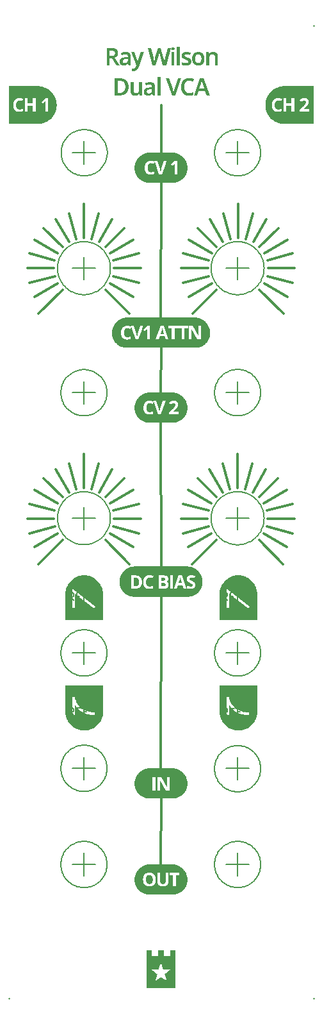
<source format=gbr>
%TF.GenerationSoftware,KiCad,Pcbnew,(6.0.7)*%
%TF.CreationDate,2022-08-19T18:02:00+02:00*%
%TF.ProjectId,faceplate,66616365-706c-4617-9465-2e6b69636164,rev?*%
%TF.SameCoordinates,Original*%
%TF.FileFunction,Legend,Top*%
%TF.FilePolarity,Positive*%
%FSLAX46Y46*%
G04 Gerber Fmt 4.6, Leading zero omitted, Abs format (unit mm)*
G04 Created by KiCad (PCBNEW (6.0.7)) date 2022-08-19 18:02:00*
%MOMM*%
%LPD*%
G01*
G04 APERTURE LIST*
%ADD10C,0.000000*%
%ADD11C,0.176388*%
%ADD12C,0.352777*%
%ADD13C,0.264583*%
%ADD14C,0.150000*%
G04 APERTURE END LIST*
D10*
G36*
X134518638Y-113931410D02*
G01*
X134528339Y-113804877D01*
X134544312Y-113680130D01*
X134566395Y-113557329D01*
X134594430Y-113436634D01*
X134628255Y-113318206D01*
X134667711Y-113202204D01*
X134712638Y-113088790D01*
X134762875Y-112978122D01*
X134818262Y-112870362D01*
X134878639Y-112765670D01*
X134943845Y-112664205D01*
X135013721Y-112566128D01*
X135088106Y-112471599D01*
X135166841Y-112380779D01*
X135249764Y-112293827D01*
X135336716Y-112210904D01*
X135427536Y-112132169D01*
X135522065Y-112057784D01*
X135620142Y-111987908D01*
X135721607Y-111922701D01*
X135826299Y-111862325D01*
X135934059Y-111806938D01*
X136044726Y-111756701D01*
X136158141Y-111711774D01*
X136274142Y-111672318D01*
X136392570Y-111638492D01*
X136513265Y-111610458D01*
X136636066Y-111588374D01*
X136760813Y-111572402D01*
X136887346Y-111562701D01*
X137015504Y-111559432D01*
X137143632Y-111562701D01*
X137270138Y-111572402D01*
X137394862Y-111588374D01*
X137517643Y-111610458D01*
X137638321Y-111638492D01*
X137756736Y-111672318D01*
X137872727Y-111711774D01*
X137986134Y-111756701D01*
X138096797Y-111806938D01*
X138204554Y-111862325D01*
X138309246Y-111922701D01*
X138410713Y-111987908D01*
X138508793Y-112057784D01*
X138603327Y-112132169D01*
X138694154Y-112210904D01*
X138781114Y-112293827D01*
X138864046Y-112380779D01*
X138942790Y-112471599D01*
X139017185Y-112566128D01*
X139087072Y-112664205D01*
X139152290Y-112765670D01*
X139212678Y-112870362D01*
X139268076Y-112978122D01*
X139318323Y-113088790D01*
X139363260Y-113202204D01*
X139402725Y-113318206D01*
X139436559Y-113436634D01*
X139464601Y-113557329D01*
X139486691Y-113680130D01*
X139502668Y-113804877D01*
X139512372Y-113931410D01*
X139515642Y-114059569D01*
X139515642Y-117467055D01*
X134515369Y-117467055D01*
X134515369Y-115856971D01*
X135428358Y-115856971D01*
X135781137Y-115856971D01*
X135781490Y-114046874D01*
X138319372Y-115996672D01*
X138534214Y-115716918D01*
X135428711Y-113330733D01*
X135428358Y-115856971D01*
X134515369Y-115856971D01*
X134515369Y-114059569D01*
X134518638Y-113931410D01*
G37*
G36*
X114129710Y-113932785D02*
G01*
X114139411Y-113806256D01*
X114155384Y-113681514D01*
X114177467Y-113558720D01*
X114205502Y-113438033D01*
X114239327Y-113319615D01*
X114278784Y-113203625D01*
X114323710Y-113090222D01*
X114373947Y-112979568D01*
X114429334Y-112871822D01*
X114489711Y-112767144D01*
X114554918Y-112665695D01*
X114624794Y-112567634D01*
X114699179Y-112473122D01*
X114777913Y-112382318D01*
X114860837Y-112295382D01*
X114947789Y-112212476D01*
X115038609Y-112133758D01*
X115133138Y-112059388D01*
X115231215Y-111989528D01*
X115332679Y-111924337D01*
X115437372Y-111863975D01*
X115545132Y-111808602D01*
X115655799Y-111758378D01*
X115769214Y-111713463D01*
X115885215Y-111674017D01*
X116003643Y-111640201D01*
X116124338Y-111612175D01*
X116247138Y-111590097D01*
X116371885Y-111574130D01*
X116498418Y-111564432D01*
X116626577Y-111561164D01*
X116626578Y-111561164D01*
X116754736Y-111564432D01*
X116881266Y-111574130D01*
X117006008Y-111590097D01*
X117128802Y-111612175D01*
X117249489Y-111640201D01*
X117367908Y-111674017D01*
X117483898Y-111713463D01*
X117597301Y-111758378D01*
X117707955Y-111808602D01*
X117815701Y-111863975D01*
X117920379Y-111924337D01*
X118021829Y-111989528D01*
X118119890Y-112059388D01*
X118214402Y-112133758D01*
X118305206Y-112212476D01*
X118392142Y-112295382D01*
X118475049Y-112382318D01*
X118553767Y-112473122D01*
X118628136Y-112567634D01*
X118697996Y-112665695D01*
X118763187Y-112767144D01*
X118823550Y-112871822D01*
X118878923Y-112979568D01*
X118929147Y-113090222D01*
X118974062Y-113203625D01*
X119013507Y-113319615D01*
X119047323Y-113438033D01*
X119075350Y-113558720D01*
X119097427Y-113681514D01*
X119113394Y-113806256D01*
X119123092Y-113932785D01*
X119126361Y-114060942D01*
X119126361Y-117468779D01*
X114126441Y-117468779D01*
X114126441Y-115858695D01*
X115039430Y-115858695D01*
X115392208Y-115858695D01*
X115392561Y-114048598D01*
X117930443Y-115998397D01*
X118145285Y-115718642D01*
X115039783Y-113332457D01*
X115039430Y-115858695D01*
X114126441Y-115858695D01*
X114126441Y-114060942D01*
X114129710Y-113932785D01*
G37*
G36*
X134543051Y-129812524D02*
G01*
X134533350Y-129685995D01*
X134530081Y-129557837D01*
X134530081Y-126150000D01*
X139530000Y-126150000D01*
X139530000Y-129557837D01*
X139526731Y-129685995D01*
X139517030Y-129812524D01*
X139501058Y-129937266D01*
X139478974Y-130060060D01*
X139450940Y-130180746D01*
X139417114Y-130299165D01*
X139377658Y-130415155D01*
X139332731Y-130528557D01*
X139282494Y-130639211D01*
X139227107Y-130746958D01*
X139166730Y-130851635D01*
X139101524Y-130953085D01*
X139031648Y-131051146D01*
X138957263Y-131145658D01*
X138878528Y-131236462D01*
X138795605Y-131323397D01*
X138708653Y-131406304D01*
X138617832Y-131485022D01*
X138523304Y-131559391D01*
X138425227Y-131629251D01*
X138323762Y-131694443D01*
X138219070Y-131754805D01*
X138111310Y-131810178D01*
X138000642Y-131860402D01*
X137887228Y-131905317D01*
X137771227Y-131944762D01*
X137652799Y-131978578D01*
X137532104Y-132006605D01*
X137409303Y-132028682D01*
X137284556Y-132044650D01*
X137158024Y-132054348D01*
X137029865Y-132057616D01*
X136901738Y-132054348D01*
X136775235Y-132044650D01*
X136650516Y-132028682D01*
X136527741Y-132006605D01*
X136407071Y-131978578D01*
X136288665Y-131944762D01*
X136172685Y-131905317D01*
X136059290Y-131860402D01*
X135948640Y-131810178D01*
X135840896Y-131754805D01*
X135736219Y-131694443D01*
X135634768Y-131629251D01*
X135536703Y-131559391D01*
X135442185Y-131485022D01*
X135351375Y-131406304D01*
X135264431Y-131323397D01*
X135181516Y-131236462D01*
X135102788Y-131145658D01*
X135028409Y-131051146D01*
X134958538Y-130953085D01*
X134893336Y-130851635D01*
X134832962Y-130746958D01*
X134777578Y-130639211D01*
X134727344Y-130528557D01*
X134682419Y-130415155D01*
X134642964Y-130299165D01*
X134609140Y-130180746D01*
X134581106Y-130060060D01*
X134580178Y-130054900D01*
X135427900Y-130054900D01*
X135780679Y-130054900D01*
X135780679Y-128650840D01*
X135855666Y-128771876D01*
X135940454Y-128893682D01*
X136035526Y-129015071D01*
X136141366Y-129134854D01*
X136258458Y-129251842D01*
X136387283Y-129364846D01*
X136528326Y-129472678D01*
X136682070Y-129574150D01*
X136848997Y-129668073D01*
X137029590Y-129753258D01*
X137224334Y-129828516D01*
X137433711Y-129892661D01*
X137658205Y-129944501D01*
X137898298Y-129982851D01*
X138154474Y-130006519D01*
X138427215Y-130014319D01*
X138425455Y-129661551D01*
X138406051Y-129661551D01*
X138191986Y-129656026D01*
X137989769Y-129639911D01*
X137799066Y-129613897D01*
X137619544Y-129578672D01*
X137450870Y-129534927D01*
X137292711Y-129483353D01*
X137144733Y-129424638D01*
X137006604Y-129359474D01*
X136877988Y-129288550D01*
X136758555Y-129212556D01*
X136647969Y-129132182D01*
X136545898Y-129048119D01*
X136452008Y-128961055D01*
X136365966Y-128871682D01*
X136287440Y-128780689D01*
X136216094Y-128688766D01*
X136151597Y-128596604D01*
X136093615Y-128504891D01*
X136041814Y-128414319D01*
X135995862Y-128325578D01*
X135920168Y-128156345D01*
X135863868Y-128002713D01*
X135824294Y-127870203D01*
X135798781Y-127764334D01*
X135779268Y-127654601D01*
X135427900Y-127675765D01*
X135427900Y-130054900D01*
X134580178Y-130054900D01*
X134559023Y-129937266D01*
X134543051Y-129812524D01*
G37*
G36*
X114154298Y-129813901D02*
G01*
X114144597Y-129687369D01*
X114141328Y-129559211D01*
X114141328Y-126151725D01*
X119140895Y-126151725D01*
X119140895Y-129559211D01*
X119137625Y-129687369D01*
X119127925Y-129813901D01*
X119111952Y-129938648D01*
X119089869Y-130061449D01*
X119061835Y-130182143D01*
X119028011Y-130300571D01*
X118988556Y-130416572D01*
X118943631Y-130529987D01*
X118893396Y-130640654D01*
X118838012Y-130748414D01*
X118777639Y-130853107D01*
X118712437Y-130954571D01*
X118642566Y-131052648D01*
X118568186Y-131147177D01*
X118489459Y-131237998D01*
X118406543Y-131324950D01*
X118319600Y-131407873D01*
X118228789Y-131486608D01*
X118134272Y-131560994D01*
X118036207Y-131630870D01*
X117934756Y-131696077D01*
X117830078Y-131756454D01*
X117722335Y-131811841D01*
X117611685Y-131862078D01*
X117498290Y-131907005D01*
X117382310Y-131946461D01*
X117263904Y-131980287D01*
X117143234Y-132008322D01*
X117020459Y-132030405D01*
X116895741Y-132046378D01*
X116769238Y-132056079D01*
X116641111Y-132059348D01*
X116512984Y-132056079D01*
X116386481Y-132046378D01*
X116261762Y-132030405D01*
X116138988Y-132008322D01*
X116018318Y-131980287D01*
X115899912Y-131946461D01*
X115783932Y-131907005D01*
X115670537Y-131862078D01*
X115559887Y-131811841D01*
X115452144Y-131756454D01*
X115347466Y-131696077D01*
X115246015Y-131630870D01*
X115147950Y-131560994D01*
X115053433Y-131486608D01*
X114962622Y-131407873D01*
X114875679Y-131324950D01*
X114792763Y-131237998D01*
X114714036Y-131147177D01*
X114639656Y-131052648D01*
X114569785Y-130954571D01*
X114504583Y-130853107D01*
X114444210Y-130748414D01*
X114388826Y-130640654D01*
X114338591Y-130529987D01*
X114293667Y-130416572D01*
X114254212Y-130300571D01*
X114220387Y-130182143D01*
X114192353Y-130061449D01*
X114191486Y-130056624D01*
X115039147Y-130056624D01*
X115391925Y-130056624D01*
X115391925Y-128652572D01*
X115466907Y-128773606D01*
X115551684Y-128895412D01*
X115646739Y-129016800D01*
X115752557Y-129136582D01*
X115869622Y-129253569D01*
X115998418Y-129366572D01*
X116139429Y-129474404D01*
X116293139Y-129575876D01*
X116460033Y-129669799D01*
X116640596Y-129754984D01*
X116835310Y-129830243D01*
X117044661Y-129894388D01*
X117269132Y-129946230D01*
X117509208Y-129984580D01*
X117765372Y-130008250D01*
X118038110Y-130016051D01*
X118036699Y-129663275D01*
X118017296Y-129663275D01*
X117803231Y-129657751D01*
X117601014Y-129641636D01*
X117410311Y-129615621D01*
X117230789Y-129580396D01*
X117062116Y-129536652D01*
X116903957Y-129485078D01*
X116755979Y-129426364D01*
X116617849Y-129361199D01*
X116489234Y-129290276D01*
X116369800Y-129214282D01*
X116259214Y-129133908D01*
X116157143Y-129049845D01*
X116063254Y-128962782D01*
X115977212Y-128873409D01*
X115898686Y-128782416D01*
X115827340Y-128690493D01*
X115762843Y-128598331D01*
X115704861Y-128506619D01*
X115653060Y-128416047D01*
X115607108Y-128327305D01*
X115531415Y-128158073D01*
X115475114Y-128004441D01*
X115435540Y-127871930D01*
X115410027Y-127766061D01*
X115390514Y-127656325D01*
X115039147Y-127677489D01*
X115039147Y-130056624D01*
X114191486Y-130056624D01*
X114170270Y-129938648D01*
X114154298Y-129813901D01*
G37*
D11*
X116783604Y-134002816D02*
X116938501Y-134014594D01*
X116626648Y-133998847D02*
X116783604Y-134002816D01*
X116626648Y-133998847D02*
X116626648Y-133998847D01*
X116469722Y-134002816D02*
X116626648Y-133998847D01*
X116314852Y-134014594D02*
X116469722Y-134002816D01*
D10*
G36*
X128372025Y-41836812D02*
G01*
X128383200Y-41837370D01*
X128394151Y-41838300D01*
X128404878Y-41839602D01*
X128415383Y-41841277D01*
X128425664Y-41843323D01*
X128435723Y-41845741D01*
X128445557Y-41848532D01*
X128455169Y-41851695D01*
X128464557Y-41855229D01*
X128473723Y-41859136D01*
X128482665Y-41863415D01*
X128491383Y-41868066D01*
X128499879Y-41873089D01*
X128508151Y-41878484D01*
X128516201Y-41884251D01*
X128520303Y-41887100D01*
X128524275Y-41890092D01*
X128528116Y-41893227D01*
X128531828Y-41896504D01*
X128535409Y-41899924D01*
X128538860Y-41903487D01*
X128542181Y-41907192D01*
X128545371Y-41911040D01*
X128548432Y-41915030D01*
X128551362Y-41919164D01*
X128554161Y-41923439D01*
X128556831Y-41927858D01*
X128559370Y-41932418D01*
X128561780Y-41937122D01*
X128564058Y-41941968D01*
X128566207Y-41946957D01*
X128568226Y-41952089D01*
X128570114Y-41957363D01*
X128573500Y-41968339D01*
X128576365Y-41979885D01*
X128578709Y-41992002D01*
X128580532Y-42004690D01*
X128581834Y-42017948D01*
X128582615Y-42031777D01*
X128582876Y-42046176D01*
X128582615Y-42060587D01*
X128581834Y-42074453D01*
X128580532Y-42087773D01*
X128578709Y-42100548D01*
X128576365Y-42112776D01*
X128573500Y-42124459D01*
X128570114Y-42135597D01*
X128566207Y-42146188D01*
X128561780Y-42156234D01*
X128556831Y-42165734D01*
X128551362Y-42174689D01*
X128545371Y-42183098D01*
X128538860Y-42190961D01*
X128531828Y-42198278D01*
X128524275Y-42205050D01*
X128516201Y-42211276D01*
X128508151Y-42217043D01*
X128499879Y-42222438D01*
X128491383Y-42227461D01*
X128482665Y-42232112D01*
X128473723Y-42236391D01*
X128464557Y-42240297D01*
X128455169Y-42243832D01*
X128445557Y-42246995D01*
X128435723Y-42249785D01*
X128425664Y-42252204D01*
X128415383Y-42254250D01*
X128404878Y-42255924D01*
X128394151Y-42257227D01*
X128383200Y-42258157D01*
X128372025Y-42258715D01*
X128360628Y-42258901D01*
X128349217Y-42258715D01*
X128338005Y-42258157D01*
X128326991Y-42257227D01*
X128316176Y-42255924D01*
X128305560Y-42254250D01*
X128295142Y-42252204D01*
X128284922Y-42249785D01*
X128274901Y-42246995D01*
X128265078Y-42243832D01*
X128255454Y-42240297D01*
X128246028Y-42236391D01*
X128236801Y-42232112D01*
X128227772Y-42227461D01*
X128218941Y-42222438D01*
X128210309Y-42217043D01*
X128201875Y-42211276D01*
X128197969Y-42208231D01*
X128194186Y-42205050D01*
X128190527Y-42201732D01*
X128186992Y-42198278D01*
X128183582Y-42194688D01*
X128180295Y-42190961D01*
X128177132Y-42187097D01*
X128174094Y-42183098D01*
X128171179Y-42178961D01*
X128168388Y-42174689D01*
X128165722Y-42170280D01*
X128163179Y-42165734D01*
X128158466Y-42156234D01*
X128154249Y-42146188D01*
X128150529Y-42135597D01*
X128147304Y-42124459D01*
X128144575Y-42112776D01*
X128142343Y-42100548D01*
X128140606Y-42087773D01*
X128139366Y-42074453D01*
X128138622Y-42060587D01*
X128138374Y-42046176D01*
X128138622Y-42031777D01*
X128139366Y-42017948D01*
X128140606Y-42004690D01*
X128142343Y-41992002D01*
X128144575Y-41979885D01*
X128147304Y-41968339D01*
X128150529Y-41957363D01*
X128154249Y-41946957D01*
X128158466Y-41937122D01*
X128163179Y-41927858D01*
X128168388Y-41919164D01*
X128174094Y-41911040D01*
X128180295Y-41903487D01*
X128186992Y-41896504D01*
X128194186Y-41890092D01*
X128201875Y-41884251D01*
X128210309Y-41878484D01*
X128218941Y-41873089D01*
X128227772Y-41868066D01*
X128236801Y-41863415D01*
X128246028Y-41859136D01*
X128255454Y-41855229D01*
X128265078Y-41851695D01*
X128274901Y-41848532D01*
X128284922Y-41845741D01*
X128295142Y-41843323D01*
X128305560Y-41841277D01*
X128316176Y-41839602D01*
X128326991Y-41838300D01*
X128338005Y-41837370D01*
X128349217Y-41836812D01*
X128360628Y-41836626D01*
X128372025Y-41836812D01*
G37*
G36*
X129287727Y-44221050D02*
G01*
X128887674Y-44221050D01*
X128887674Y-41808050D01*
X129287727Y-41808050D01*
X129287727Y-44221050D01*
G37*
G36*
X128560651Y-44221050D02*
G01*
X128160598Y-44221050D01*
X128160598Y-42500201D01*
X128560651Y-42500201D01*
X128560651Y-44221050D01*
G37*
G36*
X133739769Y-42469033D02*
G01*
X133774396Y-42470782D01*
X133808032Y-42473697D01*
X133840675Y-42477777D01*
X133872326Y-42483023D01*
X133902984Y-42489435D01*
X133932651Y-42497013D01*
X133961325Y-42505757D01*
X133989007Y-42515666D01*
X134015696Y-42526742D01*
X134041394Y-42538983D01*
X134066100Y-42552390D01*
X134089813Y-42566962D01*
X134112534Y-42582701D01*
X134134263Y-42599605D01*
X134155000Y-42617676D01*
X134174993Y-42637048D01*
X134193696Y-42657859D01*
X134211109Y-42680109D01*
X134227231Y-42703797D01*
X134242065Y-42728925D01*
X134255608Y-42755490D01*
X134267861Y-42783495D01*
X134278825Y-42812938D01*
X134288498Y-42843820D01*
X134296882Y-42876140D01*
X134303976Y-42909899D01*
X134309780Y-42945097D01*
X134314294Y-42981734D01*
X134317519Y-43019809D01*
X134319454Y-43059323D01*
X134320098Y-43100275D01*
X134320098Y-44221050D01*
X133920049Y-44221050D01*
X133920049Y-43179650D01*
X133918809Y-43132745D01*
X133915088Y-43088865D01*
X133908887Y-43048012D01*
X133900206Y-43010185D01*
X133894934Y-42992406D01*
X133889043Y-42975384D01*
X133882532Y-42959118D01*
X133875401Y-42943609D01*
X133867649Y-42928856D01*
X133859278Y-42914860D01*
X133850286Y-42901621D01*
X133840674Y-42889138D01*
X133830442Y-42877412D01*
X133819590Y-42866442D01*
X133808118Y-42856228D01*
X133796026Y-42846772D01*
X133783313Y-42838071D01*
X133769981Y-42830128D01*
X133756028Y-42822940D01*
X133741455Y-42816510D01*
X133726262Y-42810836D01*
X133710449Y-42805918D01*
X133694016Y-42801757D01*
X133676963Y-42798353D01*
X133659289Y-42795705D01*
X133640996Y-42793814D01*
X133622082Y-42792679D01*
X133602548Y-42792301D01*
X133572981Y-42792896D01*
X133544605Y-42794682D01*
X133517419Y-42797658D01*
X133491424Y-42801826D01*
X133466619Y-42807183D01*
X133443005Y-42813732D01*
X133420582Y-42821471D01*
X133399349Y-42830401D01*
X133379307Y-42840521D01*
X133360456Y-42851832D01*
X133342795Y-42864333D01*
X133326325Y-42878025D01*
X133311045Y-42892908D01*
X133296956Y-42908982D01*
X133284058Y-42926246D01*
X133272350Y-42944701D01*
X133261585Y-42964259D01*
X133251514Y-42984835D01*
X133242138Y-43006427D01*
X133233457Y-43029036D01*
X133225470Y-43052663D01*
X133218177Y-43077306D01*
X133211579Y-43102967D01*
X133205676Y-43129644D01*
X133200467Y-43157339D01*
X133195952Y-43186050D01*
X133192132Y-43215778D01*
X133189007Y-43246524D01*
X133186576Y-43278286D01*
X133184839Y-43311066D01*
X133183798Y-43344862D01*
X133183450Y-43379675D01*
X133183450Y-44221050D01*
X132783399Y-44221050D01*
X132783399Y-42500201D01*
X133091375Y-42500201D01*
X133148525Y-42725626D01*
X133170749Y-42725626D01*
X133181304Y-42709242D01*
X133192330Y-42693429D01*
X133203828Y-42678187D01*
X133215796Y-42663515D01*
X133228236Y-42649413D01*
X133241147Y-42635882D01*
X133254529Y-42622922D01*
X133268383Y-42610532D01*
X133282707Y-42598712D01*
X133297503Y-42587464D01*
X133312771Y-42576785D01*
X133328509Y-42566677D01*
X133344719Y-42557140D01*
X133361400Y-42548173D01*
X133378553Y-42539776D01*
X133396177Y-42531951D01*
X133414495Y-42524261D01*
X133432937Y-42517068D01*
X133451503Y-42510371D01*
X133470193Y-42504169D01*
X133489007Y-42498464D01*
X133507945Y-42493255D01*
X133527008Y-42488542D01*
X133546194Y-42484326D01*
X133565504Y-42480605D01*
X133584939Y-42477380D01*
X133604497Y-42474652D01*
X133624179Y-42472419D01*
X133643986Y-42470683D01*
X133663916Y-42469443D01*
X133683970Y-42468699D01*
X133704149Y-42468451D01*
X133739769Y-42469033D01*
G37*
G36*
X120235801Y-41954101D02*
G01*
X120290843Y-41954746D01*
X120344049Y-41956680D01*
X120395420Y-41959905D01*
X120444955Y-41964419D01*
X120492654Y-41970224D01*
X120538518Y-41977318D01*
X120582547Y-41985702D01*
X120624739Y-41995376D01*
X120665097Y-42006339D01*
X120703618Y-42018593D01*
X120740304Y-42032136D01*
X120775155Y-42046969D01*
X120808170Y-42063092D01*
X120839349Y-42080505D01*
X120868693Y-42099208D01*
X120896202Y-42119201D01*
X120922346Y-42140508D01*
X120946803Y-42163154D01*
X120969574Y-42187141D01*
X120990658Y-42212466D01*
X121010055Y-42239131D01*
X121027765Y-42267136D01*
X121043789Y-42296480D01*
X121058126Y-42327163D01*
X121070777Y-42359186D01*
X121081740Y-42392548D01*
X121091017Y-42427250D01*
X121098607Y-42463291D01*
X121104511Y-42500672D01*
X121108728Y-42539392D01*
X121111258Y-42579451D01*
X121112101Y-42620850D01*
X121111853Y-42641302D01*
X121111109Y-42661381D01*
X121109869Y-42681089D01*
X121108132Y-42700424D01*
X121105900Y-42719387D01*
X121103172Y-42737978D01*
X121099947Y-42756197D01*
X121096227Y-42774044D01*
X121092010Y-42791519D01*
X121087297Y-42808622D01*
X121082088Y-42825353D01*
X121076383Y-42841711D01*
X121070182Y-42857698D01*
X121063484Y-42873313D01*
X121056291Y-42888555D01*
X121048602Y-42903426D01*
X121040912Y-42917961D01*
X121032925Y-42932199D01*
X121024640Y-42946139D01*
X121016058Y-42959782D01*
X121007178Y-42973127D01*
X120998000Y-42986174D01*
X120988525Y-42998924D01*
X120978752Y-43011375D01*
X120968681Y-43023530D01*
X120958313Y-43035386D01*
X120947647Y-43046945D01*
X120936683Y-43058207D01*
X120925422Y-43069170D01*
X120913863Y-43079836D01*
X120902006Y-43090205D01*
X120889852Y-43100275D01*
X120864998Y-43118879D01*
X120839647Y-43136590D01*
X120813801Y-43153407D01*
X120787458Y-43169332D01*
X120760620Y-43184363D01*
X120733285Y-43198502D01*
X120705454Y-43211748D01*
X120677127Y-43224100D01*
X121328002Y-44221050D01*
X120870801Y-44221050D01*
X120327878Y-43325700D01*
X119997677Y-43325700D01*
X119997677Y-44221050D01*
X119591278Y-44221050D01*
X119591278Y-42992326D01*
X119997677Y-42992326D01*
X120223101Y-42992326D01*
X120253909Y-42991978D01*
X120283625Y-42990937D01*
X120312250Y-42989200D01*
X120339783Y-42986769D01*
X120366225Y-42983644D01*
X120391576Y-42979824D01*
X120415835Y-42975310D01*
X120439002Y-42970101D01*
X120461078Y-42964197D01*
X120482063Y-42957599D01*
X120501956Y-42950306D01*
X120520758Y-42942319D01*
X120538469Y-42933638D01*
X120555088Y-42924261D01*
X120570616Y-42914191D01*
X120585052Y-42903426D01*
X120598893Y-42891581D01*
X120611841Y-42879067D01*
X120623896Y-42865884D01*
X120635058Y-42852030D01*
X120645327Y-42837507D01*
X120654703Y-42822314D01*
X120663187Y-42806452D01*
X120670777Y-42789919D01*
X120677474Y-42772717D01*
X120683278Y-42754845D01*
X120688190Y-42736304D01*
X120692208Y-42717093D01*
X120695333Y-42697212D01*
X120697566Y-42676661D01*
X120698905Y-42655441D01*
X120699352Y-42633550D01*
X120698881Y-42610953D01*
X120697467Y-42589200D01*
X120695110Y-42568289D01*
X120691811Y-42548222D01*
X120687570Y-42528999D01*
X120682386Y-42510619D01*
X120676259Y-42493082D01*
X120669189Y-42476388D01*
X120661177Y-42460538D01*
X120652223Y-42445531D01*
X120642326Y-42431368D01*
X120631486Y-42418048D01*
X120619704Y-42405571D01*
X120606979Y-42393937D01*
X120593312Y-42383147D01*
X120578702Y-42373201D01*
X120563496Y-42363589D01*
X120547250Y-42354597D01*
X120529961Y-42346226D01*
X120511630Y-42338474D01*
X120492258Y-42331343D01*
X120471844Y-42324832D01*
X120450388Y-42318940D01*
X120427890Y-42313669D01*
X120404350Y-42309019D01*
X120379769Y-42304988D01*
X120354146Y-42301577D01*
X120327480Y-42298787D01*
X120299774Y-42296616D01*
X120271025Y-42295066D01*
X120241234Y-42294136D01*
X120210402Y-42293826D01*
X119997677Y-42293826D01*
X119997677Y-42992326D01*
X119591278Y-42992326D01*
X119591278Y-41954101D01*
X120235801Y-41954101D01*
G37*
G36*
X125792051Y-43246325D02*
G01*
X125797557Y-43267310D01*
X125802965Y-43288989D01*
X125808273Y-43311363D01*
X125813481Y-43334432D01*
X125818591Y-43358195D01*
X125823601Y-43382652D01*
X125833324Y-43433650D01*
X125844239Y-43486038D01*
X125854756Y-43538425D01*
X125864876Y-43590813D01*
X125874599Y-43643200D01*
X125883529Y-43692413D01*
X125891268Y-43738450D01*
X125897816Y-43781313D01*
X125903175Y-43821000D01*
X125908532Y-43779725D01*
X125915081Y-43735275D01*
X125922821Y-43687651D01*
X125931751Y-43636850D01*
X125941474Y-43584860D01*
X125951594Y-43533663D01*
X125962110Y-43483260D01*
X125973024Y-43433650D01*
X125983939Y-43384835D01*
X125994456Y-43339988D01*
X126004576Y-43299110D01*
X126014299Y-43262200D01*
X126369899Y-41954101D01*
X126763599Y-41954101D01*
X127125551Y-43265375D01*
X127131107Y-43283384D01*
X127136663Y-43302483D01*
X127142219Y-43322674D01*
X127147775Y-43343957D01*
X127153331Y-43366331D01*
X127158887Y-43389796D01*
X127164443Y-43414352D01*
X127170000Y-43440000D01*
X127180913Y-43490801D01*
X127191430Y-43541601D01*
X127201551Y-43592400D01*
X127211275Y-43643200D01*
X127220205Y-43692413D01*
X127227944Y-43738450D01*
X127234492Y-43781313D01*
X127239851Y-43821000D01*
X127245010Y-43779924D01*
X127250963Y-43736069D01*
X127257710Y-43689436D01*
X127265251Y-43640026D01*
X127274974Y-43589027D01*
X127285094Y-43537632D01*
X127295611Y-43485839D01*
X127306526Y-43433650D01*
X127317638Y-43382652D01*
X127328750Y-43334432D01*
X127339862Y-43288989D01*
X127350975Y-43246325D01*
X127662126Y-41954101D01*
X128068527Y-41954101D01*
X127481151Y-44221050D01*
X127033475Y-44221050D01*
X126674699Y-42919300D01*
X126669887Y-42902880D01*
X126664976Y-42885368D01*
X126654856Y-42847069D01*
X126644339Y-42804405D01*
X126633424Y-42757376D01*
X126611995Y-42657363D01*
X126592151Y-42560525D01*
X126583419Y-42516076D01*
X126576275Y-42477976D01*
X126570719Y-42446226D01*
X126566751Y-42420826D01*
X126562782Y-42446226D01*
X126557226Y-42477976D01*
X126550082Y-42516076D01*
X126541351Y-42560525D01*
X126532818Y-42607158D01*
X126523093Y-42654982D01*
X126512179Y-42703996D01*
X126500074Y-42754201D01*
X126489160Y-42803016D01*
X126478643Y-42847863D01*
X126468523Y-42888741D01*
X126458799Y-42925650D01*
X126109550Y-44221050D01*
X125658700Y-44221050D01*
X125074499Y-41954101D01*
X125480899Y-41954101D01*
X125792051Y-43246325D01*
G37*
G36*
X130216116Y-42468947D02*
G01*
X130254910Y-42470435D01*
X130293109Y-42472915D01*
X130330713Y-42476388D01*
X130367722Y-42480853D01*
X130404135Y-42486310D01*
X130439953Y-42492759D01*
X130475175Y-42500201D01*
X130510894Y-42508634D01*
X130546613Y-42518060D01*
X130582332Y-42528478D01*
X130618050Y-42539888D01*
X130653769Y-42552290D01*
X130689487Y-42565685D01*
X130725206Y-42580072D01*
X130760925Y-42595451D01*
X130633926Y-42890725D01*
X130603863Y-42878274D01*
X130573998Y-42866318D01*
X130544331Y-42854858D01*
X130514863Y-42843894D01*
X130485594Y-42833427D01*
X130456522Y-42823455D01*
X130427649Y-42813980D01*
X130398975Y-42805001D01*
X130370301Y-42796815D01*
X130341429Y-42789721D01*
X130312358Y-42783718D01*
X130283088Y-42778807D01*
X130253620Y-42774987D01*
X130223954Y-42772258D01*
X130194089Y-42770621D01*
X130164026Y-42770076D01*
X130132114Y-42770659D01*
X130102262Y-42772407D01*
X130074468Y-42775322D01*
X130048733Y-42779402D01*
X130025057Y-42784648D01*
X130003440Y-42791060D01*
X129983881Y-42798638D01*
X129966382Y-42807382D01*
X129950941Y-42817291D01*
X129943992Y-42822683D01*
X129937559Y-42828366D01*
X129931640Y-42834341D01*
X129926236Y-42840608D01*
X129921346Y-42847165D01*
X129916971Y-42854015D01*
X129913111Y-42861155D01*
X129909765Y-42868587D01*
X129906935Y-42876311D01*
X129904618Y-42884326D01*
X129902817Y-42892632D01*
X129901530Y-42901230D01*
X129900758Y-42910120D01*
X129900501Y-42919300D01*
X129900625Y-42925985D01*
X129900997Y-42932546D01*
X129901617Y-42938983D01*
X129902485Y-42945296D01*
X129903601Y-42951485D01*
X129904966Y-42957549D01*
X129906578Y-42963490D01*
X129908438Y-42969307D01*
X129910547Y-42975000D01*
X129912903Y-42980568D01*
X129915508Y-42986013D01*
X129918360Y-42991333D01*
X129921461Y-42996530D01*
X129924809Y-43001602D01*
X129928406Y-43006551D01*
X129932251Y-43011376D01*
X129936802Y-43016163D01*
X129941726Y-43021000D01*
X129947022Y-43025886D01*
X129952690Y-43030822D01*
X129958730Y-43035808D01*
X129965142Y-43040843D01*
X129971926Y-43045928D01*
X129979082Y-43051063D01*
X129986610Y-43056247D01*
X129994510Y-43061481D01*
X130002783Y-43066764D01*
X130011427Y-43072097D01*
X130020444Y-43077480D01*
X130029832Y-43082912D01*
X130039593Y-43088394D01*
X130049726Y-43093925D01*
X130072248Y-43104542D01*
X130096953Y-43115754D01*
X130123841Y-43127561D01*
X130152912Y-43139963D01*
X130184166Y-43152961D01*
X130217603Y-43166554D01*
X130291025Y-43195526D01*
X130328480Y-43210706D01*
X130364645Y-43226085D01*
X130399521Y-43241662D01*
X130433106Y-43257438D01*
X130465402Y-43273412D01*
X130496408Y-43289585D01*
X130526124Y-43305956D01*
X130554550Y-43322525D01*
X130568242Y-43330587D01*
X130581537Y-43338896D01*
X130594436Y-43347454D01*
X130606937Y-43356260D01*
X130619042Y-43365313D01*
X130630750Y-43374615D01*
X130642061Y-43384165D01*
X130652975Y-43393963D01*
X130663492Y-43404009D01*
X130673612Y-43414303D01*
X130683335Y-43424845D01*
X130692662Y-43435635D01*
X130701592Y-43446673D01*
X130710124Y-43457959D01*
X130718260Y-43469493D01*
X130725999Y-43481275D01*
X130733305Y-43493380D01*
X130740139Y-43505882D01*
X130746501Y-43518780D01*
X130752393Y-43532075D01*
X130757813Y-43545768D01*
X130762762Y-43559857D01*
X130767239Y-43574343D01*
X130771245Y-43589225D01*
X130774780Y-43604505D01*
X130777843Y-43620182D01*
X130780436Y-43636255D01*
X130782556Y-43652725D01*
X130784206Y-43669593D01*
X130785384Y-43686857D01*
X130786091Y-43704518D01*
X130786327Y-43722576D01*
X130785595Y-43754636D01*
X130783400Y-43785728D01*
X130779741Y-43815853D01*
X130774619Y-43845011D01*
X130768033Y-43873202D01*
X130759984Y-43900425D01*
X130750471Y-43926681D01*
X130739494Y-43951969D01*
X130727055Y-43976290D01*
X130713151Y-43999644D01*
X130697785Y-44022030D01*
X130680955Y-44043449D01*
X130662661Y-44063900D01*
X130642904Y-44083384D01*
X130621684Y-44101901D01*
X130599001Y-44119450D01*
X130575350Y-44135598D01*
X130550434Y-44150704D01*
X130524253Y-44164769D01*
X130496807Y-44177791D01*
X130468095Y-44189772D01*
X130438119Y-44200711D01*
X130406878Y-44210608D01*
X130374371Y-44219463D01*
X130340599Y-44227276D01*
X130305563Y-44234048D01*
X130269261Y-44239778D01*
X130231694Y-44244466D01*
X130192862Y-44248112D01*
X130152765Y-44250717D01*
X130111402Y-44252280D01*
X130068775Y-44252801D01*
X130024326Y-44252404D01*
X129981464Y-44251213D01*
X129940189Y-44249229D01*
X129900502Y-44246451D01*
X129862402Y-44242879D01*
X129825890Y-44238513D01*
X129790965Y-44233354D01*
X129757627Y-44227400D01*
X129725976Y-44220604D01*
X129694523Y-44212914D01*
X129663269Y-44204332D01*
X129632213Y-44194857D01*
X129601356Y-44184488D01*
X129570697Y-44173227D01*
X129540237Y-44161073D01*
X129509975Y-44148025D01*
X129509975Y-43808301D01*
X129542123Y-43823084D01*
X129575063Y-43837272D01*
X129608798Y-43850865D01*
X129643326Y-43863863D01*
X129678647Y-43876265D01*
X129714763Y-43888072D01*
X129751672Y-43899284D01*
X129789375Y-43909901D01*
X129827971Y-43919574D01*
X129865972Y-43927958D01*
X129903377Y-43935052D01*
X129940187Y-43940857D01*
X129976403Y-43945371D01*
X130012022Y-43948596D01*
X130047047Y-43950531D01*
X130081476Y-43951176D01*
X130101754Y-43950977D01*
X130121312Y-43950382D01*
X130140152Y-43949390D01*
X130158272Y-43948001D01*
X130175672Y-43946215D01*
X130192354Y-43944032D01*
X130208315Y-43941452D01*
X130223558Y-43938475D01*
X130238081Y-43935102D01*
X130251885Y-43931332D01*
X130264969Y-43927165D01*
X130277334Y-43922600D01*
X130288980Y-43917639D01*
X130299906Y-43912282D01*
X130310113Y-43906527D01*
X130319601Y-43900375D01*
X130328444Y-43893889D01*
X130336716Y-43887130D01*
X130344418Y-43880098D01*
X130351549Y-43872793D01*
X130358110Y-43865215D01*
X130364100Y-43857364D01*
X130369520Y-43849240D01*
X130374369Y-43840844D01*
X130378648Y-43832175D01*
X130382356Y-43823233D01*
X130385494Y-43814018D01*
X130388061Y-43804530D01*
X130390058Y-43794770D01*
X130391484Y-43784736D01*
X130392340Y-43774430D01*
X130392625Y-43763851D01*
X130392514Y-43757550D01*
X130392179Y-43751349D01*
X130391621Y-43745247D01*
X130390840Y-43739244D01*
X130389835Y-43733341D01*
X130388607Y-43727536D01*
X130387156Y-43721831D01*
X130385482Y-43716225D01*
X130383585Y-43710719D01*
X130381464Y-43705311D01*
X130379120Y-43700003D01*
X130376552Y-43694794D01*
X130373761Y-43689684D01*
X130370748Y-43684674D01*
X130367510Y-43679763D01*
X130364049Y-43674950D01*
X130360255Y-43669766D01*
X130356014Y-43664533D01*
X130351326Y-43659249D01*
X130346192Y-43653916D01*
X130340611Y-43648533D01*
X130334584Y-43643101D01*
X130328110Y-43637619D01*
X130321189Y-43632088D01*
X130313822Y-43626507D01*
X130306009Y-43620876D01*
X130297749Y-43615196D01*
X130289042Y-43609466D01*
X130279889Y-43603687D01*
X130270290Y-43597858D01*
X130260244Y-43591979D01*
X130249752Y-43586051D01*
X130227824Y-43573797D01*
X130203317Y-43560849D01*
X130176230Y-43547206D01*
X130146563Y-43532869D01*
X130114317Y-43517838D01*
X130079491Y-43502111D01*
X130042086Y-43485691D01*
X130002101Y-43468575D01*
X129961670Y-43452651D01*
X129922924Y-43436627D01*
X129885866Y-43420504D01*
X129850494Y-43404282D01*
X129816810Y-43387960D01*
X129784811Y-43371539D01*
X129754500Y-43355019D01*
X129725875Y-43338400D01*
X129712580Y-43329582D01*
X129699682Y-43320590D01*
X129687181Y-43311425D01*
X129675076Y-43302086D01*
X129663369Y-43292574D01*
X129652057Y-43282888D01*
X129641143Y-43273028D01*
X129630626Y-43262994D01*
X129620506Y-43252787D01*
X129610782Y-43242406D01*
X129601455Y-43231852D01*
X129592525Y-43221124D01*
X129583992Y-43210222D01*
X129575856Y-43199147D01*
X129568117Y-43187898D01*
X129560775Y-43176475D01*
X129554239Y-43164755D01*
X129548125Y-43152613D01*
X129542432Y-43140050D01*
X129537161Y-43127064D01*
X129532312Y-43113657D01*
X129527885Y-43099829D01*
X129523879Y-43085579D01*
X129520295Y-43070907D01*
X129517133Y-43055813D01*
X129514392Y-43040298D01*
X129512073Y-43024361D01*
X129510176Y-43008002D01*
X129508700Y-42991222D01*
X129507646Y-42974020D01*
X129507014Y-42956396D01*
X129506803Y-42938351D01*
X129507510Y-42909825D01*
X129509631Y-42882193D01*
X129513165Y-42855453D01*
X129518114Y-42829607D01*
X129524476Y-42804653D01*
X129532252Y-42780593D01*
X129541442Y-42757425D01*
X129552046Y-42735151D01*
X129564064Y-42713769D01*
X129577495Y-42693280D01*
X129592340Y-42673685D01*
X129608599Y-42654982D01*
X129626272Y-42637172D01*
X129645359Y-42620255D01*
X129665860Y-42604232D01*
X129687774Y-42589101D01*
X129711265Y-42574491D01*
X129735697Y-42560823D01*
X129761073Y-42548098D01*
X129787391Y-42536316D01*
X129814651Y-42525477D01*
X129842854Y-42515579D01*
X129872000Y-42506625D01*
X129902088Y-42498613D01*
X129933119Y-42491544D01*
X129965092Y-42485417D01*
X129998008Y-42480233D01*
X130031867Y-42475991D01*
X130066668Y-42472692D01*
X130102412Y-42470336D01*
X130139098Y-42468922D01*
X130176727Y-42468451D01*
X130216116Y-42468947D01*
G37*
G36*
X130904048Y-43253420D02*
G01*
X130908327Y-43203748D01*
X130914317Y-43155640D01*
X130922019Y-43109093D01*
X130931432Y-43064110D01*
X130942557Y-43020690D01*
X130955394Y-42978832D01*
X130969942Y-42938537D01*
X130986201Y-42899804D01*
X131004172Y-42862634D01*
X131023855Y-42827027D01*
X131045249Y-42792983D01*
X131068355Y-42760501D01*
X131093172Y-42729582D01*
X131119701Y-42700226D01*
X131148102Y-42672159D01*
X131177743Y-42645903D01*
X131208625Y-42621458D01*
X131240747Y-42598824D01*
X131274109Y-42578000D01*
X131308711Y-42558988D01*
X131344554Y-42541786D01*
X131381636Y-42526394D01*
X131419960Y-42512814D01*
X131459523Y-42501044D01*
X131500327Y-42491085D01*
X131542371Y-42482937D01*
X131585655Y-42476599D01*
X131630180Y-42472072D01*
X131675944Y-42469356D01*
X131722950Y-42468451D01*
X131752504Y-42468860D01*
X131781637Y-42470088D01*
X131810348Y-42472134D01*
X131838638Y-42474999D01*
X131866505Y-42478683D01*
X131893952Y-42483185D01*
X131920976Y-42488505D01*
X131947579Y-42494644D01*
X131973760Y-42501602D01*
X131999520Y-42509378D01*
X132024858Y-42517973D01*
X132049774Y-42527386D01*
X132074269Y-42537618D01*
X132098342Y-42548669D01*
X132121993Y-42560538D01*
X132145223Y-42573226D01*
X132167932Y-42586310D01*
X132190021Y-42600163D01*
X132211490Y-42614786D01*
X132232338Y-42630177D01*
X132252566Y-42646337D01*
X132272174Y-42663266D01*
X132291163Y-42680965D01*
X132309530Y-42699432D01*
X132327278Y-42718668D01*
X132344405Y-42738673D01*
X132360913Y-42759447D01*
X132376800Y-42780990D01*
X132392067Y-42803302D01*
X132406713Y-42826382D01*
X132420740Y-42850232D01*
X132434146Y-42874851D01*
X132446835Y-42899804D01*
X132458704Y-42925452D01*
X132469755Y-42951795D01*
X132479987Y-42978832D01*
X132489401Y-43006563D01*
X132497996Y-43034990D01*
X132505772Y-43064110D01*
X132512730Y-43093926D01*
X132518870Y-43124435D01*
X132524190Y-43155640D01*
X132528693Y-43187538D01*
X132532376Y-43220132D01*
X132535241Y-43253420D01*
X132537288Y-43287402D01*
X132538515Y-43322079D01*
X132538925Y-43357450D01*
X132538057Y-43410272D01*
X132535452Y-43461580D01*
X132531111Y-43511376D01*
X132525034Y-43559658D01*
X132517221Y-43606428D01*
X132507671Y-43651684D01*
X132496385Y-43695427D01*
X132483362Y-43737657D01*
X132468604Y-43778374D01*
X132452109Y-43817577D01*
X132433877Y-43855268D01*
X132413910Y-43891446D01*
X132392206Y-43926110D01*
X132368766Y-43959262D01*
X132343589Y-43990900D01*
X132316677Y-44021026D01*
X132288275Y-44049092D01*
X132258633Y-44075348D01*
X132227750Y-44099793D01*
X132195628Y-44122427D01*
X132162265Y-44143250D01*
X132127663Y-44162263D01*
X132091820Y-44179465D01*
X132054737Y-44194857D01*
X132016414Y-44208437D01*
X131976850Y-44220207D01*
X131936047Y-44230166D01*
X131894003Y-44238315D01*
X131850719Y-44244652D01*
X131806195Y-44249179D01*
X131760431Y-44251895D01*
X131713426Y-44252801D01*
X131684256Y-44252391D01*
X131655482Y-44251163D01*
X131627105Y-44249117D01*
X131599125Y-44246252D01*
X131571542Y-44242569D01*
X131544356Y-44238067D01*
X131517567Y-44232746D01*
X131491175Y-44226607D01*
X131465180Y-44219649D01*
X131439581Y-44211873D01*
X131414380Y-44203278D01*
X131389575Y-44193864D01*
X131365168Y-44183633D01*
X131341157Y-44172582D01*
X131317543Y-44160713D01*
X131294326Y-44148025D01*
X131271617Y-44134556D01*
X131249529Y-44120343D01*
X131228060Y-44105386D01*
X131207211Y-44089685D01*
X131186983Y-44073239D01*
X131167375Y-44056050D01*
X131148387Y-44038116D01*
X131130019Y-44019438D01*
X131112271Y-44000016D01*
X131095143Y-43979850D01*
X131078636Y-43958939D01*
X131062748Y-43937285D01*
X131047481Y-43914886D01*
X131032834Y-43891744D01*
X131018806Y-43867857D01*
X131005399Y-43843226D01*
X130992712Y-43817888D01*
X130980843Y-43791880D01*
X130969793Y-43765202D01*
X130959561Y-43737855D01*
X130950147Y-43709838D01*
X130941553Y-43681152D01*
X130933776Y-43651795D01*
X130926819Y-43621769D01*
X130920679Y-43591074D01*
X130915359Y-43559708D01*
X130910857Y-43527673D01*
X130907173Y-43494968D01*
X130904308Y-43461593D01*
X130902262Y-43427548D01*
X130901034Y-43392834D01*
X130900625Y-43357450D01*
X131310201Y-43357450D01*
X131310573Y-43391098D01*
X131311689Y-43423778D01*
X131313550Y-43455491D01*
X131316154Y-43486236D01*
X131319503Y-43516014D01*
X131323595Y-43544825D01*
X131328432Y-43572668D01*
X131334013Y-43599544D01*
X131340338Y-43625453D01*
X131347407Y-43650394D01*
X131355221Y-43674368D01*
X131363778Y-43697374D01*
X131373080Y-43719413D01*
X131383126Y-43740485D01*
X131393916Y-43760589D01*
X131405450Y-43779726D01*
X131411717Y-43788907D01*
X131418212Y-43797796D01*
X131424938Y-43806394D01*
X131431892Y-43814700D01*
X131439076Y-43822715D01*
X131446490Y-43830439D01*
X131454132Y-43837871D01*
X131462005Y-43845011D01*
X131470107Y-43851861D01*
X131478438Y-43858418D01*
X131486999Y-43864685D01*
X131495789Y-43870659D01*
X131504808Y-43876343D01*
X131514057Y-43881735D01*
X131523536Y-43886835D01*
X131533244Y-43891644D01*
X131543181Y-43896162D01*
X131553347Y-43900388D01*
X131563744Y-43904322D01*
X131574369Y-43907966D01*
X131585224Y-43911317D01*
X131596309Y-43914378D01*
X131619166Y-43919624D01*
X131642941Y-43923704D01*
X131667633Y-43926619D01*
X131693244Y-43928368D01*
X131719772Y-43928950D01*
X131746289Y-43928368D01*
X131771863Y-43926619D01*
X131796494Y-43923704D01*
X131820183Y-43919624D01*
X131842929Y-43914378D01*
X131864733Y-43907966D01*
X131885593Y-43900388D01*
X131905512Y-43891644D01*
X131924487Y-43881735D01*
X131942520Y-43870659D01*
X131959611Y-43858418D01*
X131975759Y-43845011D01*
X131990964Y-43830439D01*
X132005227Y-43814700D01*
X132018548Y-43797796D01*
X132030925Y-43779726D01*
X132042844Y-43760589D01*
X132053994Y-43740485D01*
X132064374Y-43719413D01*
X132073986Y-43697374D01*
X132082829Y-43674368D01*
X132090902Y-43650394D01*
X132098207Y-43625453D01*
X132104743Y-43599544D01*
X132110510Y-43572668D01*
X132115508Y-43544825D01*
X132119737Y-43516014D01*
X132123197Y-43486236D01*
X132125888Y-43455491D01*
X132127811Y-43423778D01*
X132128964Y-43391098D01*
X132129348Y-43357450D01*
X132128964Y-43323815D01*
X132127811Y-43291172D01*
X132125888Y-43259521D01*
X132123197Y-43228863D01*
X132119737Y-43199197D01*
X132115508Y-43170522D01*
X132110510Y-43142840D01*
X132104743Y-43116150D01*
X132098207Y-43090453D01*
X132090902Y-43065747D01*
X132082829Y-43042034D01*
X132073986Y-43019313D01*
X132064374Y-42997584D01*
X132053994Y-42976847D01*
X132042844Y-42957103D01*
X132030925Y-42938351D01*
X132024851Y-42929365D01*
X132018535Y-42920665D01*
X132011977Y-42912250D01*
X132005178Y-42904120D01*
X131998136Y-42896276D01*
X131990853Y-42888716D01*
X131983328Y-42881442D01*
X131975561Y-42874454D01*
X131967552Y-42867750D01*
X131959301Y-42861332D01*
X131950808Y-42855199D01*
X131942074Y-42849351D01*
X131933098Y-42843789D01*
X131923880Y-42838512D01*
X131914420Y-42833520D01*
X131904718Y-42828813D01*
X131894775Y-42824392D01*
X131884589Y-42820255D01*
X131874162Y-42816405D01*
X131863493Y-42812839D01*
X131852582Y-42809558D01*
X131841429Y-42806563D01*
X131818398Y-42801429D01*
X131794400Y-42797435D01*
X131769434Y-42794583D01*
X131743501Y-42792871D01*
X131716600Y-42792301D01*
X131690456Y-42792871D01*
X131665205Y-42794583D01*
X131640847Y-42797435D01*
X131617382Y-42801429D01*
X131594810Y-42806563D01*
X131573130Y-42812839D01*
X131552344Y-42820255D01*
X131532451Y-42828813D01*
X131513450Y-42838512D01*
X131495343Y-42849351D01*
X131478128Y-42861332D01*
X131461807Y-42874454D01*
X131446378Y-42888716D01*
X131431843Y-42904120D01*
X131418200Y-42920665D01*
X131405450Y-42938351D01*
X131393916Y-42957103D01*
X131383126Y-42976847D01*
X131373080Y-42997584D01*
X131363778Y-43019313D01*
X131355221Y-43042034D01*
X131347407Y-43065747D01*
X131340338Y-43090453D01*
X131334013Y-43116150D01*
X131328432Y-43142840D01*
X131323595Y-43170522D01*
X131319503Y-43199197D01*
X131316154Y-43228863D01*
X131313550Y-43259521D01*
X131311689Y-43291172D01*
X131310573Y-43323815D01*
X131310201Y-43357450D01*
X130900625Y-43357450D01*
X130901481Y-43304654D01*
X130904048Y-43253420D01*
G37*
G36*
X121306533Y-43686584D02*
G01*
X121308802Y-43654809D01*
X121312585Y-43624076D01*
X121317881Y-43594385D01*
X121324690Y-43565735D01*
X121333012Y-43538128D01*
X121342847Y-43511562D01*
X121354195Y-43486038D01*
X121367056Y-43461556D01*
X121381430Y-43438115D01*
X121397317Y-43415717D01*
X121414718Y-43394360D01*
X121433631Y-43374045D01*
X121454058Y-43354771D01*
X121475997Y-43336540D01*
X121499450Y-43319350D01*
X121524838Y-43303141D01*
X121551788Y-43287848D01*
X121580302Y-43273474D01*
X121610377Y-43260018D01*
X121642016Y-43247479D01*
X121675217Y-43235858D01*
X121709981Y-43225155D01*
X121746307Y-43215369D01*
X121784196Y-43206501D01*
X121823648Y-43198552D01*
X121864663Y-43191519D01*
X121907240Y-43185405D01*
X121951380Y-43180208D01*
X121997083Y-43175930D01*
X122044348Y-43172569D01*
X122093176Y-43170125D01*
X122391626Y-43160601D01*
X122391626Y-43074875D01*
X122391316Y-43054994D01*
X122390386Y-43035833D01*
X122388835Y-43017391D01*
X122386665Y-42999668D01*
X122383875Y-42982664D01*
X122380464Y-42966380D01*
X122376433Y-42950815D01*
X122371782Y-42935969D01*
X122366512Y-42921843D01*
X122360620Y-42908436D01*
X122354109Y-42895748D01*
X122346978Y-42883780D01*
X122339227Y-42872531D01*
X122330855Y-42862002D01*
X122321863Y-42852191D01*
X122312252Y-42843100D01*
X122302082Y-42834258D01*
X122291415Y-42825985D01*
X122280253Y-42818283D01*
X122268595Y-42811152D01*
X122256441Y-42804591D01*
X122243790Y-42798601D01*
X122230644Y-42793181D01*
X122217001Y-42788332D01*
X122202863Y-42784053D01*
X122188228Y-42780345D01*
X122173097Y-42777207D01*
X122157470Y-42774640D01*
X122141347Y-42772643D01*
X122124728Y-42771217D01*
X122107613Y-42770361D01*
X122090002Y-42770076D01*
X122057607Y-42770671D01*
X122025509Y-42772457D01*
X121993710Y-42775433D01*
X121962208Y-42779601D01*
X121931003Y-42784958D01*
X121900096Y-42791507D01*
X121869487Y-42799246D01*
X121839176Y-42808175D01*
X121809807Y-42817899D01*
X121780439Y-42828019D01*
X121751070Y-42838536D01*
X121721701Y-42849451D01*
X121692332Y-42860761D01*
X121662964Y-42872469D01*
X121633595Y-42884574D01*
X121604227Y-42897076D01*
X121477226Y-42617676D01*
X121509521Y-42601404D01*
X121542909Y-42585926D01*
X121577387Y-42571241D01*
X121612957Y-42557350D01*
X121649619Y-42544254D01*
X121687372Y-42531951D01*
X121726216Y-42520441D01*
X121766152Y-42509726D01*
X121807625Y-42500052D01*
X121849495Y-42491668D01*
X121891762Y-42484574D01*
X121934426Y-42478769D01*
X121977487Y-42474255D01*
X122020945Y-42471030D01*
X122064800Y-42469096D01*
X122109051Y-42468451D01*
X122109052Y-42468451D01*
X122150092Y-42469021D01*
X122189866Y-42470733D01*
X122228375Y-42473585D01*
X122265619Y-42477579D01*
X122301598Y-42482713D01*
X122336313Y-42488989D01*
X122369761Y-42496406D01*
X122401946Y-42504963D01*
X122432864Y-42514662D01*
X122462518Y-42525501D01*
X122490907Y-42537482D01*
X122518031Y-42550604D01*
X122543890Y-42564866D01*
X122568484Y-42580270D01*
X122591813Y-42596815D01*
X122613877Y-42614501D01*
X122635023Y-42633377D01*
X122654805Y-42653494D01*
X122673222Y-42674850D01*
X122690275Y-42697447D01*
X122705964Y-42721285D01*
X122720289Y-42746362D01*
X122733249Y-42772680D01*
X122744845Y-42800238D01*
X122755077Y-42829036D01*
X122763945Y-42859075D01*
X122771448Y-42890353D01*
X122777587Y-42922872D01*
X122782362Y-42956631D01*
X122785773Y-42991631D01*
X122787819Y-43027871D01*
X122788501Y-43065350D01*
X122788501Y-44221050D01*
X122505927Y-44221050D01*
X122426552Y-43982926D01*
X122413851Y-43982926D01*
X122399911Y-44000103D01*
X122385872Y-44016709D01*
X122371733Y-44032746D01*
X122357495Y-44048211D01*
X122343158Y-44063107D01*
X122328722Y-44077431D01*
X122314186Y-44091185D01*
X122299552Y-44104369D01*
X122284818Y-44116982D01*
X122269985Y-44129025D01*
X122255052Y-44140497D01*
X122240020Y-44151399D01*
X122224890Y-44161730D01*
X122209659Y-44171491D01*
X122194330Y-44180681D01*
X122178901Y-44189300D01*
X122163076Y-44196990D01*
X122146556Y-44204183D01*
X122129342Y-44210880D01*
X122111433Y-44217082D01*
X122092829Y-44222787D01*
X122073531Y-44227996D01*
X122053539Y-44232709D01*
X122032852Y-44236925D01*
X122011470Y-44240646D01*
X121989394Y-44243871D01*
X121966623Y-44246599D01*
X121943158Y-44248832D01*
X121918998Y-44250568D01*
X121894144Y-44251808D01*
X121868595Y-44252552D01*
X121842351Y-44252801D01*
X121813690Y-44252292D01*
X121785648Y-44250767D01*
X121758226Y-44248224D01*
X121731425Y-44244665D01*
X121705243Y-44240088D01*
X121679682Y-44234495D01*
X121654741Y-44227884D01*
X121630420Y-44220257D01*
X121606719Y-44211612D01*
X121583639Y-44201951D01*
X121561178Y-44191272D01*
X121539337Y-44179577D01*
X121518117Y-44166865D01*
X121497517Y-44153135D01*
X121477536Y-44138389D01*
X121458176Y-44122625D01*
X121439722Y-44105795D01*
X121422458Y-44087849D01*
X121406384Y-44068787D01*
X121391501Y-44048608D01*
X121377809Y-44027313D01*
X121365308Y-44004902D01*
X121353997Y-43981375D01*
X121343876Y-43956732D01*
X121334947Y-43930972D01*
X121327207Y-43904096D01*
X121320659Y-43876104D01*
X121315301Y-43846996D01*
X121311134Y-43816771D01*
X121308157Y-43785430D01*
X121306371Y-43752974D01*
X121305832Y-43722576D01*
X121715352Y-43722576D01*
X121715625Y-43737781D01*
X121716443Y-43752440D01*
X121717807Y-43766554D01*
X121719717Y-43780122D01*
X121722173Y-43793145D01*
X121725174Y-43805622D01*
X121728721Y-43817553D01*
X121732814Y-43828938D01*
X121737452Y-43839778D01*
X121742637Y-43850072D01*
X121748366Y-43859820D01*
X121754642Y-43869022D01*
X121761463Y-43877679D01*
X121768830Y-43885790D01*
X121776743Y-43893356D01*
X121785202Y-43900375D01*
X121794503Y-43906527D01*
X121804152Y-43912282D01*
X121814149Y-43917639D01*
X121824492Y-43922600D01*
X121835183Y-43927165D01*
X121846221Y-43931332D01*
X121857606Y-43935102D01*
X121869339Y-43938475D01*
X121881419Y-43941452D01*
X121893846Y-43944032D01*
X121906621Y-43946214D01*
X121919742Y-43948000D01*
X121933211Y-43949389D01*
X121947028Y-43950382D01*
X121961191Y-43950977D01*
X121975702Y-43951175D01*
X121997319Y-43950791D01*
X122018515Y-43949637D01*
X122039289Y-43947715D01*
X122059641Y-43945024D01*
X122079571Y-43941563D01*
X122099080Y-43937334D01*
X122118167Y-43932336D01*
X122136833Y-43926569D01*
X122155077Y-43920033D01*
X122172899Y-43912728D01*
X122190299Y-43904654D01*
X122207278Y-43895811D01*
X122223835Y-43886199D01*
X122239971Y-43875819D01*
X122255684Y-43864669D01*
X122270977Y-43852750D01*
X122285586Y-43839678D01*
X122299254Y-43825862D01*
X122311978Y-43811302D01*
X122323761Y-43795997D01*
X122334600Y-43779949D01*
X122344497Y-43763156D01*
X122353452Y-43745619D01*
X122361464Y-43727338D01*
X122368533Y-43708313D01*
X122374660Y-43688543D01*
X122379844Y-43668030D01*
X122384085Y-43646772D01*
X122387384Y-43624770D01*
X122389741Y-43602024D01*
X122391155Y-43578534D01*
X122391626Y-43554300D01*
X122391626Y-43408250D01*
X122182076Y-43414600D01*
X122149768Y-43416076D01*
X122118725Y-43418122D01*
X122088947Y-43420739D01*
X122060434Y-43423927D01*
X122033186Y-43427685D01*
X122007203Y-43432013D01*
X121982486Y-43436912D01*
X121959033Y-43442382D01*
X121936845Y-43448422D01*
X121915922Y-43455032D01*
X121896265Y-43462213D01*
X121877872Y-43469965D01*
X121860745Y-43478287D01*
X121844882Y-43487179D01*
X121830285Y-43496642D01*
X121816952Y-43506676D01*
X121804649Y-43516821D01*
X121793140Y-43527412D01*
X121782424Y-43538450D01*
X121772502Y-43549935D01*
X121763374Y-43561866D01*
X121755039Y-43574243D01*
X121747499Y-43587067D01*
X121740752Y-43600338D01*
X121734799Y-43614055D01*
X121729639Y-43628218D01*
X121725274Y-43642828D01*
X121721702Y-43657885D01*
X121718924Y-43673388D01*
X121716939Y-43689337D01*
X121715749Y-43705733D01*
X121715352Y-43722576D01*
X121305832Y-43722576D01*
X121305776Y-43719400D01*
X121306533Y-43686584D01*
G37*
G36*
X123626701Y-43471750D02*
G01*
X123635234Y-43494720D01*
X123643370Y-43517589D01*
X123651110Y-43540360D01*
X123658452Y-43563032D01*
X123665397Y-43585604D01*
X123671945Y-43608077D01*
X123678096Y-43630451D01*
X123683851Y-43652726D01*
X123689209Y-43675000D01*
X123694170Y-43697374D01*
X123698734Y-43719847D01*
X123702902Y-43742419D01*
X123706672Y-43765091D01*
X123710046Y-43787861D01*
X123713022Y-43810731D01*
X123715602Y-43833700D01*
X123728302Y-43833700D01*
X123731675Y-43813609D01*
X123735445Y-43793021D01*
X123739613Y-43771937D01*
X123744177Y-43750357D01*
X123749138Y-43728281D01*
X123754495Y-43705708D01*
X123760250Y-43682640D01*
X123766401Y-43659076D01*
X123779498Y-43611649D01*
X123793389Y-43564619D01*
X123808073Y-43517986D01*
X123823551Y-43471750D01*
X124153753Y-42500201D01*
X124585552Y-42500201D01*
X123852127Y-44449650D01*
X123839538Y-44481326D01*
X123826379Y-44512059D01*
X123812650Y-44541849D01*
X123798350Y-44570697D01*
X123783479Y-44598602D01*
X123768038Y-44625565D01*
X123752027Y-44651585D01*
X123735445Y-44676663D01*
X123718292Y-44700798D01*
X123700569Y-44723990D01*
X123682275Y-44746240D01*
X123663411Y-44767547D01*
X123643977Y-44787912D01*
X123623972Y-44807334D01*
X123603396Y-44825813D01*
X123582250Y-44843350D01*
X123560906Y-44860267D01*
X123538942Y-44876092D01*
X123516358Y-44890826D01*
X123493153Y-44904469D01*
X123469328Y-44917020D01*
X123444883Y-44928480D01*
X123419818Y-44938848D01*
X123394133Y-44948125D01*
X123367827Y-44956311D01*
X123340902Y-44963405D01*
X123313356Y-44969408D01*
X123285190Y-44974319D01*
X123256404Y-44978139D01*
X123226998Y-44980867D01*
X123196972Y-44982504D01*
X123166326Y-44983050D01*
X123146830Y-44982901D01*
X123128028Y-44982455D01*
X123109921Y-44981711D01*
X123092508Y-44980669D01*
X123075789Y-44979329D01*
X123059766Y-44977692D01*
X123044437Y-44975758D01*
X123029802Y-44973525D01*
X123015713Y-44971888D01*
X123002020Y-44970152D01*
X122988725Y-44968316D01*
X122975827Y-44966381D01*
X122963325Y-44964347D01*
X122951220Y-44962214D01*
X122939512Y-44959982D01*
X122928201Y-44957650D01*
X122928201Y-44640150D01*
X122946457Y-44643325D01*
X122966301Y-44646500D01*
X122987733Y-44649675D01*
X123010751Y-44652850D01*
X123023501Y-44654339D01*
X123036350Y-44655629D01*
X123049298Y-44656720D01*
X123062345Y-44657613D01*
X123075492Y-44658307D01*
X123088737Y-44658804D01*
X123102082Y-44659101D01*
X123115526Y-44659200D01*
X123133931Y-44658853D01*
X123151840Y-44657811D01*
X123169254Y-44656075D01*
X123186171Y-44653644D01*
X123202591Y-44650519D01*
X123218516Y-44646699D01*
X123233945Y-44642184D01*
X123248877Y-44636975D01*
X123263313Y-44631072D01*
X123277254Y-44624474D01*
X123290698Y-44617181D01*
X123303646Y-44609194D01*
X123316098Y-44600512D01*
X123328053Y-44591136D01*
X123339513Y-44581066D01*
X123350477Y-44570300D01*
X123361428Y-44559411D01*
X123372057Y-44548174D01*
X123382363Y-44536591D01*
X123392347Y-44524660D01*
X123402009Y-44512381D01*
X123411347Y-44499756D01*
X123420364Y-44486783D01*
X123429058Y-44473463D01*
X123437429Y-44459795D01*
X123445478Y-44445781D01*
X123453205Y-44431419D01*
X123460609Y-44416710D01*
X123467691Y-44401653D01*
X123474450Y-44386250D01*
X123480887Y-44370498D01*
X123487001Y-44354400D01*
X123537801Y-44214700D01*
X122848827Y-42500201D01*
X123283802Y-42500201D01*
X123626701Y-43471750D01*
G37*
G36*
X121341124Y-45943050D02*
G01*
X121384420Y-45943546D01*
X121426998Y-45945034D01*
X121468856Y-45947515D01*
X121509994Y-45950987D01*
X121550414Y-45955452D01*
X121590113Y-45960909D01*
X121629094Y-45967359D01*
X121667355Y-45974800D01*
X121704897Y-45983234D01*
X121741720Y-45992659D01*
X121777823Y-46003077D01*
X121813207Y-46014488D01*
X121847871Y-46026890D01*
X121881817Y-46040284D01*
X121915042Y-46054671D01*
X121947549Y-46070050D01*
X121979621Y-46086396D01*
X122010751Y-46103685D01*
X122040939Y-46121917D01*
X122070184Y-46141091D01*
X122098486Y-46161207D01*
X122125845Y-46182267D01*
X122152263Y-46204269D01*
X122177737Y-46227213D01*
X122202269Y-46251100D01*
X122225858Y-46275929D01*
X122248505Y-46301701D01*
X122270209Y-46328416D01*
X122290970Y-46356073D01*
X122310789Y-46384673D01*
X122329665Y-46414215D01*
X122347599Y-46444700D01*
X122364900Y-46475731D01*
X122381085Y-46507704D01*
X122396154Y-46540620D01*
X122410107Y-46574478D01*
X122422944Y-46609279D01*
X122434664Y-46645023D01*
X122445268Y-46681709D01*
X122454756Y-46719338D01*
X122463127Y-46757909D01*
X122470383Y-46797423D01*
X122476522Y-46837879D01*
X122481545Y-46879278D01*
X122485452Y-46921620D01*
X122488242Y-46964904D01*
X122489917Y-47009131D01*
X122490475Y-47054300D01*
X122489222Y-47125031D01*
X122485464Y-47193554D01*
X122479201Y-47259869D01*
X122470432Y-47323977D01*
X122459159Y-47385877D01*
X122445380Y-47445569D01*
X122429096Y-47503054D01*
X122410306Y-47558331D01*
X122389011Y-47611401D01*
X122365211Y-47662263D01*
X122338906Y-47710917D01*
X122310095Y-47757364D01*
X122278779Y-47801603D01*
X122244958Y-47843635D01*
X122208632Y-47883459D01*
X122169800Y-47921075D01*
X122128723Y-47956062D01*
X122085662Y-47988792D01*
X122040617Y-48019264D01*
X121993587Y-48047480D01*
X121944573Y-48073438D01*
X121893574Y-48097139D01*
X121840591Y-48118582D01*
X121785624Y-48137769D01*
X121728673Y-48154698D01*
X121669737Y-48169370D01*
X121608817Y-48181785D01*
X121545912Y-48191942D01*
X121481023Y-48199843D01*
X121414149Y-48205486D01*
X121345292Y-48208871D01*
X121274449Y-48210000D01*
X120636274Y-48210000D01*
X120636274Y-47870275D01*
X121042674Y-47870275D01*
X121287149Y-47870275D01*
X121335007Y-47869491D01*
X121381345Y-47867137D01*
X121426164Y-47863215D01*
X121469464Y-47857724D01*
X121511244Y-47850664D01*
X121551505Y-47842035D01*
X121590247Y-47831837D01*
X121627470Y-47820070D01*
X121663173Y-47806735D01*
X121697357Y-47791830D01*
X121730022Y-47775357D01*
X121761167Y-47757315D01*
X121790793Y-47737703D01*
X121818900Y-47716523D01*
X121845487Y-47693774D01*
X121870556Y-47669456D01*
X121894105Y-47643570D01*
X121916134Y-47616114D01*
X121936645Y-47587089D01*
X121955636Y-47556496D01*
X121973108Y-47524334D01*
X121989060Y-47490602D01*
X122003493Y-47455302D01*
X122016407Y-47418433D01*
X122027802Y-47379995D01*
X122037677Y-47339988D01*
X122046033Y-47298413D01*
X122052870Y-47255268D01*
X122058188Y-47210554D01*
X122061986Y-47164272D01*
X122064265Y-47116421D01*
X122065024Y-47067000D01*
X122064293Y-47017044D01*
X122062097Y-46968774D01*
X122058439Y-46922190D01*
X122053316Y-46877294D01*
X122046731Y-46834084D01*
X122038682Y-46792561D01*
X122029169Y-46752725D01*
X122018193Y-46714575D01*
X122005754Y-46678112D01*
X121991850Y-46643336D01*
X121976484Y-46610247D01*
X121959654Y-46578844D01*
X121941360Y-46549128D01*
X121921603Y-46521099D01*
X121900383Y-46494756D01*
X121877699Y-46470100D01*
X121854023Y-46447032D01*
X121829032Y-46425452D01*
X121802727Y-46405360D01*
X121775107Y-46386757D01*
X121746173Y-46369641D01*
X121715923Y-46354014D01*
X121684359Y-46339876D01*
X121651481Y-46327225D01*
X121617287Y-46316063D01*
X121581779Y-46306389D01*
X121544957Y-46298203D01*
X121506820Y-46291506D01*
X121467368Y-46286297D01*
X121426601Y-46282576D01*
X121384520Y-46280344D01*
X121341124Y-46279600D01*
X121042674Y-46279600D01*
X121042674Y-47870275D01*
X120636274Y-47870275D01*
X120636274Y-45943050D01*
X121341124Y-45943050D01*
G37*
G36*
X132412349Y-45933525D02*
G01*
X133244199Y-48210000D01*
X132812398Y-48210000D01*
X132606023Y-47609925D01*
X131751948Y-47609925D01*
X131548747Y-48210000D01*
X131116950Y-48210000D01*
X131463844Y-47260675D01*
X131863072Y-47260675D01*
X132501248Y-47260675D01*
X132304399Y-46676475D01*
X132297255Y-46652266D01*
X132288523Y-46624087D01*
X132278205Y-46591941D01*
X132266299Y-46555825D01*
X132240898Y-46478832D01*
X132215499Y-46400251D01*
X132204981Y-46360761D01*
X132195653Y-46324844D01*
X132187517Y-46292498D01*
X132180572Y-46263725D01*
X132172040Y-46296666D01*
X132162317Y-46331988D01*
X132151404Y-46369691D01*
X132139300Y-46409775D01*
X132128187Y-46450455D01*
X132117074Y-46489944D01*
X132105962Y-46528243D01*
X132094850Y-46565351D01*
X132084531Y-46599680D01*
X132075799Y-46629644D01*
X132068654Y-46655243D01*
X132063096Y-46676476D01*
X131863072Y-47260675D01*
X131463844Y-47260675D01*
X131948800Y-45933525D01*
X132412349Y-45933525D01*
G37*
G36*
X126710050Y-48210000D02*
G01*
X126310000Y-48210000D01*
X126310000Y-45797000D01*
X126710050Y-45797000D01*
X126710050Y-48210000D01*
G37*
G36*
X128319774Y-47330525D02*
G01*
X128329696Y-47361283D01*
X128340412Y-47396406D01*
X128351921Y-47435895D01*
X128364222Y-47479750D01*
X128376726Y-47524597D01*
X128388832Y-47570237D01*
X128400540Y-47616672D01*
X128411851Y-47663900D01*
X128423756Y-47709937D01*
X128434075Y-47752800D01*
X128442806Y-47792487D01*
X128446577Y-47811140D01*
X128449950Y-47829000D01*
X128452530Y-47811140D01*
X128455506Y-47792487D01*
X128458879Y-47773040D01*
X128462649Y-47752800D01*
X128466816Y-47731765D01*
X128471380Y-47709937D01*
X128476340Y-47687316D01*
X128481698Y-47663900D01*
X128493009Y-47616672D01*
X128504717Y-47570237D01*
X128516823Y-47524597D01*
X128529325Y-47479750D01*
X128541826Y-47435895D01*
X128547928Y-47415605D01*
X128553931Y-47396406D01*
X128559834Y-47378299D01*
X128565638Y-47361283D01*
X128571343Y-47345358D01*
X128576949Y-47330525D01*
X129034150Y-45943050D01*
X129450074Y-45943050D01*
X128665849Y-48210000D01*
X128230874Y-48210000D01*
X127446651Y-45943050D01*
X127862575Y-45943050D01*
X128319774Y-47330525D01*
G37*
G36*
X130565989Y-45911945D02*
G01*
X130608554Y-45913879D01*
X130650920Y-45917104D01*
X130693088Y-45921619D01*
X130735058Y-45927423D01*
X130776828Y-45934517D01*
X130818401Y-45942901D01*
X130859775Y-45952575D01*
X130901496Y-45962596D01*
X130942523Y-45973609D01*
X130982855Y-45985615D01*
X131022492Y-45998612D01*
X131061435Y-46012602D01*
X131099683Y-46027584D01*
X131137237Y-46043559D01*
X131174096Y-46060525D01*
X131034396Y-46393900D01*
X131004085Y-46380605D01*
X130973476Y-46367706D01*
X130942570Y-46355205D01*
X130911366Y-46343100D01*
X130879864Y-46331392D01*
X130848065Y-46320081D01*
X130815967Y-46309167D01*
X130783572Y-46298650D01*
X130767673Y-46293267D01*
X130751724Y-46288232D01*
X130735725Y-46283544D01*
X130719677Y-46279203D01*
X130703579Y-46275209D01*
X130687431Y-46271563D01*
X130671234Y-46268264D01*
X130654987Y-46265313D01*
X130638690Y-46262708D01*
X130622344Y-46260451D01*
X130605948Y-46258541D01*
X130589503Y-46256978D01*
X130573008Y-46255763D01*
X130556463Y-46254895D01*
X130539869Y-46254374D01*
X130523225Y-46254200D01*
X130484876Y-46255068D01*
X130447619Y-46257673D01*
X130411454Y-46262014D01*
X130376380Y-46268091D01*
X130342397Y-46275904D01*
X130309506Y-46285454D01*
X130277707Y-46296740D01*
X130246998Y-46309763D01*
X130217382Y-46324522D01*
X130188856Y-46341017D01*
X130161422Y-46359248D01*
X130135080Y-46379216D01*
X130109829Y-46400920D01*
X130085669Y-46424361D01*
X130062601Y-46449537D01*
X130040624Y-46476451D01*
X130020247Y-46504852D01*
X130001184Y-46534493D01*
X129983437Y-46565375D01*
X129967004Y-46597497D01*
X129951885Y-46630859D01*
X129938081Y-46665462D01*
X129925592Y-46701305D01*
X129914417Y-46738388D01*
X129904557Y-46776711D01*
X129896012Y-46816275D01*
X129888781Y-46857078D01*
X129882865Y-46899122D01*
X129878264Y-46942406D01*
X129874977Y-46986931D01*
X129873005Y-47032696D01*
X129872348Y-47079701D01*
X129872968Y-47127077D01*
X129874828Y-47173164D01*
X129877929Y-47217962D01*
X129882270Y-47261469D01*
X129887851Y-47303687D01*
X129894672Y-47344614D01*
X129902733Y-47384252D01*
X129912035Y-47422600D01*
X129922577Y-47459658D01*
X129934359Y-47495427D01*
X129947382Y-47529905D01*
X129961644Y-47563094D01*
X129977148Y-47594993D01*
X129993891Y-47625602D01*
X130011874Y-47654921D01*
X130031098Y-47682950D01*
X130051612Y-47709094D01*
X130073465Y-47733551D01*
X130096657Y-47756322D01*
X130108756Y-47767075D01*
X130121189Y-47777406D01*
X130133957Y-47787316D01*
X130147060Y-47796803D01*
X130174271Y-47814514D01*
X130202821Y-47830538D01*
X130232711Y-47844875D01*
X130263940Y-47857525D01*
X130296509Y-47868489D01*
X130330417Y-47877766D01*
X130365664Y-47885356D01*
X130402251Y-47891260D01*
X130440177Y-47895477D01*
X130479442Y-47898007D01*
X130520047Y-47898850D01*
X130555667Y-47898404D01*
X130591088Y-47897064D01*
X130626311Y-47894832D01*
X130661335Y-47891706D01*
X130696161Y-47887688D01*
X130730788Y-47882776D01*
X130765217Y-47876972D01*
X130799447Y-47870275D01*
X130833777Y-47862040D01*
X130868505Y-47853209D01*
X130903628Y-47843783D01*
X130939149Y-47833762D01*
X130975066Y-47823146D01*
X131011380Y-47811934D01*
X131048090Y-47800127D01*
X131085196Y-47787725D01*
X131085196Y-48133800D01*
X131050223Y-48147591D01*
X131015150Y-48160390D01*
X130979977Y-48172197D01*
X130944705Y-48183012D01*
X130909334Y-48192835D01*
X130873863Y-48201665D01*
X130838294Y-48209504D01*
X130802625Y-48216350D01*
X130767005Y-48222303D01*
X130729996Y-48227462D01*
X130691598Y-48231828D01*
X130651812Y-48235400D01*
X130610636Y-48238178D01*
X130568071Y-48240162D01*
X130524117Y-48241353D01*
X130478774Y-48241750D01*
X130435589Y-48241192D01*
X130393347Y-48239517D01*
X130352047Y-48236727D01*
X130311690Y-48232820D01*
X130272275Y-48227797D01*
X130233803Y-48221658D01*
X130196273Y-48214403D01*
X130159687Y-48206031D01*
X130124042Y-48196543D01*
X130089341Y-48185939D01*
X130055581Y-48174219D01*
X130022765Y-48161382D01*
X129990891Y-48147430D01*
X129959959Y-48132361D01*
X129929970Y-48116176D01*
X129900924Y-48098875D01*
X129872808Y-48080172D01*
X129845610Y-48060576D01*
X129819329Y-48040087D01*
X129793966Y-48018706D01*
X129769521Y-47996431D01*
X129745994Y-47973264D01*
X129723384Y-47949203D01*
X129701693Y-47924250D01*
X129680919Y-47898403D01*
X129661062Y-47871664D01*
X129642124Y-47844031D01*
X129624103Y-47815506D01*
X129607000Y-47786088D01*
X129590815Y-47755777D01*
X129575548Y-47724572D01*
X129561198Y-47692475D01*
X129547742Y-47659187D01*
X129535153Y-47625205D01*
X129523433Y-47590528D01*
X129512581Y-47555156D01*
X129502597Y-47519090D01*
X129493482Y-47482330D01*
X129485234Y-47444875D01*
X129477855Y-47406725D01*
X129471344Y-47367881D01*
X129465701Y-47328342D01*
X129460926Y-47288109D01*
X129457019Y-47247181D01*
X129453981Y-47205559D01*
X129451810Y-47163242D01*
X129450508Y-47120231D01*
X129450074Y-47076525D01*
X129450558Y-47033985D01*
X129452009Y-46992090D01*
X129454428Y-46950840D01*
X129457814Y-46910235D01*
X129462167Y-46870274D01*
X129467488Y-46830959D01*
X129473776Y-46792288D01*
X129481031Y-46754263D01*
X129489254Y-46716882D01*
X129498444Y-46680146D01*
X129508602Y-46644055D01*
X129519727Y-46608609D01*
X129531819Y-46573809D01*
X129544878Y-46539652D01*
X129558905Y-46506141D01*
X129573899Y-46473275D01*
X129589824Y-46440781D01*
X129606641Y-46409180D01*
X129624352Y-46378472D01*
X129642955Y-46348656D01*
X129662452Y-46319734D01*
X129682841Y-46291705D01*
X129704124Y-46264568D01*
X129726299Y-46238325D01*
X129749367Y-46212975D01*
X129773329Y-46188517D01*
X129798183Y-46164953D01*
X129823930Y-46142281D01*
X129850570Y-46120503D01*
X129878104Y-46099617D01*
X129906530Y-46079625D01*
X129935849Y-46060525D01*
X129966421Y-46042455D01*
X129997812Y-46025550D01*
X130030020Y-46009812D01*
X130063048Y-45995239D01*
X130096894Y-45981832D01*
X130131558Y-45969591D01*
X130167041Y-45958516D01*
X130203343Y-45948606D01*
X130240463Y-45939863D01*
X130278402Y-45932285D01*
X130317159Y-45925873D01*
X130356735Y-45920626D01*
X130397130Y-45916546D01*
X130438343Y-45913631D01*
X130480374Y-45911883D01*
X130523225Y-45911300D01*
X130565989Y-45911945D01*
G37*
G36*
X124510533Y-47675534D02*
G01*
X124512802Y-47643759D01*
X124516585Y-47613026D01*
X124521880Y-47583334D01*
X124528689Y-47554685D01*
X124537011Y-47527077D01*
X124546846Y-47500511D01*
X124558194Y-47474987D01*
X124571055Y-47450505D01*
X124585429Y-47427065D01*
X124601316Y-47404666D01*
X124618716Y-47383309D01*
X124637630Y-47362994D01*
X124658056Y-47343721D01*
X124679996Y-47325490D01*
X124703448Y-47308300D01*
X124728836Y-47292090D01*
X124755787Y-47276798D01*
X124784300Y-47262424D01*
X124814376Y-47248967D01*
X124846015Y-47236429D01*
X124879216Y-47224808D01*
X124913980Y-47214105D01*
X124950306Y-47204319D01*
X124988195Y-47195451D01*
X125027647Y-47187501D01*
X125068662Y-47180469D01*
X125111239Y-47174355D01*
X125155379Y-47169158D01*
X125201082Y-47164880D01*
X125248347Y-47161519D01*
X125297175Y-47159075D01*
X125595624Y-47149550D01*
X125595624Y-47063825D01*
X125595314Y-47043944D01*
X125594384Y-47024782D01*
X125592834Y-47006340D01*
X125590663Y-46988617D01*
X125587873Y-46971614D01*
X125584462Y-46955329D01*
X125580432Y-46939764D01*
X125575781Y-46924919D01*
X125570510Y-46910792D01*
X125564619Y-46897386D01*
X125558108Y-46884698D01*
X125550977Y-46872730D01*
X125543225Y-46861481D01*
X125534853Y-46850951D01*
X125525862Y-46841141D01*
X125516250Y-46832050D01*
X125506080Y-46823207D01*
X125495414Y-46814935D01*
X125484251Y-46807233D01*
X125472593Y-46800102D01*
X125460439Y-46793541D01*
X125447788Y-46787551D01*
X125434642Y-46782131D01*
X125420999Y-46777281D01*
X125406860Y-46773003D01*
X125392226Y-46769294D01*
X125377095Y-46766156D01*
X125361468Y-46763589D01*
X125345345Y-46761592D01*
X125328726Y-46760166D01*
X125311611Y-46759310D01*
X125294000Y-46759025D01*
X125261605Y-46759620D01*
X125229508Y-46761406D01*
X125197708Y-46764383D01*
X125166207Y-46768550D01*
X125135002Y-46773908D01*
X125104096Y-46780457D01*
X125073487Y-46788196D01*
X125043176Y-46797125D01*
X125013807Y-46806849D01*
X124984438Y-46816969D01*
X124955068Y-46827486D01*
X124925699Y-46838400D01*
X124896331Y-46849711D01*
X124866962Y-46861419D01*
X124837593Y-46873524D01*
X124808225Y-46886025D01*
X124681224Y-46606625D01*
X124713520Y-46590353D01*
X124746907Y-46574875D01*
X124781386Y-46560191D01*
X124816956Y-46546300D01*
X124853617Y-46533203D01*
X124891370Y-46520900D01*
X124930214Y-46509391D01*
X124970149Y-46498675D01*
X125011623Y-46489001D01*
X125053493Y-46480618D01*
X125095760Y-46473523D01*
X125138424Y-46467719D01*
X125181485Y-46463205D01*
X125224943Y-46459980D01*
X125268797Y-46458045D01*
X125313048Y-46457400D01*
X125354088Y-46457971D01*
X125393862Y-46459682D01*
X125432371Y-46462535D01*
X125469616Y-46466529D01*
X125505595Y-46471663D01*
X125540309Y-46477939D01*
X125573759Y-46485355D01*
X125605943Y-46493913D01*
X125636862Y-46503611D01*
X125666516Y-46514451D01*
X125694905Y-46526432D01*
X125722029Y-46539553D01*
X125747889Y-46553816D01*
X125772483Y-46569220D01*
X125795812Y-46585765D01*
X125817876Y-46603450D01*
X125839022Y-46622327D01*
X125858803Y-46642443D01*
X125877220Y-46663800D01*
X125894273Y-46686397D01*
X125909962Y-46710234D01*
X125924287Y-46735312D01*
X125937247Y-46761630D01*
X125948843Y-46789188D01*
X125959075Y-46817986D01*
X125967943Y-46848025D01*
X125975446Y-46879303D01*
X125981585Y-46911822D01*
X125986360Y-46945581D01*
X125989771Y-46980581D01*
X125991817Y-47016820D01*
X125992499Y-47054300D01*
X125992499Y-48210000D01*
X125709924Y-48210000D01*
X125630548Y-47971875D01*
X125617848Y-47971875D01*
X125603909Y-47989052D01*
X125589869Y-48005659D01*
X125575731Y-48021695D01*
X125561493Y-48037161D01*
X125547156Y-48052056D01*
X125532720Y-48066381D01*
X125518184Y-48080135D01*
X125503550Y-48093319D01*
X125488816Y-48105932D01*
X125473982Y-48117974D01*
X125459050Y-48129447D01*
X125444018Y-48140348D01*
X125428887Y-48150679D01*
X125413657Y-48160440D01*
X125398328Y-48169630D01*
X125382899Y-48178250D01*
X125367074Y-48185939D01*
X125350554Y-48193133D01*
X125333340Y-48199830D01*
X125315431Y-48206031D01*
X125296827Y-48211736D01*
X125277529Y-48216945D01*
X125257537Y-48221658D01*
X125236850Y-48225875D01*
X125215468Y-48229596D01*
X125193392Y-48232820D01*
X125170621Y-48235549D01*
X125147156Y-48237781D01*
X125122996Y-48239517D01*
X125098142Y-48240758D01*
X125072593Y-48241502D01*
X125046349Y-48241750D01*
X125017688Y-48241241D01*
X124989646Y-48239716D01*
X124962225Y-48237173D01*
X124935423Y-48233614D01*
X124909242Y-48229037D01*
X124883681Y-48223444D01*
X124858740Y-48216834D01*
X124834419Y-48209206D01*
X124810718Y-48200562D01*
X124787637Y-48190900D01*
X124765177Y-48180222D01*
X124743336Y-48168526D01*
X124722116Y-48155814D01*
X124701516Y-48142085D01*
X124681535Y-48127338D01*
X124662175Y-48111575D01*
X124643720Y-48094745D01*
X124626456Y-48076799D01*
X124610383Y-48057736D01*
X124595500Y-48037558D01*
X124581808Y-48016263D01*
X124569307Y-47993852D01*
X124557996Y-47970325D01*
X124547875Y-47945681D01*
X124538946Y-47919922D01*
X124531207Y-47893046D01*
X124524659Y-47865054D01*
X124519301Y-47835945D01*
X124515134Y-47805721D01*
X124512157Y-47774380D01*
X124510371Y-47741923D01*
X124509832Y-47711525D01*
X124919349Y-47711525D01*
X124919622Y-47726730D01*
X124920440Y-47741390D01*
X124921805Y-47755504D01*
X124923715Y-47769072D01*
X124926170Y-47782094D01*
X124929172Y-47794571D01*
X124932719Y-47806502D01*
X124936812Y-47817887D01*
X124941451Y-47828727D01*
X124946635Y-47839021D01*
X124952365Y-47848769D01*
X124958640Y-47857972D01*
X124965462Y-47866629D01*
X124972829Y-47874740D01*
X124980741Y-47882305D01*
X124989200Y-47889325D01*
X124998502Y-47895476D01*
X125008151Y-47901231D01*
X125018147Y-47906589D01*
X125028491Y-47911550D01*
X125039182Y-47916114D01*
X125050220Y-47920281D01*
X125061606Y-47924051D01*
X125073338Y-47927425D01*
X125085418Y-47930402D01*
X125097845Y-47932981D01*
X125110620Y-47935164D01*
X125123741Y-47936950D01*
X125137210Y-47938339D01*
X125151026Y-47939331D01*
X125165189Y-47939927D01*
X125179700Y-47940125D01*
X125201317Y-47939741D01*
X125222513Y-47938587D01*
X125243287Y-47936665D01*
X125263639Y-47933973D01*
X125283570Y-47930513D01*
X125303079Y-47926284D01*
X125322166Y-47921286D01*
X125340831Y-47915519D01*
X125359075Y-47908983D01*
X125376897Y-47901678D01*
X125394298Y-47893604D01*
X125411276Y-47884761D01*
X125427834Y-47875149D01*
X125443969Y-47864768D01*
X125459683Y-47853618D01*
X125474975Y-47841700D01*
X125489585Y-47828628D01*
X125503252Y-47814811D01*
X125515977Y-47800251D01*
X125527759Y-47784947D01*
X125538599Y-47768898D01*
X125548496Y-47752105D01*
X125557451Y-47734568D01*
X125565463Y-47716287D01*
X125572532Y-47697262D01*
X125578659Y-47677493D01*
X125583843Y-47656979D01*
X125588085Y-47635722D01*
X125591384Y-47613720D01*
X125593741Y-47590974D01*
X125595155Y-47567484D01*
X125595626Y-47543250D01*
X125595626Y-47397200D01*
X125386075Y-47403550D01*
X125353767Y-47405026D01*
X125322724Y-47407072D01*
X125292946Y-47409689D01*
X125264433Y-47412877D01*
X125237185Y-47416634D01*
X125211202Y-47420963D01*
X125186484Y-47425862D01*
X125163031Y-47431331D01*
X125140843Y-47437371D01*
X125119920Y-47443982D01*
X125100263Y-47451163D01*
X125081870Y-47458914D01*
X125064742Y-47467236D01*
X125048880Y-47476129D01*
X125034282Y-47485592D01*
X125020949Y-47495625D01*
X125008646Y-47505770D01*
X124997137Y-47516362D01*
X124986421Y-47527400D01*
X124976499Y-47538885D01*
X124967371Y-47550816D01*
X124959036Y-47563193D01*
X124951496Y-47576017D01*
X124944749Y-47589288D01*
X124938796Y-47603005D01*
X124933636Y-47617168D01*
X124929271Y-47631778D01*
X124925699Y-47646834D01*
X124922921Y-47662337D01*
X124920936Y-47678287D01*
X124919746Y-47694683D01*
X124919349Y-47711525D01*
X124509832Y-47711525D01*
X124509776Y-47708350D01*
X124510533Y-47675534D01*
G37*
G36*
X123157224Y-47533725D02*
G01*
X123158464Y-47580246D01*
X123162185Y-47623766D01*
X123168386Y-47664285D01*
X123172417Y-47683418D01*
X123177068Y-47701802D01*
X123182339Y-47719435D01*
X123188230Y-47736317D01*
X123194741Y-47752450D01*
X123201873Y-47767832D01*
X123209624Y-47782463D01*
X123217996Y-47796345D01*
X123226988Y-47809476D01*
X123236599Y-47821856D01*
X123246831Y-47833487D01*
X123257684Y-47844367D01*
X123269156Y-47854496D01*
X123281248Y-47863875D01*
X123293961Y-47872504D01*
X123307293Y-47880383D01*
X123321246Y-47887511D01*
X123335819Y-47893889D01*
X123351011Y-47899517D01*
X123366825Y-47904394D01*
X123383258Y-47908521D01*
X123400311Y-47911897D01*
X123417984Y-47914524D01*
X123436278Y-47916399D01*
X123455191Y-47917525D01*
X123474725Y-47917900D01*
X123504292Y-47917317D01*
X123532669Y-47915568D01*
X123559855Y-47912654D01*
X123585850Y-47908574D01*
X123610655Y-47903327D01*
X123634269Y-47896915D01*
X123656692Y-47889337D01*
X123677925Y-47880594D01*
X123697967Y-47870684D01*
X123716819Y-47859609D01*
X123734480Y-47847368D01*
X123750950Y-47833961D01*
X123766230Y-47819388D01*
X123780319Y-47803650D01*
X123793217Y-47786746D01*
X123804925Y-47768675D01*
X123816075Y-47749104D01*
X123826505Y-47728492D01*
X123836216Y-47706837D01*
X123845207Y-47684141D01*
X123853480Y-47660403D01*
X123861033Y-47635623D01*
X123867867Y-47609801D01*
X123873981Y-47582937D01*
X123879376Y-47555032D01*
X123884052Y-47526085D01*
X123888008Y-47496096D01*
X123891245Y-47465066D01*
X123893763Y-47432993D01*
X123895562Y-47399879D01*
X123896641Y-47365723D01*
X123897000Y-47330525D01*
X123897000Y-46489151D01*
X124297050Y-46489151D01*
X124297050Y-48210000D01*
X123982724Y-48210000D01*
X123928750Y-47987750D01*
X123909699Y-47987750D01*
X123898748Y-48004133D01*
X123887326Y-48019946D01*
X123875432Y-48035189D01*
X123863067Y-48049861D01*
X123850231Y-48063962D01*
X123836923Y-48077493D01*
X123823144Y-48090454D01*
X123808894Y-48102844D01*
X123794172Y-48114663D01*
X123778979Y-48125912D01*
X123763315Y-48136590D01*
X123747180Y-48146698D01*
X123730573Y-48156236D01*
X123713495Y-48165203D01*
X123695945Y-48173599D01*
X123677924Y-48181425D01*
X123659990Y-48188730D01*
X123641907Y-48195563D01*
X123623676Y-48201926D01*
X123605296Y-48207817D01*
X123586767Y-48213237D01*
X123568089Y-48218185D01*
X123549262Y-48222663D01*
X123530286Y-48226669D01*
X123511162Y-48230203D01*
X123491889Y-48233267D01*
X123472467Y-48235859D01*
X123452896Y-48237980D01*
X123433176Y-48239629D01*
X123413308Y-48240807D01*
X123393290Y-48241514D01*
X123373124Y-48241750D01*
X123337492Y-48241167D01*
X123302828Y-48239418D01*
X123269131Y-48236504D01*
X123236401Y-48232423D01*
X123204639Y-48227177D01*
X123173844Y-48220765D01*
X123144016Y-48213187D01*
X123115156Y-48204444D01*
X123087263Y-48194534D01*
X123060338Y-48183459D01*
X123034380Y-48171218D01*
X123009389Y-48157811D01*
X122985366Y-48143238D01*
X122962310Y-48127500D01*
X122940222Y-48110595D01*
X122919101Y-48092525D01*
X122899493Y-48073165D01*
X122881150Y-48052391D01*
X122864071Y-48030203D01*
X122848258Y-48006602D01*
X122833710Y-47981586D01*
X122820427Y-47955157D01*
X122808409Y-47927314D01*
X122797656Y-47898056D01*
X122788168Y-47867385D01*
X122779946Y-47835301D01*
X122772988Y-47801802D01*
X122767295Y-47766889D01*
X122762867Y-47730563D01*
X122759705Y-47692822D01*
X122757807Y-47653668D01*
X122757175Y-47613100D01*
X122757175Y-46489151D01*
X123157224Y-46489151D01*
X123157224Y-47533725D01*
G37*
G36*
X140594819Y-49344234D02*
G01*
X140604520Y-49217701D01*
X140620492Y-49092954D01*
X140642575Y-48970153D01*
X140670609Y-48849459D01*
X140704434Y-48731031D01*
X140743889Y-48615029D01*
X140788813Y-48501615D01*
X140839048Y-48390948D01*
X140894432Y-48283187D01*
X140954805Y-48178495D01*
X141020007Y-48077030D01*
X141089878Y-47978953D01*
X141164258Y-47884424D01*
X141242985Y-47793604D01*
X141325901Y-47706652D01*
X141412844Y-47623729D01*
X141503654Y-47544994D01*
X141598172Y-47470609D01*
X141696237Y-47400733D01*
X141797688Y-47335526D01*
X141902365Y-47275150D01*
X142010109Y-47219763D01*
X142120758Y-47169526D01*
X142234153Y-47124599D01*
X142350134Y-47085143D01*
X142468539Y-47051317D01*
X142589209Y-47023283D01*
X142711984Y-47001199D01*
X142836703Y-46985227D01*
X142963206Y-46975526D01*
X143091333Y-46972257D01*
X146941194Y-46972257D01*
X146941194Y-51972176D01*
X143091333Y-51972176D01*
X142963206Y-51968906D01*
X142836703Y-51959206D01*
X142711984Y-51943234D01*
X142589209Y-51921150D01*
X142468539Y-51893117D01*
X142350134Y-51859292D01*
X142234153Y-51819837D01*
X142120758Y-51774912D01*
X142010109Y-51724678D01*
X141902365Y-51669294D01*
X141797688Y-51608921D01*
X141696237Y-51543718D01*
X141598172Y-51473848D01*
X141503654Y-51399468D01*
X141412844Y-51320741D01*
X141325901Y-51237825D01*
X141242985Y-51150882D01*
X141164258Y-51060071D01*
X141089878Y-50965554D01*
X141020007Y-50867489D01*
X140954805Y-50766038D01*
X140894432Y-50661360D01*
X140839048Y-50553617D01*
X140788813Y-50442967D01*
X140743889Y-50329572D01*
X140704434Y-50213592D01*
X140670609Y-50095187D01*
X140642575Y-49974516D01*
X140620492Y-49851742D01*
X140604520Y-49727023D01*
X140594819Y-49600520D01*
X140591622Y-49475215D01*
X141454797Y-49475215D01*
X141455595Y-49528992D01*
X141457988Y-49581181D01*
X141461975Y-49631782D01*
X141467557Y-49680796D01*
X141474732Y-49728223D01*
X141483501Y-49774062D01*
X141493862Y-49818313D01*
X141505815Y-49860977D01*
X141519360Y-49902054D01*
X141534496Y-49941543D01*
X141551223Y-49979444D01*
X141569540Y-50015758D01*
X141589447Y-50050485D01*
X141610943Y-50083624D01*
X141634027Y-50115175D01*
X141658700Y-50145139D01*
X141684873Y-50173396D01*
X141712460Y-50199826D01*
X141741461Y-50224430D01*
X141771875Y-50247208D01*
X141803704Y-50268161D01*
X141836946Y-50287289D01*
X141871602Y-50304593D01*
X141907672Y-50320074D01*
X141945156Y-50333731D01*
X141984054Y-50345565D01*
X142024366Y-50355578D01*
X142066091Y-50363769D01*
X142109231Y-50370139D01*
X142153784Y-50374688D01*
X142199751Y-50377417D01*
X142247132Y-50378326D01*
X142280404Y-50377975D01*
X142313278Y-50376920D01*
X142345756Y-50375162D01*
X142377837Y-50372699D01*
X142409521Y-50369531D01*
X142440808Y-50365657D01*
X142471698Y-50361078D01*
X142502192Y-50355793D01*
X142509503Y-50354337D01*
X142983380Y-50354337D01*
X143356973Y-50354337D01*
X143356973Y-49593395D01*
X144055471Y-49593395D01*
X144055471Y-50354337D01*
X144428006Y-50354337D01*
X144428006Y-48818343D01*
X145139558Y-48818343D01*
X145342054Y-49058231D01*
X145368231Y-49037148D01*
X145394119Y-49017293D01*
X145419727Y-48998669D01*
X145445063Y-48981282D01*
X145470134Y-48965135D01*
X145494949Y-48950232D01*
X145519516Y-48936577D01*
X145543843Y-48924175D01*
X145555848Y-48918475D01*
X145567917Y-48913145D01*
X145580048Y-48908187D01*
X145592239Y-48903599D01*
X145604488Y-48899382D01*
X145616793Y-48895533D01*
X145629151Y-48892054D01*
X145641561Y-48888943D01*
X145654021Y-48886200D01*
X145666528Y-48883824D01*
X145679081Y-48881816D01*
X145691677Y-48880173D01*
X145704314Y-48878897D01*
X145716990Y-48877986D01*
X145729703Y-48877440D01*
X145742452Y-48877257D01*
X145754532Y-48877460D01*
X145766300Y-48878068D01*
X145777755Y-48879081D01*
X145788899Y-48880498D01*
X145799733Y-48882322D01*
X145810257Y-48884550D01*
X145820474Y-48887183D01*
X145830384Y-48890222D01*
X145839988Y-48893665D01*
X145849287Y-48897514D01*
X145858281Y-48901768D01*
X145866973Y-48906427D01*
X145875363Y-48911492D01*
X145883453Y-48916961D01*
X145891242Y-48922836D01*
X145898732Y-48929115D01*
X145905785Y-48935809D01*
X145912391Y-48942924D01*
X145918548Y-48950462D01*
X145924255Y-48958423D01*
X145929512Y-48966808D01*
X145934317Y-48975617D01*
X145938670Y-48984852D01*
X145942568Y-48994511D01*
X145946013Y-49004596D01*
X145949001Y-49015108D01*
X145951532Y-49026046D01*
X145953605Y-49037412D01*
X145955220Y-49049206D01*
X145956375Y-49061428D01*
X145957068Y-49074079D01*
X145957299Y-49087159D01*
X145957192Y-49096006D01*
X145956871Y-49104819D01*
X145956336Y-49113599D01*
X145955590Y-49122343D01*
X145954633Y-49131053D01*
X145953466Y-49139727D01*
X145952091Y-49148364D01*
X145950507Y-49156965D01*
X145948717Y-49165529D01*
X145946721Y-49174055D01*
X145944521Y-49182543D01*
X145942117Y-49190992D01*
X145939510Y-49199401D01*
X145936702Y-49207771D01*
X145933694Y-49216101D01*
X145930486Y-49224389D01*
X145927108Y-49232765D01*
X145923457Y-49241224D01*
X145919534Y-49249767D01*
X145915338Y-49258394D01*
X145910869Y-49267106D01*
X145906127Y-49275903D01*
X145895826Y-49293755D01*
X145884432Y-49311954D01*
X145871947Y-49330504D01*
X145858370Y-49349410D01*
X145843701Y-49368675D01*
X145826503Y-49390056D01*
X145805066Y-49415303D01*
X145779389Y-49444411D01*
X145749466Y-49477375D01*
X145715294Y-49514193D01*
X145676867Y-49554860D01*
X145587236Y-49647723D01*
X145144498Y-50095045D01*
X145144498Y-50354337D01*
X146376748Y-50354337D01*
X146376748Y-50040717D01*
X145608396Y-50040717D01*
X145608396Y-50023785D01*
X145835237Y-49810353D01*
X145889825Y-49759999D01*
X145940094Y-49712645D01*
X145986055Y-49668285D01*
X146027721Y-49626909D01*
X146065103Y-49588510D01*
X146098216Y-49553080D01*
X146127069Y-49520609D01*
X146151677Y-49491090D01*
X146173424Y-49463127D01*
X146193686Y-49435334D01*
X146212468Y-49407715D01*
X146229774Y-49380273D01*
X146237875Y-49366620D01*
X146245608Y-49353013D01*
X146252975Y-49339453D01*
X146259975Y-49325940D01*
X146266609Y-49312474D01*
X146272878Y-49299057D01*
X146278782Y-49285687D01*
X146284322Y-49272368D01*
X146289510Y-49258890D01*
X146294361Y-49245312D01*
X146298873Y-49231631D01*
X146303047Y-49217847D01*
X146306885Y-49203957D01*
X146310386Y-49189960D01*
X146313551Y-49175855D01*
X146316381Y-49161639D01*
X146318876Y-49147313D01*
X146321037Y-49132872D01*
X146322864Y-49118318D01*
X146324357Y-49103646D01*
X146325518Y-49088857D01*
X146326346Y-49073949D01*
X146326843Y-49058920D01*
X146327008Y-49043768D01*
X146326740Y-49026426D01*
X146325932Y-49009323D01*
X146324585Y-48992462D01*
X146322697Y-48975842D01*
X146320268Y-48959464D01*
X146317296Y-48943328D01*
X146313781Y-48927435D01*
X146309721Y-48911785D01*
X146305115Y-48896379D01*
X146299962Y-48881218D01*
X146294262Y-48866301D01*
X146288013Y-48851631D01*
X146281214Y-48837206D01*
X146273864Y-48823027D01*
X146265963Y-48809096D01*
X146257508Y-48795412D01*
X146248496Y-48781980D01*
X146239051Y-48768936D01*
X146229174Y-48756278D01*
X146218862Y-48744006D01*
X146208114Y-48732118D01*
X146196929Y-48720613D01*
X146185304Y-48709491D01*
X146173238Y-48698751D01*
X146160731Y-48688390D01*
X146147779Y-48678410D01*
X146134381Y-48668807D01*
X146120537Y-48659582D01*
X146106244Y-48650732D01*
X146091501Y-48642258D01*
X146076307Y-48634158D01*
X146060659Y-48626432D01*
X146044701Y-48619127D01*
X146028445Y-48612293D01*
X146011888Y-48605931D01*
X145995032Y-48600040D01*
X145977873Y-48594620D01*
X145960411Y-48589671D01*
X145942646Y-48585194D01*
X145924576Y-48581188D01*
X145906199Y-48577653D01*
X145887516Y-48574590D01*
X145868525Y-48571998D01*
X145849225Y-48569877D01*
X145829615Y-48568228D01*
X145809694Y-48567049D01*
X145789461Y-48566343D01*
X145768914Y-48566107D01*
X145737942Y-48566502D01*
X145707730Y-48567683D01*
X145678278Y-48569642D01*
X145649587Y-48572369D01*
X145621657Y-48575857D01*
X145594487Y-48580097D01*
X145568077Y-48585081D01*
X145542428Y-48590801D01*
X145517292Y-48597349D01*
X145492677Y-48604554D01*
X145468574Y-48612412D01*
X145444975Y-48620920D01*
X145421872Y-48630072D01*
X145399257Y-48639865D01*
X145377122Y-48650295D01*
X145355458Y-48661357D01*
X145333332Y-48673876D01*
X145309817Y-48688416D01*
X145284913Y-48704982D01*
X145258620Y-48723578D01*
X145230939Y-48744208D01*
X145201868Y-48766876D01*
X145171408Y-48791587D01*
X145139558Y-48818343D01*
X144428006Y-48818343D01*
X144428006Y-48591507D01*
X144055471Y-48591507D01*
X144055471Y-49282246D01*
X143356973Y-49282246D01*
X143356973Y-48591507D01*
X142983380Y-48591507D01*
X142983380Y-50354337D01*
X142509503Y-50354337D01*
X142532288Y-50349800D01*
X142561988Y-50343100D01*
X142591291Y-50335692D01*
X142620197Y-50327576D01*
X142648706Y-50318750D01*
X142676818Y-50309215D01*
X142704533Y-50298970D01*
X142731851Y-50288015D01*
X142731851Y-49974395D01*
X142667061Y-49996223D01*
X142604724Y-50015141D01*
X142544842Y-50031149D01*
X142515823Y-50038061D01*
X142487420Y-50044246D01*
X142459632Y-50049703D01*
X142432462Y-50054432D01*
X142405908Y-50058434D01*
X142379971Y-50061708D01*
X142354653Y-50064255D01*
X142329953Y-50066074D01*
X142305872Y-50067165D01*
X142282411Y-50067529D01*
X142255162Y-50066952D01*
X142228779Y-50065222D01*
X142203262Y-50062339D01*
X142178610Y-50058303D01*
X142154825Y-50053114D01*
X142131906Y-50046772D01*
X142109852Y-50039278D01*
X142088664Y-50030631D01*
X142068341Y-50020831D01*
X142048884Y-50009879D01*
X142030293Y-49997776D01*
X142012567Y-49984520D01*
X141995706Y-49970112D01*
X141979711Y-49954553D01*
X141964580Y-49937842D01*
X141950315Y-49919980D01*
X141936915Y-49900966D01*
X141924380Y-49880801D01*
X141912710Y-49859485D01*
X141901905Y-49837018D01*
X141891964Y-49813400D01*
X141882888Y-49788631D01*
X141867331Y-49735643D01*
X141855231Y-49678052D01*
X141846590Y-49615862D01*
X141841405Y-49549073D01*
X141839677Y-49477685D01*
X141840128Y-49442723D01*
X141841480Y-49408744D01*
X141843735Y-49375748D01*
X141846892Y-49343734D01*
X141850952Y-49312702D01*
X141855917Y-49282652D01*
X141861786Y-49253582D01*
X141868559Y-49225493D01*
X141876238Y-49198383D01*
X141884823Y-49172253D01*
X141894315Y-49147101D01*
X141904713Y-49122928D01*
X141916019Y-49099732D01*
X141928233Y-49077514D01*
X141941356Y-49056273D01*
X141955388Y-49036007D01*
X141970242Y-49016783D01*
X141985833Y-48998800D01*
X142002163Y-48982057D01*
X142019234Y-48966554D01*
X142037047Y-48952291D01*
X142055604Y-48939269D01*
X142074906Y-48927486D01*
X142094954Y-48916945D01*
X142115751Y-48907643D01*
X142137298Y-48899581D01*
X142159596Y-48892760D01*
X142182647Y-48887179D01*
X142206452Y-48882838D01*
X142231014Y-48879738D01*
X142256333Y-48877878D01*
X142282411Y-48877257D01*
X142294403Y-48877394D01*
X142306436Y-48877803D01*
X142318508Y-48878485D01*
X142330619Y-48879440D01*
X142342767Y-48880668D01*
X142354950Y-48882168D01*
X142379423Y-48885988D01*
X142404028Y-48890900D01*
X142428757Y-48896902D01*
X142453602Y-48903996D01*
X142478555Y-48912182D01*
X142503643Y-48921111D01*
X142528649Y-48930433D01*
X142553589Y-48940143D01*
X142578479Y-48950238D01*
X142603336Y-48960713D01*
X142628177Y-48971564D01*
X142653018Y-48982788D01*
X142677877Y-48994379D01*
X142798173Y-48690284D01*
X142765770Y-48675228D01*
X142733384Y-48661146D01*
X142701017Y-48648040D01*
X142668670Y-48635907D01*
X142636343Y-48624748D01*
X142604038Y-48614562D01*
X142571756Y-48605349D01*
X142539498Y-48597107D01*
X142507264Y-48589837D01*
X142475057Y-48583538D01*
X142442876Y-48578210D01*
X142410723Y-48573851D01*
X142378599Y-48570462D01*
X142346505Y-48568042D01*
X142314442Y-48566591D01*
X142282411Y-48566107D01*
X142251115Y-48566537D01*
X142220331Y-48567827D01*
X142190057Y-48569979D01*
X142160293Y-48572992D01*
X142131038Y-48576866D01*
X142102290Y-48581604D01*
X142074049Y-48587204D01*
X142046313Y-48593668D01*
X142019081Y-48600995D01*
X141992353Y-48609188D01*
X141966127Y-48618245D01*
X141940403Y-48628168D01*
X141915178Y-48638957D01*
X141890453Y-48650613D01*
X141866226Y-48663136D01*
X141842496Y-48676526D01*
X141819420Y-48690665D01*
X141797022Y-48705563D01*
X141775303Y-48721222D01*
X141754264Y-48737639D01*
X141733905Y-48754815D01*
X141714226Y-48772750D01*
X141695229Y-48791441D01*
X141676912Y-48810890D01*
X141659279Y-48831096D01*
X141642327Y-48852057D01*
X141626059Y-48873774D01*
X141610474Y-48896246D01*
X141595574Y-48919472D01*
X141581358Y-48943453D01*
X141567827Y-48968187D01*
X141554982Y-48993673D01*
X141542870Y-49019801D01*
X141531535Y-49046458D01*
X141520978Y-49073644D01*
X141511201Y-49101359D01*
X141502202Y-49129603D01*
X141493983Y-49158376D01*
X141486545Y-49187679D01*
X141479887Y-49217511D01*
X141474011Y-49247872D01*
X141468916Y-49278762D01*
X141464604Y-49310181D01*
X141461075Y-49342129D01*
X141458329Y-49374607D01*
X141456367Y-49407614D01*
X141455190Y-49441150D01*
X141454797Y-49475215D01*
X140591622Y-49475215D01*
X140591550Y-49472393D01*
X140594819Y-49344234D01*
G37*
G36*
X110490574Y-46972257D02*
G01*
X110618701Y-46975526D01*
X110745204Y-46985227D01*
X110869923Y-47001199D01*
X110992697Y-47023283D01*
X111113367Y-47051317D01*
X111231773Y-47085143D01*
X111347753Y-47124599D01*
X111461148Y-47169526D01*
X111571798Y-47219763D01*
X111679541Y-47275150D01*
X111784219Y-47335526D01*
X111885670Y-47400733D01*
X111983735Y-47470609D01*
X112078252Y-47544994D01*
X112169063Y-47623729D01*
X112256006Y-47706652D01*
X112338921Y-47793604D01*
X112417649Y-47884424D01*
X112492028Y-47978953D01*
X112561899Y-48077030D01*
X112627102Y-48178495D01*
X112687475Y-48283187D01*
X112742859Y-48390948D01*
X112793094Y-48501615D01*
X112838018Y-48615029D01*
X112877473Y-48731031D01*
X112911298Y-48849459D01*
X112939332Y-48970153D01*
X112961415Y-49092954D01*
X112977387Y-49217701D01*
X112987088Y-49344234D01*
X112990357Y-49472393D01*
X112987088Y-49600520D01*
X112977387Y-49727023D01*
X112961415Y-49851742D01*
X112939332Y-49974516D01*
X112911298Y-50095187D01*
X112877473Y-50213592D01*
X112838018Y-50329572D01*
X112793094Y-50442967D01*
X112742859Y-50553617D01*
X112687475Y-50661360D01*
X112627102Y-50766038D01*
X112561899Y-50867489D01*
X112492028Y-50965554D01*
X112417649Y-51060071D01*
X112338921Y-51150882D01*
X112256006Y-51237825D01*
X112169063Y-51320741D01*
X112078252Y-51399468D01*
X111983735Y-51473848D01*
X111885670Y-51543718D01*
X111784219Y-51608921D01*
X111679541Y-51669294D01*
X111571798Y-51724678D01*
X111461148Y-51774912D01*
X111347753Y-51819837D01*
X111231773Y-51859292D01*
X111113367Y-51893117D01*
X110992697Y-51921150D01*
X110869923Y-51943234D01*
X110745204Y-51959206D01*
X110618701Y-51968906D01*
X110490574Y-51972176D01*
X106641064Y-51972176D01*
X106641064Y-49475215D01*
X107240080Y-49475215D01*
X107240878Y-49528992D01*
X107243271Y-49581181D01*
X107247259Y-49631782D01*
X107252841Y-49680796D01*
X107260016Y-49728223D01*
X107268785Y-49774062D01*
X107279147Y-49818313D01*
X107291101Y-49860977D01*
X107304646Y-49902054D01*
X107319782Y-49941543D01*
X107336509Y-49979444D01*
X107354827Y-50015758D01*
X107374733Y-50050485D01*
X107396229Y-50083624D01*
X107419313Y-50115175D01*
X107443986Y-50145139D01*
X107470159Y-50173396D01*
X107497746Y-50199826D01*
X107526746Y-50224430D01*
X107557161Y-50247208D01*
X107588990Y-50268161D01*
X107622232Y-50287289D01*
X107656888Y-50304593D01*
X107692959Y-50320074D01*
X107730443Y-50333731D01*
X107769340Y-50345565D01*
X107809652Y-50355578D01*
X107851378Y-50363769D01*
X107894517Y-50370139D01*
X107939071Y-50374688D01*
X107985038Y-50377417D01*
X108032419Y-50378326D01*
X108065690Y-50377975D01*
X108098565Y-50376920D01*
X108131042Y-50375162D01*
X108163123Y-50372699D01*
X108194807Y-50369531D01*
X108226094Y-50365657D01*
X108256984Y-50361078D01*
X108287477Y-50355793D01*
X108294788Y-50354337D01*
X108768666Y-50354337D01*
X109142258Y-50354337D01*
X109142258Y-49593395D01*
X109840405Y-49593395D01*
X109840405Y-50354337D01*
X110212938Y-50354337D01*
X110212938Y-49043768D01*
X110976702Y-49043768D01*
X111156266Y-49267781D01*
X111358760Y-49105151D01*
X111368765Y-49096883D01*
X111380522Y-49086630D01*
X111394033Y-49074393D01*
X111409296Y-49060172D01*
X111426312Y-49043967D01*
X111445081Y-49025777D01*
X111487877Y-48983443D01*
X111481880Y-49166535D01*
X111478352Y-49334104D01*
X111478352Y-50354337D01*
X111850885Y-50354337D01*
X111850885Y-48591507D01*
X111544674Y-48591507D01*
X110976702Y-49043768D01*
X110212938Y-49043768D01*
X110212938Y-48591507D01*
X109840405Y-48591507D01*
X109840405Y-49282246D01*
X109142258Y-49282246D01*
X109142258Y-48591507D01*
X108768666Y-48591507D01*
X108768666Y-50354337D01*
X108294788Y-50354337D01*
X108317573Y-50349800D01*
X108347273Y-50343100D01*
X108376576Y-50335692D01*
X108405481Y-50327576D01*
X108433990Y-50318750D01*
X108462102Y-50309215D01*
X108489817Y-50298970D01*
X108517135Y-50288015D01*
X108517135Y-49974395D01*
X108452346Y-49996223D01*
X108390003Y-50015141D01*
X108330108Y-50031149D01*
X108301078Y-50038061D01*
X108272661Y-50044246D01*
X108244854Y-50049703D01*
X108217660Y-50054432D01*
X108191078Y-50058434D01*
X108165107Y-50061708D01*
X108139749Y-50064255D01*
X108115002Y-50066074D01*
X108090867Y-50067165D01*
X108067344Y-50067529D01*
X108040096Y-50066952D01*
X108013716Y-50065222D01*
X107988204Y-50062339D01*
X107963559Y-50058303D01*
X107939782Y-50053114D01*
X107916872Y-50046772D01*
X107894829Y-50039278D01*
X107873653Y-50030631D01*
X107853343Y-50020831D01*
X107833900Y-50009879D01*
X107815323Y-49997776D01*
X107797612Y-49984520D01*
X107780767Y-49970112D01*
X107764787Y-49954553D01*
X107749673Y-49937842D01*
X107735424Y-49919980D01*
X107722041Y-49900966D01*
X107709522Y-49880801D01*
X107697867Y-49859485D01*
X107687078Y-49837018D01*
X107677152Y-49813400D01*
X107668091Y-49788631D01*
X107652560Y-49735643D01*
X107640483Y-49678052D01*
X107631858Y-49615862D01*
X107626685Y-49549073D01*
X107624961Y-49477685D01*
X107625411Y-49442723D01*
X107626764Y-49408744D01*
X107629019Y-49375748D01*
X107632176Y-49343734D01*
X107636237Y-49312702D01*
X107641202Y-49282652D01*
X107647071Y-49253582D01*
X107653844Y-49225493D01*
X107661524Y-49198383D01*
X107670109Y-49172253D01*
X107679600Y-49147101D01*
X107689999Y-49122928D01*
X107701304Y-49099732D01*
X107713518Y-49077514D01*
X107726641Y-49056273D01*
X107740672Y-49036007D01*
X107755468Y-49016783D01*
X107771015Y-48998800D01*
X107787315Y-48982057D01*
X107804365Y-48966554D01*
X107822165Y-48952291D01*
X107840715Y-48939269D01*
X107860015Y-48927486D01*
X107880063Y-48916945D01*
X107900860Y-48907643D01*
X107922404Y-48899581D01*
X107944696Y-48892760D01*
X107967734Y-48887179D01*
X107991518Y-48882838D01*
X108016049Y-48879738D01*
X108041324Y-48877878D01*
X108067344Y-48877257D01*
X108079399Y-48877394D01*
X108091486Y-48877803D01*
X108103606Y-48878485D01*
X108115757Y-48879440D01*
X108127939Y-48880668D01*
X108140152Y-48882168D01*
X108152394Y-48883942D01*
X108164666Y-48885988D01*
X108189297Y-48890900D01*
X108214039Y-48896902D01*
X108238888Y-48903996D01*
X108263841Y-48912182D01*
X108288828Y-48921111D01*
X108313781Y-48930433D01*
X108338702Y-48940143D01*
X108363589Y-48950238D01*
X108388443Y-48960713D01*
X108413264Y-48971564D01*
X108438053Y-48982788D01*
X108462808Y-48994379D01*
X108583458Y-48690284D01*
X108551055Y-48675228D01*
X108518669Y-48661146D01*
X108486300Y-48648040D01*
X108453950Y-48635907D01*
X108421618Y-48624748D01*
X108389305Y-48614562D01*
X108357012Y-48605349D01*
X108324739Y-48597107D01*
X108292487Y-48589837D01*
X108260256Y-48583538D01*
X108228047Y-48578210D01*
X108195860Y-48573851D01*
X108163695Y-48570462D01*
X108131554Y-48568042D01*
X108099437Y-48566591D01*
X108067344Y-48566107D01*
X108036107Y-48566537D01*
X108005367Y-48567827D01*
X107975125Y-48569979D01*
X107945382Y-48572992D01*
X107916140Y-48576866D01*
X107887398Y-48581604D01*
X107859160Y-48587204D01*
X107831424Y-48593668D01*
X107804193Y-48600995D01*
X107777467Y-48609188D01*
X107751247Y-48618245D01*
X107725535Y-48628168D01*
X107700332Y-48638957D01*
X107675638Y-48650613D01*
X107651455Y-48663136D01*
X107627783Y-48676526D01*
X107604706Y-48690665D01*
X107582308Y-48705563D01*
X107560589Y-48721222D01*
X107539550Y-48737639D01*
X107519190Y-48754815D01*
X107499512Y-48772750D01*
X107480514Y-48791441D01*
X107462198Y-48810890D01*
X107444564Y-48831096D01*
X107427613Y-48852057D01*
X107411344Y-48873774D01*
X107395760Y-48896246D01*
X107380860Y-48919472D01*
X107366644Y-48943453D01*
X107353114Y-48968187D01*
X107340269Y-48993673D01*
X107328156Y-49019801D01*
X107316821Y-49046458D01*
X107306264Y-49073644D01*
X107296486Y-49101359D01*
X107287487Y-49129603D01*
X107279268Y-49158376D01*
X107271829Y-49187679D01*
X107265172Y-49217511D01*
X107259295Y-49247872D01*
X107254200Y-49278762D01*
X107249888Y-49310181D01*
X107246358Y-49342129D01*
X107243612Y-49374607D01*
X107241650Y-49407614D01*
X107240473Y-49441150D01*
X107240080Y-49475215D01*
X106641064Y-49475215D01*
X106641064Y-46972257D01*
X110490574Y-46972257D01*
G37*
G36*
X123301106Y-57553683D02*
G01*
X123313888Y-57453893D01*
X123331560Y-57355658D01*
X123353993Y-57259106D01*
X123381061Y-57164365D01*
X123412634Y-57071564D01*
X123448584Y-56980830D01*
X123488783Y-56892293D01*
X123533102Y-56806081D01*
X123581414Y-56722321D01*
X123633590Y-56641143D01*
X123689501Y-56562674D01*
X123749020Y-56487043D01*
X123812018Y-56414377D01*
X123878367Y-56344806D01*
X123947938Y-56278457D01*
X124020604Y-56215459D01*
X124096235Y-56155941D01*
X124174704Y-56100029D01*
X124255883Y-56047854D01*
X124339642Y-55999542D01*
X124425855Y-55955223D01*
X124514392Y-55915024D01*
X124605125Y-55879074D01*
X124697926Y-55847501D01*
X124792667Y-55820433D01*
X124889220Y-55798000D01*
X124987455Y-55780328D01*
X125087245Y-55767546D01*
X125188462Y-55759783D01*
X125290977Y-55757167D01*
X128290998Y-55757167D01*
X128393512Y-55759783D01*
X128494726Y-55767546D01*
X128594511Y-55780328D01*
X128692740Y-55798000D01*
X128789285Y-55820433D01*
X128884016Y-55847501D01*
X128976807Y-55879074D01*
X129067528Y-55915024D01*
X129156053Y-55955223D01*
X129242251Y-55999542D01*
X129325997Y-56047854D01*
X129407160Y-56100029D01*
X129485614Y-56155941D01*
X129561229Y-56215459D01*
X129633878Y-56278457D01*
X129703433Y-56344806D01*
X129769765Y-56414377D01*
X129832747Y-56487043D01*
X129892249Y-56562674D01*
X129948145Y-56641143D01*
X130000306Y-56722321D01*
X130048603Y-56806081D01*
X130092909Y-56892293D01*
X130133095Y-56980830D01*
X130169033Y-57071564D01*
X130200595Y-57164365D01*
X130227653Y-57259106D01*
X130250079Y-57355658D01*
X130267744Y-57453893D01*
X130280521Y-57553683D01*
X130288281Y-57654900D01*
X130290897Y-57757415D01*
X130288281Y-57859929D01*
X130280521Y-57961143D01*
X130267744Y-58060929D01*
X130250079Y-58159158D01*
X130227653Y-58255702D01*
X130200595Y-58350434D01*
X130169033Y-58443224D01*
X130133095Y-58533946D01*
X130092909Y-58622470D01*
X130048603Y-58708669D01*
X130000306Y-58792414D01*
X129948145Y-58873577D01*
X129892249Y-58952031D01*
X129832747Y-59027646D01*
X129769765Y-59100295D01*
X129703433Y-59169850D01*
X129633878Y-59236183D01*
X129561229Y-59299164D01*
X129485614Y-59358667D01*
X129407160Y-59414562D01*
X129325997Y-59466723D01*
X129242251Y-59515020D01*
X129156053Y-59559326D01*
X129067528Y-59599512D01*
X128976807Y-59635450D01*
X128884016Y-59667012D01*
X128789285Y-59694071D01*
X128692740Y-59716496D01*
X128594511Y-59734162D01*
X128494726Y-59746939D01*
X128393512Y-59754699D01*
X128290998Y-59757314D01*
X125290977Y-59757314D01*
X125188462Y-59754699D01*
X125087245Y-59746939D01*
X124987455Y-59734162D01*
X124889220Y-59716496D01*
X124792667Y-59694071D01*
X124697926Y-59667012D01*
X124605125Y-59635450D01*
X124514392Y-59599512D01*
X124425855Y-59559326D01*
X124339642Y-59515020D01*
X124255883Y-59466723D01*
X124174704Y-59414562D01*
X124096235Y-59358667D01*
X124020604Y-59299164D01*
X123947938Y-59236183D01*
X123878367Y-59169850D01*
X123812018Y-59100295D01*
X123749020Y-59027646D01*
X123689501Y-58952031D01*
X123633590Y-58873577D01*
X123581414Y-58792414D01*
X123533102Y-58708669D01*
X123488783Y-58622470D01*
X123448584Y-58533946D01*
X123412634Y-58443224D01*
X123381061Y-58350434D01*
X123353993Y-58255702D01*
X123331560Y-58159158D01*
X123313888Y-58060929D01*
X123301106Y-57961143D01*
X123293343Y-57859929D01*
X123290727Y-57757415D01*
X123290772Y-57755651D01*
X124627755Y-57755651D01*
X124628549Y-57809428D01*
X124630931Y-57861617D01*
X124634901Y-57912219D01*
X124640461Y-57961233D01*
X124647610Y-58008660D01*
X124656348Y-58054499D01*
X124666678Y-58098751D01*
X124678599Y-58141415D01*
X124692111Y-58182491D01*
X124707216Y-58221981D01*
X124723913Y-58259882D01*
X124742203Y-58296196D01*
X124762088Y-58330923D01*
X124783566Y-58364062D01*
X124806639Y-58395614D01*
X124831308Y-58425578D01*
X124857539Y-58453835D01*
X124885169Y-58480264D01*
X124914199Y-58504868D01*
X124944631Y-58527646D01*
X124976467Y-58548598D01*
X125009708Y-58567726D01*
X125044356Y-58585030D01*
X125080412Y-58600511D01*
X125117877Y-58614168D01*
X125156754Y-58626002D01*
X125197044Y-58636015D01*
X125238748Y-58644205D01*
X125281868Y-58650575D01*
X125326406Y-58655124D01*
X125372363Y-58657854D01*
X125419740Y-58658763D01*
X125453011Y-58658408D01*
X125485886Y-58657343D01*
X125518364Y-58655570D01*
X125550445Y-58653091D01*
X125582129Y-58649907D01*
X125613416Y-58646019D01*
X125644306Y-58641430D01*
X125674799Y-58636141D01*
X125704896Y-58630153D01*
X125734595Y-58623468D01*
X125763898Y-58616087D01*
X125792804Y-58608012D01*
X125821312Y-58599245D01*
X125849425Y-58589787D01*
X125877140Y-58579640D01*
X125904458Y-58568805D01*
X125904458Y-58255185D01*
X125839683Y-58276897D01*
X125777380Y-58295728D01*
X125717541Y-58311672D01*
X125688543Y-58318561D01*
X125660158Y-58324727D01*
X125632385Y-58330170D01*
X125605223Y-58334888D01*
X125578670Y-58338882D01*
X125552727Y-58342151D01*
X125527390Y-58344694D01*
X125502661Y-58346512D01*
X125478537Y-58347603D01*
X125455018Y-58347966D01*
X125427769Y-58347390D01*
X125401386Y-58345660D01*
X125375869Y-58342777D01*
X125351218Y-58338741D01*
X125327433Y-58333553D01*
X125304514Y-58327212D01*
X125282460Y-58319719D01*
X125261272Y-58311073D01*
X125240949Y-58301276D01*
X125221492Y-58290327D01*
X125202901Y-58278227D01*
X125185175Y-58264976D01*
X125168314Y-58250573D01*
X125152318Y-58235020D01*
X125137188Y-58218315D01*
X125122922Y-58200461D01*
X125109522Y-58181456D01*
X125096987Y-58161300D01*
X125085317Y-58139995D01*
X125074511Y-58117541D01*
X125064571Y-58093936D01*
X125055495Y-58069183D01*
X125039937Y-58016228D01*
X125027837Y-57958679D01*
X125019195Y-57896536D01*
X125014011Y-57829801D01*
X125012283Y-57758475D01*
X125012737Y-57723451D01*
X125014100Y-57689417D01*
X125016371Y-57656374D01*
X125019547Y-57624320D01*
X125023630Y-57593253D01*
X125028616Y-57563174D01*
X125034506Y-57534081D01*
X125041298Y-57505973D01*
X125048991Y-57478849D01*
X125057585Y-57452708D01*
X125067077Y-57427548D01*
X125077468Y-57403370D01*
X125088756Y-57380171D01*
X125100940Y-57357951D01*
X125114019Y-57336709D01*
X125127992Y-57316444D01*
X125142850Y-57297220D01*
X125158452Y-57279237D01*
X125174799Y-57262494D01*
X125191889Y-57246991D01*
X125209724Y-57232728D01*
X125228303Y-57219706D01*
X125247626Y-57207924D01*
X125267693Y-57197382D01*
X125288504Y-57188080D01*
X125310059Y-57180019D01*
X125332359Y-57173198D01*
X125355402Y-57167617D01*
X125379190Y-57163276D01*
X125403722Y-57160175D01*
X125428998Y-57158315D01*
X125455018Y-57157695D01*
X125467073Y-57157831D01*
X125479161Y-57158241D01*
X125491280Y-57158923D01*
X125503431Y-57159878D01*
X125515613Y-57161105D01*
X125527826Y-57162606D01*
X125540068Y-57164379D01*
X125552340Y-57166426D01*
X125576971Y-57171337D01*
X125601713Y-57177339D01*
X125626562Y-57184433D01*
X125651515Y-57192618D01*
X125676502Y-57201649D01*
X125701455Y-57211018D01*
X125726375Y-57220735D01*
X125751263Y-57230807D01*
X125776117Y-57241243D01*
X125800938Y-57252051D01*
X125825727Y-57263239D01*
X125850482Y-57274816D01*
X125969367Y-56974956D01*
X126532401Y-58634774D01*
X126939859Y-58634774D01*
X127385458Y-57324206D01*
X128079684Y-57324206D01*
X128259248Y-57548219D01*
X128461742Y-57385587D01*
X128471747Y-57377319D01*
X128483504Y-57367062D01*
X128497015Y-57354812D01*
X128512278Y-57340566D01*
X128529294Y-57324318D01*
X128548062Y-57306065D01*
X128590858Y-57263528D01*
X128584861Y-57446971D01*
X128581334Y-57614541D01*
X128581334Y-58634774D01*
X128953868Y-58634774D01*
X128953868Y-56871944D01*
X128647657Y-56871944D01*
X128079684Y-57324206D01*
X127385458Y-57324206D01*
X127539230Y-56871944D01*
X127161758Y-56871944D01*
X126827678Y-57921105D01*
X126809371Y-57987815D01*
X126793077Y-58049307D01*
X126778792Y-58105590D01*
X126766513Y-58156672D01*
X126756235Y-58202562D01*
X126747954Y-58243268D01*
X126741665Y-58278798D01*
X126737365Y-58309159D01*
X126732272Y-58280332D01*
X126724400Y-58242045D01*
X126713751Y-58194365D01*
X126700322Y-58137359D01*
X126685787Y-58077424D01*
X126671351Y-58021427D01*
X126657114Y-57969332D01*
X126643174Y-57921105D01*
X126311563Y-56871944D01*
X125934091Y-56871944D01*
X125967250Y-56969663D01*
X125935108Y-56954855D01*
X125902976Y-56940991D01*
X125870854Y-56928072D01*
X125838746Y-56916101D01*
X125806653Y-56905079D01*
X125774575Y-56895007D01*
X125742514Y-56885887D01*
X125710473Y-56877720D01*
X125678453Y-56870509D01*
X125646454Y-56864253D01*
X125614480Y-56858956D01*
X125582531Y-56854619D01*
X125550608Y-56851243D01*
X125518714Y-56848829D01*
X125486850Y-56847380D01*
X125455018Y-56846896D01*
X125423723Y-56847322D01*
X125392939Y-56848602D01*
X125362668Y-56850736D01*
X125332907Y-56853726D01*
X125303657Y-56857574D01*
X125274917Y-56862281D01*
X125246687Y-56867850D01*
X125218965Y-56874280D01*
X125191752Y-56881575D01*
X125165047Y-56889736D01*
X125138850Y-56898763D01*
X125113159Y-56908660D01*
X125087975Y-56919426D01*
X125063297Y-56931065D01*
X125039124Y-56943577D01*
X125015456Y-56956964D01*
X124992318Y-56971102D01*
X124969866Y-56986000D01*
X124948102Y-57001659D01*
X124927025Y-57018076D01*
X124906637Y-57035252D01*
X124886937Y-57053186D01*
X124867927Y-57071878D01*
X124849607Y-57091327D01*
X124831978Y-57111532D01*
X124815039Y-57132494D01*
X124798791Y-57154211D01*
X124783236Y-57176683D01*
X124768373Y-57199909D01*
X124754202Y-57223889D01*
X124740726Y-57248623D01*
X124727943Y-57274110D01*
X124715830Y-57300176D01*
X124704495Y-57326779D01*
X124693938Y-57353920D01*
X124684160Y-57381598D01*
X124675161Y-57409813D01*
X124666942Y-57438566D01*
X124659504Y-57467856D01*
X124652846Y-57497683D01*
X124646969Y-57528048D01*
X124641875Y-57558951D01*
X124637563Y-57590391D01*
X124634033Y-57622368D01*
X124631288Y-57654882D01*
X124629326Y-57687934D01*
X124628148Y-57721524D01*
X124627755Y-57755651D01*
X123290772Y-57755651D01*
X123293343Y-57654900D01*
X123301106Y-57553683D01*
G37*
G36*
X126955434Y-78947326D02*
G01*
X126962578Y-78974937D01*
X126971309Y-79006449D01*
X126981628Y-79041831D01*
X127181298Y-79687060D01*
X126721982Y-79687060D01*
X126806704Y-79410962D01*
X126872972Y-79191716D01*
X126920718Y-79029291D01*
X126949878Y-78923652D01*
X126955434Y-78947326D01*
G37*
G36*
X120293532Y-79435536D02*
G01*
X120301292Y-79334295D01*
X120314069Y-79234485D01*
X120331734Y-79136236D01*
X120354160Y-79039675D01*
X120381218Y-78944930D01*
X120412780Y-78852129D01*
X120448718Y-78761400D01*
X120488904Y-78672871D01*
X120533210Y-78586669D01*
X120581507Y-78502923D01*
X120633668Y-78421762D01*
X120689563Y-78343311D01*
X120749066Y-78267701D01*
X120812047Y-78195058D01*
X120878380Y-78125511D01*
X120947934Y-78059188D01*
X121020583Y-77996216D01*
X121096199Y-77936723D01*
X121174652Y-77880838D01*
X121255816Y-77828689D01*
X121339561Y-77780403D01*
X121425759Y-77736108D01*
X121514284Y-77695933D01*
X121605005Y-77660005D01*
X121697796Y-77628452D01*
X121792527Y-77601402D01*
X121889071Y-77578984D01*
X121987300Y-77561324D01*
X122087086Y-77548552D01*
X122188300Y-77540795D01*
X122290814Y-77538181D01*
X131290879Y-77538181D01*
X131393393Y-77540795D01*
X131494607Y-77548552D01*
X131594393Y-77561324D01*
X131692621Y-77578984D01*
X131789166Y-77601402D01*
X131883897Y-77628452D01*
X131976688Y-77660005D01*
X132067409Y-77695933D01*
X132155933Y-77736108D01*
X132242132Y-77780403D01*
X132325877Y-77828689D01*
X132407040Y-77880838D01*
X132485494Y-77936723D01*
X132561109Y-77996216D01*
X132633758Y-78059188D01*
X132703313Y-78125511D01*
X132769645Y-78195058D01*
X132832627Y-78267701D01*
X132892129Y-78343311D01*
X132948025Y-78421762D01*
X133000186Y-78502923D01*
X133048483Y-78586669D01*
X133092788Y-78672871D01*
X133132974Y-78761400D01*
X133168913Y-78852129D01*
X133200475Y-78944930D01*
X133227533Y-79039675D01*
X133249959Y-79136236D01*
X133267624Y-79234485D01*
X133280401Y-79334295D01*
X133288161Y-79435536D01*
X133290776Y-79538081D01*
X133288161Y-79640595D01*
X133280401Y-79741809D01*
X133267624Y-79841594D01*
X133249959Y-79939823D01*
X133227533Y-80036367D01*
X133200475Y-80131099D01*
X133168913Y-80223889D01*
X133132974Y-80314610D01*
X133092788Y-80403134D01*
X133048483Y-80489333D01*
X133000186Y-80573078D01*
X132948025Y-80654241D01*
X132892129Y-80732694D01*
X132832627Y-80808309D01*
X132769645Y-80880958D01*
X132703313Y-80950513D01*
X132633758Y-81016845D01*
X132561109Y-81079826D01*
X132485494Y-81139329D01*
X132407040Y-81195224D01*
X132325877Y-81247385D01*
X132242132Y-81295682D01*
X132155933Y-81339987D01*
X132067409Y-81380173D01*
X131976688Y-81416111D01*
X131883897Y-81447673D01*
X131789166Y-81474731D01*
X131692621Y-81497157D01*
X131594393Y-81514822D01*
X131494607Y-81527599D01*
X131393393Y-81535359D01*
X131290879Y-81537974D01*
X122290815Y-81537974D01*
X122188301Y-81535359D01*
X122087087Y-81527599D01*
X121987301Y-81514822D01*
X121889072Y-81497157D01*
X121792528Y-81474731D01*
X121697796Y-81447673D01*
X121605006Y-81416111D01*
X121514284Y-81380173D01*
X121425760Y-81339987D01*
X121339561Y-81295682D01*
X121255816Y-81247385D01*
X121174653Y-81195224D01*
X121096199Y-81139329D01*
X121020584Y-81079826D01*
X120947935Y-81016845D01*
X120878380Y-80950513D01*
X120812048Y-80880958D01*
X120749066Y-80808309D01*
X120689564Y-80732694D01*
X120633668Y-80654241D01*
X120581507Y-80573078D01*
X120533210Y-80489333D01*
X120488905Y-80403134D01*
X120448719Y-80314610D01*
X120412780Y-80223889D01*
X120381218Y-80131099D01*
X120354160Y-80036367D01*
X120331734Y-79939823D01*
X120314069Y-79841594D01*
X120301292Y-79741809D01*
X120293532Y-79640595D01*
X120290989Y-79540900D01*
X121505178Y-79540900D01*
X121505975Y-79594677D01*
X121508369Y-79646866D01*
X121512356Y-79697468D01*
X121517938Y-79746482D01*
X121525114Y-79793909D01*
X121533883Y-79839748D01*
X121544244Y-79883999D01*
X121556198Y-79926664D01*
X121569743Y-79967740D01*
X121584880Y-80007229D01*
X121601607Y-80045131D01*
X121619924Y-80081445D01*
X121639830Y-80116171D01*
X121661326Y-80149311D01*
X121684410Y-80180862D01*
X121709083Y-80210826D01*
X121735256Y-80239083D01*
X121762843Y-80265513D01*
X121791844Y-80290116D01*
X121822258Y-80312894D01*
X121854087Y-80333847D01*
X121887329Y-80352975D01*
X121921985Y-80370279D01*
X121958056Y-80385759D01*
X121995539Y-80399416D01*
X122034437Y-80411250D01*
X122074749Y-80421263D01*
X122116475Y-80429453D01*
X122159614Y-80435823D01*
X122204168Y-80440372D01*
X122250135Y-80443101D01*
X122297516Y-80444011D01*
X122330787Y-80443659D01*
X122363662Y-80442605D01*
X122396140Y-80440846D01*
X122428220Y-80438383D01*
X122459904Y-80435216D01*
X122491191Y-80431342D01*
X122522081Y-80426763D01*
X122552574Y-80421478D01*
X122582671Y-80415485D01*
X122612370Y-80408785D01*
X122641673Y-80401377D01*
X122670579Y-80393261D01*
X122699088Y-80384435D01*
X122727200Y-80374900D01*
X122754915Y-80364654D01*
X122782233Y-80353698D01*
X122782233Y-80040080D01*
X122717444Y-80061908D01*
X122655101Y-80080826D01*
X122595206Y-80096834D01*
X122566176Y-80103746D01*
X122537758Y-80109931D01*
X122509952Y-80115388D01*
X122482758Y-80120118D01*
X122456175Y-80124120D01*
X122430205Y-80127395D01*
X122404846Y-80129942D01*
X122380099Y-80131761D01*
X122355964Y-80132852D01*
X122332442Y-80133216D01*
X122305194Y-80132639D01*
X122278813Y-80130909D01*
X122253301Y-80128026D01*
X122228656Y-80123990D01*
X122204879Y-80118801D01*
X122181969Y-80112459D01*
X122159926Y-80104964D01*
X122138750Y-80096317D01*
X122118440Y-80086518D01*
X122098997Y-80075566D01*
X122080420Y-80063462D01*
X122062709Y-80050206D01*
X122045864Y-80035798D01*
X122029884Y-80020239D01*
X122014770Y-80003528D01*
X122000521Y-79985665D01*
X121987138Y-79966651D01*
X121974619Y-79946486D01*
X121962964Y-79925170D01*
X121952175Y-79902702D01*
X121942249Y-79879084D01*
X121933188Y-79854316D01*
X121917657Y-79801326D01*
X121905580Y-79743736D01*
X121896955Y-79681546D01*
X121891782Y-79614756D01*
X121890058Y-79543369D01*
X121890508Y-79508407D01*
X121891861Y-79474428D01*
X121894116Y-79441432D01*
X121897273Y-79409419D01*
X121901334Y-79378387D01*
X121906298Y-79348336D01*
X121912167Y-79319267D01*
X121918941Y-79291177D01*
X121926620Y-79264068D01*
X121935205Y-79237937D01*
X121944697Y-79212786D01*
X121955095Y-79188613D01*
X121966401Y-79165417D01*
X121978615Y-79143198D01*
X121991738Y-79121957D01*
X122005769Y-79101691D01*
X122020565Y-79082468D01*
X122036113Y-79064485D01*
X122052412Y-79047742D01*
X122069462Y-79032239D01*
X122087262Y-79017977D01*
X122105812Y-79004954D01*
X122125112Y-78993172D01*
X122145160Y-78982630D01*
X122165957Y-78973329D01*
X122187501Y-78965267D01*
X122209793Y-78958446D01*
X122232831Y-78952865D01*
X122256616Y-78948524D01*
X122281146Y-78945423D01*
X122306421Y-78943563D01*
X122332442Y-78942943D01*
X122344496Y-78943079D01*
X122356584Y-78943488D01*
X122368703Y-78944171D01*
X122380854Y-78945126D01*
X122393036Y-78946353D01*
X122405249Y-78947854D01*
X122417491Y-78949628D01*
X122429763Y-78951674D01*
X122454394Y-78956585D01*
X122479136Y-78962588D01*
X122503985Y-78969681D01*
X122528938Y-78977866D01*
X122553924Y-78986796D01*
X122578878Y-78996118D01*
X122603798Y-79005828D01*
X122628686Y-79015923D01*
X122653540Y-79026398D01*
X122678361Y-79037250D01*
X122703149Y-79048474D01*
X122727905Y-79060065D01*
X122846789Y-78760203D01*
X123409824Y-80420024D01*
X123817283Y-80420024D01*
X124262882Y-79109451D01*
X124439229Y-79109451D01*
X124618795Y-79333469D01*
X124821286Y-79170837D01*
X124831190Y-79162569D01*
X124842901Y-79152316D01*
X124856405Y-79140080D01*
X124871691Y-79125858D01*
X124888747Y-79109653D01*
X124907560Y-79091462D01*
X124950406Y-79049129D01*
X124944406Y-79232219D01*
X124940526Y-79399787D01*
X124940526Y-80420024D01*
X125313413Y-80420024D01*
X126097285Y-80420024D01*
X126500157Y-80420024D01*
X126627862Y-80000571D01*
X127270623Y-80000571D01*
X127398330Y-80420024D01*
X127801200Y-80420024D01*
X127288862Y-78968345D01*
X127727117Y-78968345D01*
X128205836Y-78968345D01*
X128205836Y-80420024D01*
X128579429Y-80420024D01*
X128579429Y-78968345D01*
X129512172Y-78968345D01*
X129512172Y-80420024D01*
X129886119Y-80420024D01*
X130512651Y-80420024D01*
X130846730Y-80420024D01*
X130846730Y-79590289D01*
X130845281Y-79502398D01*
X130840955Y-79389074D01*
X130833783Y-79250416D01*
X130823800Y-79086524D01*
X130834384Y-79086524D01*
X131601323Y-80420024D01*
X132076514Y-80420024D01*
X132076514Y-78657191D01*
X131739963Y-78657191D01*
X131739963Y-79491511D01*
X131741093Y-79575258D01*
X131744506Y-79684174D01*
X131750233Y-79818290D01*
X131758310Y-79977641D01*
X131749843Y-79977641D01*
X130983962Y-78657191D01*
X130512651Y-78657191D01*
X130512651Y-80420024D01*
X129886119Y-80420024D01*
X129886119Y-78968345D01*
X130364837Y-78968345D01*
X130364837Y-78657195D01*
X127727117Y-78657195D01*
X127727117Y-78968345D01*
X127288862Y-78968345D01*
X127176433Y-78649783D01*
X126719585Y-78649783D01*
X126097285Y-80420024D01*
X125313413Y-80420024D01*
X125313413Y-78657195D01*
X125006850Y-78657195D01*
X124439229Y-79109451D01*
X124262882Y-79109451D01*
X124416652Y-78657191D01*
X124039180Y-78657191D01*
X123705451Y-79706355D01*
X123687130Y-79772977D01*
X123670797Y-79834457D01*
X123656457Y-79890777D01*
X123644113Y-79941921D01*
X123633770Y-79987873D01*
X123625432Y-80028616D01*
X123619103Y-80064134D01*
X123614787Y-80094409D01*
X123609751Y-80065630D01*
X123602001Y-80027425D01*
X123591473Y-79979762D01*
X123578101Y-79922607D01*
X123563416Y-79862673D01*
X123548996Y-79806675D01*
X123534841Y-79754580D01*
X123520950Y-79706355D01*
X123189338Y-78657191D01*
X122811866Y-78657191D01*
X122845027Y-78754562D01*
X122812826Y-78739753D01*
X122780650Y-78725889D01*
X122748498Y-78712970D01*
X122716368Y-78700999D01*
X122684262Y-78689976D01*
X122652177Y-78679904D01*
X122620115Y-78670784D01*
X122588073Y-78662617D01*
X122556052Y-78655406D01*
X122524052Y-78649150D01*
X122492071Y-78643853D01*
X122460109Y-78639516D01*
X122428166Y-78636139D01*
X122396241Y-78633726D01*
X122364333Y-78632277D01*
X122332442Y-78631793D01*
X122301205Y-78632223D01*
X122270465Y-78633514D01*
X122240223Y-78635665D01*
X122210481Y-78638678D01*
X122181238Y-78642553D01*
X122152497Y-78647290D01*
X122124258Y-78652890D01*
X122096522Y-78659354D01*
X122069291Y-78666682D01*
X122042565Y-78674874D01*
X122016345Y-78683931D01*
X121990633Y-78693854D01*
X121965430Y-78704642D01*
X121940736Y-78716297D01*
X121916552Y-78728820D01*
X121892881Y-78742210D01*
X121869804Y-78756348D01*
X121847406Y-78771248D01*
X121825687Y-78786906D01*
X121804647Y-78803324D01*
X121784288Y-78820500D01*
X121764609Y-78838435D01*
X121745612Y-78857127D01*
X121727296Y-78876576D01*
X121709662Y-78896782D01*
X121692710Y-78917743D01*
X121676442Y-78939460D01*
X121660858Y-78961932D01*
X121645957Y-78985159D01*
X121631742Y-79009139D01*
X121618211Y-79033873D01*
X121605367Y-79059360D01*
X121593254Y-79085487D01*
X121581919Y-79112144D01*
X121571362Y-79139330D01*
X121561584Y-79167045D01*
X121552585Y-79195289D01*
X121544366Y-79224063D01*
X121536927Y-79253365D01*
X121530269Y-79283197D01*
X121524392Y-79313558D01*
X121519298Y-79344448D01*
X121514986Y-79375867D01*
X121511456Y-79407816D01*
X121508710Y-79440293D01*
X121506748Y-79473300D01*
X121505570Y-79506835D01*
X121505178Y-79540900D01*
X120290989Y-79540900D01*
X120290917Y-79538081D01*
X120293532Y-79435536D01*
G37*
G36*
X123293309Y-89329889D02*
G01*
X123301072Y-89228675D01*
X123313853Y-89128890D01*
X123331525Y-89030661D01*
X123353959Y-88934116D01*
X123381026Y-88839385D01*
X123412599Y-88746594D01*
X123448549Y-88655873D01*
X123488748Y-88567349D01*
X123533068Y-88481150D01*
X123581379Y-88397405D01*
X123633555Y-88316242D01*
X123689466Y-88237788D01*
X123748985Y-88162173D01*
X123811983Y-88089524D01*
X123878331Y-88019969D01*
X123947903Y-87953637D01*
X124020568Y-87890655D01*
X124096199Y-87831153D01*
X124174668Y-87775257D01*
X124255847Y-87723097D01*
X124339607Y-87674799D01*
X124425819Y-87630494D01*
X124514356Y-87590308D01*
X124605089Y-87554370D01*
X124697890Y-87522807D01*
X124792631Y-87495749D01*
X124889183Y-87473323D01*
X124987419Y-87455658D01*
X125087209Y-87442881D01*
X125188426Y-87435121D01*
X125290940Y-87432506D01*
X128290963Y-87432506D01*
X128393477Y-87435121D01*
X128494691Y-87442881D01*
X128594477Y-87455658D01*
X128692706Y-87473323D01*
X128789250Y-87495749D01*
X128883982Y-87522807D01*
X128976772Y-87554370D01*
X129067494Y-87590308D01*
X129156018Y-87630494D01*
X129242217Y-87674799D01*
X129325962Y-87723097D01*
X129407125Y-87775257D01*
X129485579Y-87831153D01*
X129561194Y-87890655D01*
X129633843Y-87953637D01*
X129703398Y-88019969D01*
X129769730Y-88089524D01*
X129832711Y-88162173D01*
X129892214Y-88237788D01*
X129948110Y-88316242D01*
X130000270Y-88397405D01*
X130048567Y-88481150D01*
X130092873Y-88567349D01*
X130133059Y-88655873D01*
X130168997Y-88746594D01*
X130200559Y-88839385D01*
X130227617Y-88934116D01*
X130250043Y-89030661D01*
X130267708Y-89128890D01*
X130280485Y-89228675D01*
X130288245Y-89329889D01*
X130290860Y-89432403D01*
X130288245Y-89534917D01*
X130280485Y-89636131D01*
X130267708Y-89735917D01*
X130250043Y-89834146D01*
X130227617Y-89930690D01*
X130200559Y-90025422D01*
X130168997Y-90118213D01*
X130133059Y-90208934D01*
X130092873Y-90297458D01*
X130048567Y-90383657D01*
X130000270Y-90467402D01*
X129948110Y-90548565D01*
X129892214Y-90627019D01*
X129832711Y-90702634D01*
X129769730Y-90775283D01*
X129703398Y-90844838D01*
X129633843Y-90911170D01*
X129561194Y-90974151D01*
X129485579Y-91033654D01*
X129407125Y-91089549D01*
X129325962Y-91141710D01*
X129242217Y-91190007D01*
X129156018Y-91234312D01*
X129067494Y-91274498D01*
X128976772Y-91310436D01*
X128883982Y-91341999D01*
X128789250Y-91369057D01*
X128692706Y-91391482D01*
X128594477Y-91409148D01*
X128494691Y-91421924D01*
X128393477Y-91429685D01*
X128290963Y-91432300D01*
X125290940Y-91432300D01*
X125188426Y-91429685D01*
X125087209Y-91421924D01*
X124987419Y-91409148D01*
X124889183Y-91391482D01*
X124792631Y-91369057D01*
X124697890Y-91341999D01*
X124605089Y-91310436D01*
X124514356Y-91274498D01*
X124425819Y-91234312D01*
X124339607Y-91190007D01*
X124255847Y-91141710D01*
X124174668Y-91089549D01*
X124096199Y-91033654D01*
X124020568Y-90974151D01*
X123947903Y-90911170D01*
X123878331Y-90844838D01*
X123811983Y-90775283D01*
X123748985Y-90702634D01*
X123689466Y-90627019D01*
X123633555Y-90548565D01*
X123581379Y-90467402D01*
X123533068Y-90383657D01*
X123488748Y-90297458D01*
X123448549Y-90208934D01*
X123412599Y-90118213D01*
X123381026Y-90025422D01*
X123353959Y-89930690D01*
X123331525Y-89834146D01*
X123313853Y-89735917D01*
X123301072Y-89636131D01*
X123293309Y-89534917D01*
X123290765Y-89435226D01*
X124472144Y-89435226D01*
X124472938Y-89489002D01*
X124475321Y-89541190D01*
X124479293Y-89591792D01*
X124484855Y-89640806D01*
X124492009Y-89688232D01*
X124500756Y-89734071D01*
X124511097Y-89778323D01*
X124523032Y-89820987D01*
X124536563Y-89862064D01*
X124551691Y-89901553D01*
X124568417Y-89939455D01*
X124586741Y-89975770D01*
X124606666Y-90010496D01*
X124628191Y-90043636D01*
X124651319Y-90075187D01*
X124676049Y-90105151D01*
X124702222Y-90133408D01*
X124729809Y-90159838D01*
X124758810Y-90184442D01*
X124789224Y-90207220D01*
X124821053Y-90228172D01*
X124854295Y-90247300D01*
X124888951Y-90264604D01*
X124925022Y-90280084D01*
X124962506Y-90293741D01*
X125001404Y-90305576D01*
X125041715Y-90315588D01*
X125083441Y-90323779D01*
X125126581Y-90330148D01*
X125171135Y-90334697D01*
X125217102Y-90337427D01*
X125264484Y-90338336D01*
X125297693Y-90337981D01*
X125330513Y-90336916D01*
X125362945Y-90335143D01*
X125394989Y-90332664D01*
X125426644Y-90329480D01*
X125457910Y-90325593D01*
X125488787Y-90321004D01*
X125519277Y-90315714D01*
X125549377Y-90309726D01*
X125579089Y-90303041D01*
X125608412Y-90295661D01*
X125637347Y-90287586D01*
X125665893Y-90278819D01*
X125694051Y-90269361D01*
X125721820Y-90259213D01*
X125749200Y-90248378D01*
X125749200Y-89934760D01*
X125684410Y-89956471D01*
X125622067Y-89975300D01*
X125562172Y-89991244D01*
X125533142Y-89998133D01*
X125504724Y-90004299D01*
X125476918Y-90009741D01*
X125449724Y-90014459D01*
X125423141Y-90018453D01*
X125397171Y-90021722D01*
X125371812Y-90024266D01*
X125347065Y-90026083D01*
X125322930Y-90027174D01*
X125299407Y-90027538D01*
X125272158Y-90026961D01*
X125245775Y-90025231D01*
X125220258Y-90022348D01*
X125195607Y-90018312D01*
X125171822Y-90013124D01*
X125148903Y-90006783D01*
X125126849Y-89999290D01*
X125105661Y-89990645D01*
X125085338Y-89980848D01*
X125065881Y-89969899D01*
X125047290Y-89957799D01*
X125029563Y-89944547D01*
X125012703Y-89930145D01*
X124996707Y-89914591D01*
X124981577Y-89897887D01*
X124967311Y-89880033D01*
X124953911Y-89861028D01*
X124941376Y-89840873D01*
X124929706Y-89819568D01*
X124918900Y-89797113D01*
X124908960Y-89773509D01*
X124899884Y-89748755D01*
X124884326Y-89695801D01*
X124872226Y-89638251D01*
X124863584Y-89576108D01*
X124858400Y-89509374D01*
X124856671Y-89438048D01*
X124857126Y-89403024D01*
X124858489Y-89368991D01*
X124860760Y-89335948D01*
X124863936Y-89303893D01*
X124868019Y-89272827D01*
X124873005Y-89242748D01*
X124878895Y-89213655D01*
X124885687Y-89185547D01*
X124893381Y-89158423D01*
X124901974Y-89132281D01*
X124911467Y-89107122D01*
X124921858Y-89082943D01*
X124933146Y-89059744D01*
X124945330Y-89037525D01*
X124958409Y-89016282D01*
X124972383Y-88996017D01*
X124987241Y-88976793D01*
X125002843Y-88958810D01*
X125019189Y-88942067D01*
X125036279Y-88926564D01*
X125054114Y-88912301D01*
X125072692Y-88899279D01*
X125092015Y-88887496D01*
X125112082Y-88876954D01*
X125132893Y-88867652D01*
X125154448Y-88859590D01*
X125176748Y-88852768D01*
X125199791Y-88847187D01*
X125223579Y-88842846D01*
X125248111Y-88839745D01*
X125273387Y-88837884D01*
X125299407Y-88837264D01*
X125311462Y-88837401D01*
X125323550Y-88837810D01*
X125335669Y-88838492D01*
X125347820Y-88839448D01*
X125360003Y-88840676D01*
X125372215Y-88842177D01*
X125384458Y-88843951D01*
X125396730Y-88845997D01*
X125421361Y-88850909D01*
X125446102Y-88856913D01*
X125470952Y-88864007D01*
X125495904Y-88872192D01*
X125520891Y-88881223D01*
X125545845Y-88890593D01*
X125570765Y-88900309D01*
X125595653Y-88910381D01*
X125620507Y-88920817D01*
X125645329Y-88931625D01*
X125670117Y-88942813D01*
X125694871Y-88954391D01*
X125813758Y-88654529D01*
X126376790Y-90314346D01*
X126784249Y-90314346D01*
X127306494Y-88778354D01*
X127872214Y-88778354D01*
X128074710Y-89018241D01*
X128100888Y-88997157D01*
X128126773Y-88977302D01*
X128152368Y-88958678D01*
X128177678Y-88941291D01*
X128202707Y-88925144D01*
X128227458Y-88910241D01*
X128251937Y-88896587D01*
X128276147Y-88884185D01*
X128288210Y-88878484D01*
X128300323Y-88873155D01*
X128312485Y-88868197D01*
X128324697Y-88863609D01*
X128336959Y-88859391D01*
X128349270Y-88855542D01*
X128361631Y-88852063D01*
X128374042Y-88848951D01*
X128386502Y-88846208D01*
X128399012Y-88843832D01*
X128411572Y-88841823D01*
X128424181Y-88840181D01*
X128436840Y-88838904D01*
X128449548Y-88837993D01*
X128462306Y-88837446D01*
X128475114Y-88837264D01*
X128487194Y-88837467D01*
X128498961Y-88838075D01*
X128510416Y-88839088D01*
X128521559Y-88840506D01*
X128532393Y-88842329D01*
X128542917Y-88844557D01*
X128553134Y-88847191D01*
X128563043Y-88850230D01*
X128572647Y-88853674D01*
X128581946Y-88857523D01*
X128590941Y-88861777D01*
X128599633Y-88866436D01*
X128608023Y-88871501D01*
X128616113Y-88876970D01*
X128623903Y-88882845D01*
X128631395Y-88889125D01*
X128638447Y-88895818D01*
X128645052Y-88902934D01*
X128651208Y-88910472D01*
X128656915Y-88918434D01*
X128662171Y-88926819D01*
X128666975Y-88935629D01*
X128671327Y-88944863D01*
X128675225Y-88954522D01*
X128678669Y-88964608D01*
X128681657Y-88975119D01*
X128684188Y-88986057D01*
X128686261Y-88997423D01*
X128687875Y-89009216D01*
X128689029Y-89021438D01*
X128689723Y-89034088D01*
X128689954Y-89047168D01*
X128689851Y-89056015D01*
X128689540Y-89064828D01*
X128689021Y-89073607D01*
X128688295Y-89082352D01*
X128687359Y-89091062D01*
X128686215Y-89099736D01*
X128684860Y-89108374D01*
X128683295Y-89116975D01*
X128681519Y-89125539D01*
X128679532Y-89134065D01*
X128677333Y-89142553D01*
X128674922Y-89151003D01*
X128672298Y-89159413D01*
X128669460Y-89167783D01*
X128666409Y-89176113D01*
X128663142Y-89184402D01*
X128659703Y-89192777D01*
X128655999Y-89201236D01*
X128652031Y-89209779D01*
X128647798Y-89218406D01*
X128638538Y-89235915D01*
X128628219Y-89253767D01*
X128616842Y-89271967D01*
X128604407Y-89290517D01*
X128590914Y-89309423D01*
X128576362Y-89328689D01*
X128559162Y-89350055D01*
X128537721Y-89375266D01*
X128512029Y-89404330D01*
X128482080Y-89437255D01*
X128447865Y-89474050D01*
X128409374Y-89514722D01*
X128319537Y-89607734D01*
X127877155Y-90055408D01*
X127877155Y-90314346D01*
X129109407Y-90314346D01*
X129109407Y-90000728D01*
X128341411Y-90000728D01*
X128341411Y-89983794D01*
X128567893Y-89770717D01*
X128622497Y-89720246D01*
X128672801Y-89672805D01*
X128718805Y-89628382D01*
X128760510Y-89586964D01*
X128797915Y-89548540D01*
X128831021Y-89513097D01*
X128859827Y-89480621D01*
X128884334Y-89451102D01*
X128906095Y-89423139D01*
X128926392Y-89395346D01*
X128945218Y-89367726D01*
X128954076Y-89353982D01*
X128962563Y-89340284D01*
X128970678Y-89326631D01*
X128978420Y-89313024D01*
X128985788Y-89299463D01*
X128992781Y-89285950D01*
X128999397Y-89272484D01*
X129005636Y-89259065D01*
X129011497Y-89245696D01*
X129016978Y-89232375D01*
X129022171Y-89218899D01*
X129027032Y-89205321D01*
X129031562Y-89191641D01*
X129035759Y-89177857D01*
X129039623Y-89163967D01*
X129043154Y-89149971D01*
X129046351Y-89135866D01*
X129049214Y-89121650D01*
X129051742Y-89107323D01*
X129053934Y-89092883D01*
X129055791Y-89078328D01*
X129057311Y-89063656D01*
X129058495Y-89048867D01*
X129059340Y-89033958D01*
X129059848Y-89018928D01*
X129060018Y-89003776D01*
X129059745Y-88986430D01*
X129058926Y-88969317D01*
X129057562Y-88952439D01*
X129055652Y-88935797D01*
X129053197Y-88919393D01*
X129050195Y-88903228D01*
X129046648Y-88887303D01*
X129042556Y-88871621D01*
X129037917Y-88856182D01*
X129032733Y-88840989D01*
X129027003Y-88826043D01*
X129020728Y-88811346D01*
X129013906Y-88796899D01*
X129006540Y-88782703D01*
X128998627Y-88768760D01*
X128990169Y-88755073D01*
X128981156Y-88741702D01*
X128971712Y-88728712D01*
X128961835Y-88716101D01*
X128951523Y-88703868D01*
X128940776Y-88692015D01*
X128929590Y-88680538D01*
X128917965Y-88669439D01*
X128905899Y-88658717D01*
X128893391Y-88648371D01*
X128880440Y-88638401D01*
X128867042Y-88628806D01*
X128853198Y-88619586D01*
X128838905Y-88610740D01*
X128824162Y-88602267D01*
X128808967Y-88594167D01*
X128793319Y-88586440D01*
X128777357Y-88579140D01*
X128761090Y-88572318D01*
X128744518Y-88565973D01*
X128727641Y-88560105D01*
X128710461Y-88554712D01*
X128692977Y-88549794D01*
X128675191Y-88545349D01*
X128657102Y-88541376D01*
X128638712Y-88537875D01*
X128620020Y-88534844D01*
X128601027Y-88532282D01*
X128581734Y-88530188D01*
X128562142Y-88528561D01*
X128542250Y-88527400D01*
X128522060Y-88526705D01*
X128501571Y-88526473D01*
X128470699Y-88526839D01*
X128440535Y-88527945D01*
X128411090Y-88529802D01*
X128382376Y-88532425D01*
X128354407Y-88535825D01*
X128327194Y-88540014D01*
X128300750Y-88545005D01*
X128275087Y-88550811D01*
X128249950Y-88557345D01*
X128225335Y-88564515D01*
X128201232Y-88572330D01*
X128177633Y-88580798D01*
X128154530Y-88589927D01*
X128131915Y-88599726D01*
X128109780Y-88610204D01*
X128088115Y-88621368D01*
X128065990Y-88633886D01*
X128042475Y-88648426D01*
X128017571Y-88664992D01*
X127991278Y-88683589D01*
X127963596Y-88704219D01*
X127934525Y-88726887D01*
X127904064Y-88751598D01*
X127872214Y-88778354D01*
X127306494Y-88778354D01*
X127383619Y-88551520D01*
X127006147Y-88551520D01*
X126672067Y-89600680D01*
X126653760Y-89667389D01*
X126637466Y-89728880D01*
X126623182Y-89785163D01*
X126610903Y-89836245D01*
X126600625Y-89882135D01*
X126592344Y-89922841D01*
X126586055Y-89958372D01*
X126581754Y-89988734D01*
X126576711Y-89959905D01*
X126568922Y-89921617D01*
X126558289Y-89873936D01*
X126544711Y-89816928D01*
X126530226Y-89756996D01*
X126515873Y-89700999D01*
X126501652Y-89648905D01*
X126487563Y-89600680D01*
X126155952Y-88551520D01*
X125778833Y-88551520D01*
X125811641Y-88648883D01*
X125779560Y-88634079D01*
X125747482Y-88620227D01*
X125715406Y-88607326D01*
X125683335Y-88595378D01*
X125651270Y-88584382D01*
X125619213Y-88574340D01*
X125587165Y-88565251D01*
X125555128Y-88557118D01*
X125523103Y-88549939D01*
X125491092Y-88543715D01*
X125459097Y-88538448D01*
X125427119Y-88534137D01*
X125395159Y-88530783D01*
X125363220Y-88528387D01*
X125331302Y-88526949D01*
X125299407Y-88526469D01*
X125268170Y-88526895D01*
X125237430Y-88528175D01*
X125207188Y-88530309D01*
X125177445Y-88533299D01*
X125148203Y-88537147D01*
X125119462Y-88541855D01*
X125091223Y-88547424D01*
X125063487Y-88553855D01*
X125036256Y-88561150D01*
X125009531Y-88569310D01*
X124983311Y-88578338D01*
X124957600Y-88588234D01*
X124932396Y-88599000D01*
X124907702Y-88610638D01*
X124883519Y-88623149D01*
X124859847Y-88636535D01*
X124836771Y-88650674D01*
X124814373Y-88665573D01*
X124792654Y-88681231D01*
X124771614Y-88697649D01*
X124751255Y-88714825D01*
X124731576Y-88732759D01*
X124712578Y-88751451D01*
X124694262Y-88770899D01*
X124676628Y-88791105D01*
X124659676Y-88812066D01*
X124643408Y-88833783D01*
X124627824Y-88856254D01*
X124612923Y-88879481D01*
X124598707Y-88903461D01*
X124585177Y-88928195D01*
X124572332Y-88953681D01*
X124560219Y-88979747D01*
X124548884Y-89006350D01*
X124538327Y-89033491D01*
X124528549Y-89061169D01*
X124519550Y-89089385D01*
X124511331Y-89118138D01*
X124503892Y-89147428D01*
X124497235Y-89177256D01*
X124491358Y-89207621D01*
X124486264Y-89238524D01*
X124481952Y-89269964D01*
X124478422Y-89301941D01*
X124475676Y-89334456D01*
X124473715Y-89367509D01*
X124472537Y-89401098D01*
X124472144Y-89435226D01*
X123290765Y-89435226D01*
X123290692Y-89432403D01*
X123293309Y-89329889D01*
G37*
G36*
X127074361Y-111889421D02*
G01*
X127093398Y-111889941D01*
X127111762Y-111890807D01*
X127129454Y-111892020D01*
X127146472Y-111893577D01*
X127162815Y-111895479D01*
X127178482Y-111897726D01*
X127193472Y-111900315D01*
X127207784Y-111903249D01*
X127221417Y-111906524D01*
X127234370Y-111910142D01*
X127246642Y-111914102D01*
X127258231Y-111918402D01*
X127269138Y-111923043D01*
X127279360Y-111928024D01*
X127288898Y-111933345D01*
X127297931Y-111939061D01*
X127306377Y-111945232D01*
X127314238Y-111951857D01*
X127321513Y-111958935D01*
X127328203Y-111966466D01*
X127334309Y-111974450D01*
X127339831Y-111982885D01*
X127344769Y-111991771D01*
X127349124Y-112001108D01*
X127352897Y-112010895D01*
X127356088Y-112021131D01*
X127358698Y-112031816D01*
X127360727Y-112042950D01*
X127362176Y-112054532D01*
X127363044Y-112066560D01*
X127363334Y-112079036D01*
X127363065Y-112092353D01*
X127362260Y-112105184D01*
X127360920Y-112117528D01*
X127359046Y-112129388D01*
X127356638Y-112140764D01*
X127353697Y-112151657D01*
X127350226Y-112162068D01*
X127348291Y-112167094D01*
X127346224Y-112171999D01*
X127344025Y-112176784D01*
X127341693Y-112181450D01*
X127339230Y-112185996D01*
X127336634Y-112190422D01*
X127333907Y-112194729D01*
X127331048Y-112198917D01*
X127328058Y-112202986D01*
X127324936Y-112206935D01*
X127321683Y-112210766D01*
X127318299Y-112214478D01*
X127314784Y-112218071D01*
X127311138Y-112221546D01*
X127307361Y-112224903D01*
X127303453Y-112228141D01*
X127299415Y-112231261D01*
X127295247Y-112234264D01*
X127286388Y-112239968D01*
X127276876Y-112245309D01*
X127266710Y-112250284D01*
X127255891Y-112254894D01*
X127244419Y-112259139D01*
X127232294Y-112263017D01*
X127219515Y-112266529D01*
X127206083Y-112269673D01*
X127191999Y-112272449D01*
X127177260Y-112274856D01*
X127161869Y-112276895D01*
X127145825Y-112278564D01*
X127129127Y-112279863D01*
X127111776Y-112280792D01*
X127093772Y-112281349D01*
X127075114Y-112281535D01*
X126858155Y-112281535D01*
X126858155Y-111889247D01*
X127054654Y-111889247D01*
X127074361Y-111889421D01*
G37*
G36*
X127108852Y-112577946D02*
G01*
X127127516Y-112578591D01*
X127145571Y-112579666D01*
X127163015Y-112581170D01*
X127179848Y-112583104D01*
X127196072Y-112585468D01*
X127211685Y-112588261D01*
X127226687Y-112591484D01*
X127241078Y-112595137D01*
X127254858Y-112599218D01*
X127268028Y-112603729D01*
X127280586Y-112608669D01*
X127292533Y-112614039D01*
X127303868Y-112619837D01*
X127314592Y-112626065D01*
X127324704Y-112632721D01*
X127334204Y-112639806D01*
X127343092Y-112647321D01*
X127351368Y-112655264D01*
X127359032Y-112663635D01*
X127366084Y-112672436D01*
X127372523Y-112681665D01*
X127378349Y-112691322D01*
X127383563Y-112701408D01*
X127388164Y-112711922D01*
X127392151Y-112722865D01*
X127395526Y-112734236D01*
X127398287Y-112746035D01*
X127400435Y-112758262D01*
X127401970Y-112770917D01*
X127402890Y-112784000D01*
X127403197Y-112797511D01*
X127402908Y-112812477D01*
X127402041Y-112826948D01*
X127400595Y-112840924D01*
X127398573Y-112854408D01*
X127395974Y-112867400D01*
X127392798Y-112879901D01*
X127389047Y-112891912D01*
X127384721Y-112903434D01*
X127379820Y-112914468D01*
X127374345Y-112925016D01*
X127368296Y-112935078D01*
X127361674Y-112944655D01*
X127354480Y-112953749D01*
X127346714Y-112962359D01*
X127338376Y-112970489D01*
X127329467Y-112978137D01*
X127319959Y-112985313D01*
X127309821Y-112992026D01*
X127299054Y-112998276D01*
X127287657Y-113004064D01*
X127275630Y-113009388D01*
X127262972Y-113014250D01*
X127249682Y-113018648D01*
X127235760Y-113022584D01*
X127221206Y-113026057D01*
X127206018Y-113029067D01*
X127190198Y-113031614D01*
X127173742Y-113033698D01*
X127156653Y-113035318D01*
X127138928Y-113036476D01*
X127120568Y-113037171D01*
X127101571Y-113037402D01*
X126858155Y-113037402D01*
X126858155Y-112577731D01*
X127089578Y-112577731D01*
X127108852Y-112577946D01*
G37*
G36*
X123415218Y-111889970D02*
G01*
X123445101Y-111891635D01*
X123474005Y-111894409D01*
X123501929Y-111898294D01*
X123528873Y-111903288D01*
X123554837Y-111909391D01*
X123579822Y-111916603D01*
X123603826Y-111924925D01*
X123626851Y-111934355D01*
X123648896Y-111944895D01*
X123669962Y-111956543D01*
X123690047Y-111969299D01*
X123709153Y-111983165D01*
X123727279Y-111998138D01*
X123744425Y-112014220D01*
X123760592Y-112031409D01*
X123775779Y-112049707D01*
X123789985Y-112069113D01*
X123803213Y-112089626D01*
X123815460Y-112111246D01*
X123826727Y-112133974D01*
X123837015Y-112157810D01*
X123846323Y-112182752D01*
X123854651Y-112208802D01*
X123862000Y-112235958D01*
X123868368Y-112264221D01*
X123873757Y-112293591D01*
X123878166Y-112324067D01*
X123884045Y-112388338D01*
X123886005Y-112457034D01*
X123885478Y-112492748D01*
X123883896Y-112527327D01*
X123881260Y-112560772D01*
X123877570Y-112593082D01*
X123872826Y-112624257D01*
X123867027Y-112654297D01*
X123860173Y-112683204D01*
X123852265Y-112710976D01*
X123843302Y-112737613D01*
X123833284Y-112763117D01*
X123822211Y-112787486D01*
X123810084Y-112810721D01*
X123796901Y-112832822D01*
X123782664Y-112853789D01*
X123767371Y-112873622D01*
X123751023Y-112892321D01*
X123733620Y-112909886D01*
X123715162Y-112926318D01*
X123695648Y-112941616D01*
X123675079Y-112955780D01*
X123653454Y-112968811D01*
X123630774Y-112980709D01*
X123607038Y-112991472D01*
X123582247Y-113001103D01*
X123556400Y-113009601D01*
X123529497Y-113016965D01*
X123501538Y-113023196D01*
X123472523Y-113028294D01*
X123442452Y-113032259D01*
X123411325Y-113035091D01*
X123379142Y-113036790D01*
X123345903Y-113037356D01*
X123185388Y-113037356D01*
X123185388Y-111889415D01*
X123384355Y-111889415D01*
X123415218Y-111889970D01*
G37*
G36*
X129350089Y-111873133D02*
G01*
X129357233Y-111900781D01*
X129365964Y-111932397D01*
X129376283Y-111967982D01*
X129575956Y-112612865D01*
X129116637Y-112612865D01*
X129201360Y-112336913D01*
X129267627Y-112117650D01*
X129315374Y-111955142D01*
X129344533Y-111849452D01*
X129350089Y-111873133D01*
G37*
G36*
X121448702Y-113183694D02*
G01*
X121412764Y-113092973D01*
X121381202Y-113000183D01*
X121354144Y-112905452D01*
X121331718Y-112808908D01*
X121314053Y-112710680D01*
X121301276Y-112610895D01*
X121293516Y-112509682D01*
X121290900Y-112407168D01*
X121293516Y-112304654D01*
X121301276Y-112203440D01*
X121314053Y-112103654D01*
X121331718Y-112005424D01*
X121354144Y-111908879D01*
X121381202Y-111814148D01*
X121412764Y-111721357D01*
X121448702Y-111630635D01*
X121488888Y-111542111D01*
X121533194Y-111455912D01*
X121581491Y-111372167D01*
X121633652Y-111291003D01*
X121689547Y-111212550D01*
X121749050Y-111136934D01*
X121812032Y-111064285D01*
X121878364Y-110994730D01*
X121947919Y-110928398D01*
X122020568Y-110865416D01*
X122096183Y-110805914D01*
X122174636Y-110750018D01*
X122255800Y-110697858D01*
X122339545Y-110649561D01*
X122425744Y-110605255D01*
X122514268Y-110565069D01*
X122604989Y-110529131D01*
X122697780Y-110497569D01*
X122792511Y-110470511D01*
X122889055Y-110448085D01*
X122987284Y-110430420D01*
X123087070Y-110417643D01*
X123188283Y-110409883D01*
X123290797Y-110407268D01*
X130290614Y-110407268D01*
X130393160Y-110409883D01*
X130494404Y-110417643D01*
X130594218Y-110430420D01*
X130692473Y-110448085D01*
X130789041Y-110470511D01*
X130883796Y-110497569D01*
X130976607Y-110529131D01*
X131067348Y-110565069D01*
X131155890Y-110605255D01*
X131242105Y-110649561D01*
X131325865Y-110697858D01*
X131407041Y-110750018D01*
X131485507Y-110805914D01*
X131561133Y-110865416D01*
X131633792Y-110928398D01*
X131703356Y-110994730D01*
X131769696Y-111064285D01*
X131832684Y-111136934D01*
X131892192Y-111212550D01*
X131948093Y-111291003D01*
X132000258Y-111372167D01*
X132048558Y-111455912D01*
X132092867Y-111542111D01*
X132133055Y-111630635D01*
X132168995Y-111721357D01*
X132200559Y-111814148D01*
X132227618Y-111908879D01*
X132250044Y-112005424D01*
X132267710Y-112103654D01*
X132280487Y-112203440D01*
X132288247Y-112304654D01*
X132290862Y-112407168D01*
X132288247Y-112509682D01*
X132280487Y-112610895D01*
X132267710Y-112710680D01*
X132250044Y-112808908D01*
X132227618Y-112905452D01*
X132200559Y-113000183D01*
X132168995Y-113092973D01*
X132133055Y-113183694D01*
X132092867Y-113272218D01*
X132048558Y-113358417D01*
X132000258Y-113442162D01*
X131948093Y-113523325D01*
X131892192Y-113601778D01*
X131832684Y-113677393D01*
X131769696Y-113750043D01*
X131703356Y-113819597D01*
X131633792Y-113885930D01*
X131561133Y-113948911D01*
X131485507Y-114008414D01*
X131407041Y-114064310D01*
X131325865Y-114116470D01*
X131242105Y-114164767D01*
X131155890Y-114209073D01*
X131067348Y-114249259D01*
X130976607Y-114285198D01*
X130883796Y-114316760D01*
X130789041Y-114343818D01*
X130692473Y-114366244D01*
X130594218Y-114383910D01*
X130494404Y-114396686D01*
X130393160Y-114404447D01*
X130290614Y-114407062D01*
X123290797Y-114407062D01*
X123188283Y-114404447D01*
X123087070Y-114396686D01*
X122987284Y-114383910D01*
X122889055Y-114366244D01*
X122792511Y-114343818D01*
X122697780Y-114316760D01*
X122604989Y-114285198D01*
X122514268Y-114249259D01*
X122425744Y-114209073D01*
X122339545Y-114164767D01*
X122255800Y-114116470D01*
X122174636Y-114064310D01*
X122096183Y-114008414D01*
X122020568Y-113948911D01*
X121947919Y-113885930D01*
X121878364Y-113819597D01*
X121812032Y-113750043D01*
X121749050Y-113677393D01*
X121689547Y-113601778D01*
X121633652Y-113523325D01*
X121581491Y-113442162D01*
X121533194Y-113358417D01*
X121526767Y-113345912D01*
X122811725Y-113345912D01*
X123310907Y-113345912D01*
X123368520Y-113345011D01*
X123424413Y-113342306D01*
X123478586Y-113337796D01*
X123531040Y-113331480D01*
X123581774Y-113323358D01*
X123630787Y-113313429D01*
X123678082Y-113301690D01*
X123723656Y-113288142D01*
X123767511Y-113272784D01*
X123809645Y-113255613D01*
X123850060Y-113236630D01*
X123888756Y-113215834D01*
X123925731Y-113193222D01*
X123960986Y-113168795D01*
X123994522Y-113142551D01*
X124026338Y-113114490D01*
X124056389Y-113084785D01*
X124084497Y-113053485D01*
X124110664Y-113020587D01*
X124134889Y-112986093D01*
X124157173Y-112950001D01*
X124177516Y-112912310D01*
X124195920Y-112873020D01*
X124212384Y-112832132D01*
X124226909Y-112789643D01*
X124239496Y-112745554D01*
X124250145Y-112699864D01*
X124258857Y-112652572D01*
X124265632Y-112603679D01*
X124270471Y-112553184D01*
X124273373Y-112501085D01*
X124273991Y-112466792D01*
X124437678Y-112466792D01*
X124438472Y-112520567D01*
X124440855Y-112572755D01*
X124444827Y-112623357D01*
X124450389Y-112672373D01*
X124457543Y-112719805D01*
X124466290Y-112765651D01*
X124476631Y-112809913D01*
X124488566Y-112852592D01*
X124502097Y-112893687D01*
X124517224Y-112933200D01*
X124533950Y-112971130D01*
X124552275Y-113007478D01*
X124572199Y-113042246D01*
X124593724Y-113075432D01*
X124616851Y-113107039D01*
X124641582Y-113137065D01*
X124667755Y-113165263D01*
X124695342Y-113191650D01*
X124724343Y-113216224D01*
X124754758Y-113238984D01*
X124786586Y-113259929D01*
X124819829Y-113279058D01*
X124854485Y-113296371D01*
X124890555Y-113311865D01*
X124928039Y-113325540D01*
X124966937Y-113337396D01*
X125007249Y-113347430D01*
X125048975Y-113355643D01*
X125092114Y-113362032D01*
X125136668Y-113366597D01*
X125182635Y-113369336D01*
X125230016Y-113370250D01*
X125263287Y-113369895D01*
X125296162Y-113368829D01*
X125328639Y-113367054D01*
X125360720Y-113364572D01*
X125392404Y-113361382D01*
X125423691Y-113357487D01*
X125454581Y-113352887D01*
X125485074Y-113347583D01*
X125493446Y-113345912D01*
X126484141Y-113345912D01*
X127143836Y-113345912D01*
X128019784Y-113345912D01*
X128393727Y-113345912D01*
X128492152Y-113345912D01*
X128894672Y-113345912D01*
X129022731Y-112926456D01*
X129665139Y-112926456D01*
X129793197Y-113345912D01*
X130195716Y-113345912D01*
X130166837Y-113264056D01*
X130185487Y-113264056D01*
X130212921Y-113276878D01*
X130240853Y-113288879D01*
X130269284Y-113300060D01*
X130298215Y-113310418D01*
X130327649Y-113319954D01*
X130357587Y-113328666D01*
X130388030Y-113336553D01*
X130418980Y-113343615D01*
X130450439Y-113349849D01*
X130482408Y-113355255D01*
X130514888Y-113359833D01*
X130547882Y-113363580D01*
X130581390Y-113366497D01*
X130615415Y-113368581D01*
X130649958Y-113369832D01*
X130685020Y-113370250D01*
X130722731Y-113369712D01*
X130759399Y-113368100D01*
X130795025Y-113365413D01*
X130829608Y-113361651D01*
X130863146Y-113356814D01*
X130895641Y-113350903D01*
X130927091Y-113343916D01*
X130957495Y-113335855D01*
X130986853Y-113326718D01*
X131015165Y-113316507D01*
X131042430Y-113305221D01*
X131068647Y-113292861D01*
X131093817Y-113279425D01*
X131117938Y-113264915D01*
X131141009Y-113249329D01*
X131163032Y-113232669D01*
X131183797Y-113215077D01*
X131203230Y-113196700D01*
X131221330Y-113177535D01*
X131238096Y-113157585D01*
X131253526Y-113136846D01*
X131267621Y-113115320D01*
X131280377Y-113093005D01*
X131291795Y-113069902D01*
X131301874Y-113046009D01*
X131310612Y-113021325D01*
X131318009Y-112995852D01*
X131324063Y-112969587D01*
X131328774Y-112942531D01*
X131332140Y-112914683D01*
X131334161Y-112886042D01*
X131334834Y-112856609D01*
X131334475Y-112835197D01*
X131333396Y-112814221D01*
X131331600Y-112793680D01*
X131329085Y-112773571D01*
X131325853Y-112753892D01*
X131321905Y-112734641D01*
X131317240Y-112715816D01*
X131311860Y-112697414D01*
X131305764Y-112679435D01*
X131298954Y-112661875D01*
X131291430Y-112644733D01*
X131283192Y-112628006D01*
X131274241Y-112611693D01*
X131264577Y-112595790D01*
X131254201Y-112580297D01*
X131243114Y-112565211D01*
X131231063Y-112550396D01*
X131217796Y-112535580D01*
X131203314Y-112520766D01*
X131187617Y-112505952D01*
X131170704Y-112491141D01*
X131152576Y-112476333D01*
X131133233Y-112461527D01*
X131112674Y-112446725D01*
X131090899Y-112431927D01*
X131067910Y-112417134D01*
X131043704Y-112402346D01*
X131018284Y-112387563D01*
X130991648Y-112372787D01*
X130963796Y-112358018D01*
X130904447Y-112328502D01*
X130859867Y-112307003D01*
X130819532Y-112287224D01*
X130783456Y-112269166D01*
X130751650Y-112252827D01*
X130724127Y-112238208D01*
X130700899Y-112225309D01*
X130681979Y-112214129D01*
X130674138Y-112209184D01*
X130667379Y-112204669D01*
X130661206Y-112200362D01*
X130655256Y-112196038D01*
X130649526Y-112191698D01*
X130644014Y-112187341D01*
X130638719Y-112182968D01*
X130633639Y-112178578D01*
X130628774Y-112174172D01*
X130624121Y-112169748D01*
X130619679Y-112165309D01*
X130615446Y-112160853D01*
X130611420Y-112156380D01*
X130607601Y-112151891D01*
X130603987Y-112147385D01*
X130600576Y-112142863D01*
X130597366Y-112138324D01*
X130594356Y-112133769D01*
X130591598Y-112129088D01*
X130589015Y-112124308D01*
X130586607Y-112119430D01*
X130584373Y-112114455D01*
X130582315Y-112109383D01*
X130580434Y-112104215D01*
X130578729Y-112098950D01*
X130577201Y-112093590D01*
X130575851Y-112088135D01*
X130574680Y-112082585D01*
X130573687Y-112076941D01*
X130572874Y-112071204D01*
X130572240Y-112065374D01*
X130571787Y-112059450D01*
X130571515Y-112053435D01*
X130571424Y-112047328D01*
X130571647Y-112037464D01*
X130572316Y-112027847D01*
X130573431Y-112018475D01*
X130574990Y-112009346D01*
X130576994Y-112000459D01*
X130579442Y-111991812D01*
X130582333Y-111983405D01*
X130585668Y-111975234D01*
X130589444Y-111967299D01*
X130593662Y-111959599D01*
X130598322Y-111952131D01*
X130603423Y-111944893D01*
X130608964Y-111937886D01*
X130614944Y-111931106D01*
X130621364Y-111924552D01*
X130628223Y-111918224D01*
X130635494Y-111912260D01*
X130643153Y-111906678D01*
X130651201Y-111901477D01*
X130659635Y-111896659D01*
X130668456Y-111892224D01*
X130677663Y-111888172D01*
X130687255Y-111884503D01*
X130697233Y-111881219D01*
X130707595Y-111878319D01*
X130718341Y-111875805D01*
X130729470Y-111873676D01*
X130740983Y-111871933D01*
X130752877Y-111870576D01*
X130765154Y-111869607D01*
X130777812Y-111869025D01*
X130790851Y-111868831D01*
X130813243Y-111869194D01*
X130835709Y-111870280D01*
X130858258Y-111872086D01*
X130880898Y-111874606D01*
X130903637Y-111877838D01*
X130926483Y-111881776D01*
X130949446Y-111886417D01*
X130972531Y-111891757D01*
X130996312Y-111898007D01*
X131021618Y-111905377D01*
X131048453Y-111913864D01*
X131076822Y-111923464D01*
X131106729Y-111934172D01*
X131138178Y-111945984D01*
X131171173Y-111958896D01*
X131205718Y-111972903D01*
X131326369Y-111681857D01*
X131292537Y-111667570D01*
X131259039Y-111654085D01*
X131225880Y-111641410D01*
X131193064Y-111629555D01*
X131160595Y-111618527D01*
X131128478Y-111608334D01*
X131096717Y-111598984D01*
X131065314Y-111590488D01*
X131033895Y-111582813D01*
X131002079Y-111576187D01*
X130969866Y-111570604D01*
X130937256Y-111566054D01*
X130904249Y-111562529D01*
X130870845Y-111560021D01*
X130837044Y-111558522D01*
X130802846Y-111558025D01*
X130768393Y-111558546D01*
X130734882Y-111560109D01*
X130702313Y-111562715D01*
X130670687Y-111566364D01*
X130640004Y-111571058D01*
X130610263Y-111576795D01*
X130581465Y-111583578D01*
X130553609Y-111591406D01*
X130526696Y-111600280D01*
X130500726Y-111610201D01*
X130475698Y-111621168D01*
X130451612Y-111633183D01*
X130428469Y-111646246D01*
X130406269Y-111660358D01*
X130385011Y-111675519D01*
X130364696Y-111691730D01*
X130345476Y-111708854D01*
X130327504Y-111726756D01*
X130310778Y-111745438D01*
X130295298Y-111764900D01*
X130281062Y-111785143D01*
X130268070Y-111806169D01*
X130256319Y-111827978D01*
X130245810Y-111850572D01*
X130236542Y-111873951D01*
X130228512Y-111898117D01*
X130221721Y-111923070D01*
X130216166Y-111948812D01*
X130211848Y-111975344D01*
X130208765Y-112002666D01*
X130206916Y-112030781D01*
X130206300Y-112059688D01*
X130206486Y-112075045D01*
X130207045Y-112090162D01*
X130207977Y-112105040D01*
X130209282Y-112119678D01*
X130210961Y-112134076D01*
X130213016Y-112148235D01*
X130215445Y-112162154D01*
X130218250Y-112175833D01*
X130221431Y-112189272D01*
X130224989Y-112202472D01*
X130228924Y-112215433D01*
X130233237Y-112228153D01*
X130237928Y-112240634D01*
X130242998Y-112252875D01*
X130248447Y-112264876D01*
X130254275Y-112276637D01*
X130260481Y-112288126D01*
X130266929Y-112299441D01*
X130273619Y-112310581D01*
X130280553Y-112321545D01*
X130287733Y-112332335D01*
X130295161Y-112342948D01*
X130302838Y-112353384D01*
X130310766Y-112363643D01*
X130318946Y-112373724D01*
X130327379Y-112383627D01*
X130336068Y-112393351D01*
X130345014Y-112402896D01*
X130354218Y-112412261D01*
X130363682Y-112421446D01*
X130373407Y-112430450D01*
X130383395Y-112439273D01*
X130404892Y-112456833D01*
X130428902Y-112474592D01*
X130455427Y-112492550D01*
X130484464Y-112510707D01*
X130516016Y-112529063D01*
X130550081Y-112547617D01*
X130586659Y-112566370D01*
X130625751Y-112585323D01*
X130667059Y-112605029D01*
X130704730Y-112623397D01*
X130738762Y-112640410D01*
X130769157Y-112656051D01*
X130795913Y-112670302D01*
X130819031Y-112683148D01*
X130838510Y-112694571D01*
X130854352Y-112704555D01*
X130861198Y-112709202D01*
X130867845Y-112713881D01*
X130874291Y-112718593D01*
X130880535Y-112723336D01*
X130886577Y-112728110D01*
X130892416Y-112732915D01*
X130898049Y-112737750D01*
X130903477Y-112742614D01*
X130908699Y-112747507D01*
X130913712Y-112752429D01*
X130918516Y-112757378D01*
X130923111Y-112762355D01*
X130927495Y-112767359D01*
X130931667Y-112772389D01*
X130935625Y-112777446D01*
X130939370Y-112782527D01*
X130942835Y-112787598D01*
X130946083Y-112792760D01*
X130949115Y-112798014D01*
X130951928Y-112803358D01*
X130954522Y-112808794D01*
X130956896Y-112814321D01*
X130959049Y-112819938D01*
X130960979Y-112825647D01*
X130962687Y-112831448D01*
X130964169Y-112837339D01*
X130965427Y-112843321D01*
X130966458Y-112849395D01*
X130967262Y-112855559D01*
X130967837Y-112861815D01*
X130968184Y-112868161D01*
X130968299Y-112874599D01*
X130968043Y-112885997D01*
X130967274Y-112897039D01*
X130965992Y-112907728D01*
X130964198Y-112918062D01*
X130961891Y-112928043D01*
X130959072Y-112937670D01*
X130955740Y-112946946D01*
X130951895Y-112955869D01*
X130947538Y-112964441D01*
X130942668Y-112972662D01*
X130937285Y-112980533D01*
X130931390Y-112988054D01*
X130924982Y-112995226D01*
X130918062Y-113002049D01*
X130910628Y-113008524D01*
X130902682Y-113014651D01*
X130894195Y-113020294D01*
X130885269Y-113025581D01*
X130875904Y-113030509D01*
X130866099Y-113035079D01*
X130855853Y-113039290D01*
X130845167Y-113043140D01*
X130834040Y-113046628D01*
X130822470Y-113049753D01*
X130810458Y-113052515D01*
X130798004Y-113054912D01*
X130785106Y-113056942D01*
X130771764Y-113058606D01*
X130757977Y-113059902D01*
X130743746Y-113060829D01*
X130729069Y-113061386D01*
X130713947Y-113061572D01*
X130687952Y-113061046D01*
X130661300Y-113059477D01*
X130633995Y-113056883D01*
X130606041Y-113053280D01*
X130577442Y-113048685D01*
X130548202Y-113043113D01*
X130518325Y-113036583D01*
X130487815Y-113029109D01*
X130456015Y-113020080D01*
X130422519Y-113009644D01*
X130387320Y-112997785D01*
X130350409Y-112984487D01*
X130311778Y-112969733D01*
X130271420Y-112953507D01*
X130229326Y-112935794D01*
X130185487Y-112916576D01*
X130185487Y-113264056D01*
X130166837Y-113264056D01*
X129571300Y-111576022D01*
X129114101Y-111576022D01*
X128492152Y-113345912D01*
X128393727Y-113345912D01*
X128393727Y-111583072D01*
X128019784Y-111583072D01*
X128019784Y-113345912D01*
X127143836Y-113345912D01*
X127180721Y-113345383D01*
X127216630Y-113343796D01*
X127251563Y-113341152D01*
X127285521Y-113337450D01*
X127318503Y-113332693D01*
X127350509Y-113326880D01*
X127381540Y-113320011D01*
X127411595Y-113312088D01*
X127440674Y-113303111D01*
X127468778Y-113293080D01*
X127495906Y-113281995D01*
X127522059Y-113269859D01*
X127547236Y-113256670D01*
X127571437Y-113242429D01*
X127594662Y-113227138D01*
X127616912Y-113210795D01*
X127638054Y-113193573D01*
X127657825Y-113175508D01*
X127676225Y-113156601D01*
X127693255Y-113136855D01*
X127708918Y-113116269D01*
X127723213Y-113094845D01*
X127736141Y-113072584D01*
X127747705Y-113049487D01*
X127757904Y-113025555D01*
X127766739Y-113000789D01*
X127774213Y-112975190D01*
X127780326Y-112948759D01*
X127785078Y-112921497D01*
X127788471Y-112893405D01*
X127790506Y-112864484D01*
X127791185Y-112834735D01*
X127790895Y-112813763D01*
X127790027Y-112793312D01*
X127788580Y-112773384D01*
X127786554Y-112753981D01*
X127783949Y-112735102D01*
X127780766Y-112716750D01*
X127777004Y-112698925D01*
X127772663Y-112681627D01*
X127767743Y-112664859D01*
X127762244Y-112648622D01*
X127756167Y-112632915D01*
X127749511Y-112617741D01*
X127742276Y-112603100D01*
X127734463Y-112588994D01*
X127726070Y-112575423D01*
X127717099Y-112562389D01*
X127707475Y-112549809D01*
X127697123Y-112537735D01*
X127686042Y-112526167D01*
X127674232Y-112515107D01*
X127661692Y-112504555D01*
X127648422Y-112494512D01*
X127634422Y-112484980D01*
X127619690Y-112475960D01*
X127604226Y-112467452D01*
X127588030Y-112459458D01*
X127571101Y-112451978D01*
X127553439Y-112445014D01*
X127535043Y-112438567D01*
X127515913Y-112432637D01*
X127496048Y-112427227D01*
X127475448Y-112422336D01*
X127475448Y-112410342D01*
X127490607Y-112407448D01*
X127505393Y-112403924D01*
X127519804Y-112399771D01*
X127533838Y-112394989D01*
X127547493Y-112389576D01*
X127560769Y-112383532D01*
X127573663Y-112376857D01*
X127586175Y-112369550D01*
X127598302Y-112361610D01*
X127610043Y-112353038D01*
X127621396Y-112343832D01*
X127632360Y-112333992D01*
X127642934Y-112323517D01*
X127653116Y-112312407D01*
X127662903Y-112300662D01*
X127672296Y-112288280D01*
X127681329Y-112275426D01*
X127689776Y-112262133D01*
X127697637Y-112248401D01*
X127704912Y-112234227D01*
X127711602Y-112219610D01*
X127717708Y-112204550D01*
X127723230Y-112189046D01*
X127728168Y-112173097D01*
X127732523Y-112156701D01*
X127736296Y-112139857D01*
X127739487Y-112122565D01*
X127742097Y-112104823D01*
X127744125Y-112086630D01*
X127745574Y-112067986D01*
X127746443Y-112048889D01*
X127746732Y-112029338D01*
X127746071Y-112000726D01*
X127744086Y-111973099D01*
X127740779Y-111946457D01*
X127738629Y-111933506D01*
X127736149Y-111920801D01*
X127733337Y-111908342D01*
X127730196Y-111896130D01*
X127726723Y-111884165D01*
X127722920Y-111872446D01*
X127718786Y-111860974D01*
X127714321Y-111849749D01*
X127709525Y-111838771D01*
X127704399Y-111828039D01*
X127698942Y-111817555D01*
X127693154Y-111807318D01*
X127687036Y-111797328D01*
X127680587Y-111787585D01*
X127673807Y-111778089D01*
X127666696Y-111768841D01*
X127659255Y-111759840D01*
X127651483Y-111751087D01*
X127643381Y-111742581D01*
X127634947Y-111734322D01*
X127626183Y-111726312D01*
X127617088Y-111718549D01*
X127607662Y-111711034D01*
X127597906Y-111703766D01*
X127587819Y-111696747D01*
X127577401Y-111689975D01*
X127555429Y-111677030D01*
X127531844Y-111664920D01*
X127506648Y-111653646D01*
X127479842Y-111643206D01*
X127451425Y-111633601D01*
X127421398Y-111624832D01*
X127389763Y-111616898D01*
X127356518Y-111609799D01*
X127321665Y-111603535D01*
X127285205Y-111598106D01*
X127247138Y-111593512D01*
X127207464Y-111589754D01*
X127166183Y-111586830D01*
X127123298Y-111584742D01*
X127078807Y-111583489D01*
X127032712Y-111583072D01*
X126484141Y-111583072D01*
X126484141Y-113345912D01*
X125493446Y-113345912D01*
X125515171Y-113341576D01*
X125544870Y-113334868D01*
X125574173Y-113327459D01*
X125603078Y-113319350D01*
X125631587Y-113310543D01*
X125659699Y-113301038D01*
X125687414Y-113290837D01*
X125714732Y-113279941D01*
X125714732Y-112966319D01*
X125649943Y-112988029D01*
X125587601Y-113006858D01*
X125527706Y-113022803D01*
X125498676Y-113029692D01*
X125470258Y-113035858D01*
X125442452Y-113041301D01*
X125415258Y-113046020D01*
X125388676Y-113050014D01*
X125362705Y-113053284D01*
X125337346Y-113055828D01*
X125312599Y-113057645D01*
X125288464Y-113058736D01*
X125264943Y-113059100D01*
X125237694Y-113058524D01*
X125211311Y-113056794D01*
X125185794Y-113053911D01*
X125161143Y-113049875D01*
X125137357Y-113044687D01*
X125114438Y-113038346D01*
X125092384Y-113030853D01*
X125071196Y-113022208D01*
X125050874Y-113012411D01*
X125031416Y-113001462D01*
X125012825Y-112989362D01*
X124995099Y-112976111D01*
X124978238Y-112961709D01*
X124962242Y-112946155D01*
X124947112Y-112929451D01*
X124932847Y-112911596D01*
X124919447Y-112892591D01*
X124906911Y-112872436D01*
X124895241Y-112851131D01*
X124884436Y-112828677D01*
X124874495Y-112805072D01*
X124865420Y-112780318D01*
X124849862Y-112727364D01*
X124837762Y-112669814D01*
X124829120Y-112607670D01*
X124823936Y-112540934D01*
X124822208Y-112469608D01*
X124822662Y-112434645D01*
X124824025Y-112400666D01*
X124826296Y-112367669D01*
X124829473Y-112335652D01*
X124833555Y-112304615D01*
X124838541Y-112274557D01*
X124844431Y-112245477D01*
X124851223Y-112217373D01*
X124858917Y-112190245D01*
X124867510Y-112164092D01*
X124877003Y-112138912D01*
X124887394Y-112114705D01*
X124898682Y-112091470D01*
X124910866Y-112069205D01*
X124923946Y-112047910D01*
X124937919Y-112027583D01*
X124952777Y-112008359D01*
X124968379Y-111990376D01*
X124984725Y-111973632D01*
X125001815Y-111958129D01*
X125019649Y-111943866D01*
X125038228Y-111930843D01*
X125057551Y-111919061D01*
X125077617Y-111908519D01*
X125098428Y-111899217D01*
X125119984Y-111891155D01*
X125142283Y-111884334D01*
X125165327Y-111878753D01*
X125189115Y-111874412D01*
X125213647Y-111871311D01*
X125238923Y-111869451D01*
X125264943Y-111868831D01*
X125276998Y-111868967D01*
X125289086Y-111869376D01*
X125301205Y-111870059D01*
X125313357Y-111871014D01*
X125325539Y-111872242D01*
X125337751Y-111873742D01*
X125349994Y-111875515D01*
X125362266Y-111877562D01*
X125386897Y-111882472D01*
X125411639Y-111888474D01*
X125436488Y-111895567D01*
X125461440Y-111903751D01*
X125486427Y-111912783D01*
X125511380Y-111922154D01*
X125536301Y-111931871D01*
X125561188Y-111941943D01*
X125586043Y-111952379D01*
X125610864Y-111963186D01*
X125635652Y-111974374D01*
X125660407Y-111985950D01*
X125781057Y-111681857D01*
X125748653Y-111666863D01*
X125716267Y-111652835D01*
X125683898Y-111639775D01*
X125651548Y-111627683D01*
X125619215Y-111616557D01*
X125586903Y-111606399D01*
X125554610Y-111597208D01*
X125522337Y-111588985D01*
X125490084Y-111581728D01*
X125457853Y-111575440D01*
X125425644Y-111570119D01*
X125393457Y-111565765D01*
X125361293Y-111562378D01*
X125329152Y-111559960D01*
X125297034Y-111558508D01*
X125264941Y-111558025D01*
X125233704Y-111558451D01*
X125202965Y-111559730D01*
X125172723Y-111561865D01*
X125142980Y-111564856D01*
X125113738Y-111568705D01*
X125084997Y-111573413D01*
X125056758Y-111578982D01*
X125029022Y-111585414D01*
X125001791Y-111592710D01*
X124975065Y-111600871D01*
X124948846Y-111609900D01*
X124923134Y-111619797D01*
X124897931Y-111630564D01*
X124873237Y-111642203D01*
X124849053Y-111654715D01*
X124825381Y-111668101D01*
X124802305Y-111682240D01*
X124779907Y-111697139D01*
X124758188Y-111712797D01*
X124737148Y-111729215D01*
X124716789Y-111746391D01*
X124697110Y-111764325D01*
X124678112Y-111783016D01*
X124659795Y-111802465D01*
X124642161Y-111822670D01*
X124625210Y-111843631D01*
X124608942Y-111865348D01*
X124593357Y-111887819D01*
X124578457Y-111911046D01*
X124564241Y-111935026D01*
X124550710Y-111959761D01*
X124537866Y-111985248D01*
X124525753Y-112011317D01*
X124514418Y-112037930D01*
X124503861Y-112065086D01*
X124494083Y-112092783D01*
X124485084Y-112121019D01*
X124476865Y-112149794D01*
X124469427Y-112179105D01*
X124462769Y-112208951D01*
X124456893Y-112239331D01*
X124451798Y-112270242D01*
X124447486Y-112301683D01*
X124443957Y-112333654D01*
X124441211Y-112366151D01*
X124439249Y-112399175D01*
X124438071Y-112432722D01*
X124437678Y-112466792D01*
X124273991Y-112466792D01*
X124274341Y-112447383D01*
X124273407Y-112397083D01*
X124270604Y-112348181D01*
X124265934Y-112300679D01*
X124259397Y-112254577D01*
X124250994Y-112209877D01*
X124240724Y-112166579D01*
X124228589Y-112124685D01*
X124214589Y-112084196D01*
X124198725Y-112045113D01*
X124180996Y-112007436D01*
X124161404Y-111971167D01*
X124139949Y-111936308D01*
X124116632Y-111902857D01*
X124091453Y-111870818D01*
X124064412Y-111840191D01*
X124035510Y-111810977D01*
X124004922Y-111783419D01*
X123972822Y-111757631D01*
X123939211Y-111733615D01*
X123904090Y-111711370D01*
X123867460Y-111690900D01*
X123829322Y-111672204D01*
X123789677Y-111655283D01*
X123748526Y-111640139D01*
X123705871Y-111626772D01*
X123661712Y-111615185D01*
X123616049Y-111605377D01*
X123568886Y-111597350D01*
X123520221Y-111591105D01*
X123470057Y-111586643D01*
X123418394Y-111583965D01*
X123365234Y-111583072D01*
X122811725Y-111583072D01*
X122811725Y-113345912D01*
X121526767Y-113345912D01*
X121488888Y-113272218D01*
X121448702Y-113183694D01*
G37*
G36*
X123488747Y-139912366D02*
G01*
X123448548Y-139823829D01*
X123412598Y-139733096D01*
X123381025Y-139640295D01*
X123353957Y-139545554D01*
X123331523Y-139449001D01*
X123313851Y-139350766D01*
X123301070Y-139250976D01*
X123293307Y-139149759D01*
X123290691Y-139047244D01*
X123293307Y-138944699D01*
X123301070Y-138843459D01*
X123313851Y-138743650D01*
X123331523Y-138645401D01*
X123353957Y-138548841D01*
X123381025Y-138454096D01*
X123412598Y-138361295D01*
X123448548Y-138270566D01*
X123488747Y-138182037D01*
X123533066Y-138095835D01*
X123581378Y-138012090D01*
X123633554Y-137930928D01*
X123689465Y-137852478D01*
X123748984Y-137776867D01*
X123811982Y-137704224D01*
X123878330Y-137634677D01*
X123947902Y-137568353D01*
X124020567Y-137505381D01*
X124096199Y-137445889D01*
X124174668Y-137390003D01*
X124255847Y-137337854D01*
X124339606Y-137289567D01*
X124425819Y-137245272D01*
X124514356Y-137205097D01*
X124605089Y-137169168D01*
X124697890Y-137137615D01*
X124792631Y-137110565D01*
X124889183Y-137088147D01*
X124987419Y-137070487D01*
X125087209Y-137057715D01*
X125188426Y-137049958D01*
X125290940Y-137047343D01*
X128290961Y-137047343D01*
X128393476Y-137049958D01*
X128494689Y-137057715D01*
X128594475Y-137070487D01*
X128692704Y-137088147D01*
X128789248Y-137110565D01*
X128883980Y-137137615D01*
X128976771Y-137169168D01*
X129067492Y-137205097D01*
X129156016Y-137245272D01*
X129242215Y-137289567D01*
X129325960Y-137337854D01*
X129407124Y-137390003D01*
X129485577Y-137445889D01*
X129561193Y-137505381D01*
X129633842Y-137568353D01*
X129703397Y-137634677D01*
X129769729Y-137704224D01*
X129832711Y-137776867D01*
X129892213Y-137852478D01*
X129948109Y-137930928D01*
X130000269Y-138012090D01*
X130048567Y-138095835D01*
X130092872Y-138182037D01*
X130133058Y-138270566D01*
X130168997Y-138361295D01*
X130200559Y-138454096D01*
X130227617Y-138548841D01*
X130250043Y-138645401D01*
X130267708Y-138743650D01*
X130280485Y-138843459D01*
X130288245Y-138944699D01*
X130290860Y-139047244D01*
X130288245Y-139149759D01*
X130280485Y-139250976D01*
X130267708Y-139350766D01*
X130250043Y-139449001D01*
X130227617Y-139545554D01*
X130200559Y-139640295D01*
X130168997Y-139733096D01*
X130133058Y-139823829D01*
X130092872Y-139912366D01*
X130048567Y-139998579D01*
X130000269Y-140082339D01*
X129948109Y-140163517D01*
X129892213Y-140241987D01*
X129832711Y-140317618D01*
X129769729Y-140390284D01*
X129703397Y-140459855D01*
X129633842Y-140526204D01*
X129561193Y-140589202D01*
X129485577Y-140648721D01*
X129407124Y-140704632D01*
X129325960Y-140756808D01*
X129242215Y-140805120D01*
X129156016Y-140849440D01*
X129067492Y-140889639D01*
X128976771Y-140925589D01*
X128883980Y-140957162D01*
X128789248Y-140984229D01*
X128692704Y-141006663D01*
X128594475Y-141024335D01*
X128494689Y-141037117D01*
X128393476Y-141044880D01*
X128290961Y-141047496D01*
X125290940Y-141047496D01*
X125188426Y-141044880D01*
X125087209Y-141037117D01*
X124987419Y-141024335D01*
X124889183Y-141006663D01*
X124792631Y-140984229D01*
X124697890Y-140957162D01*
X124605089Y-140925589D01*
X124514356Y-140889639D01*
X124425819Y-140849440D01*
X124339606Y-140805120D01*
X124255847Y-140756808D01*
X124174668Y-140704632D01*
X124096199Y-140648721D01*
X124020567Y-140589202D01*
X123947902Y-140526204D01*
X123878330Y-140459855D01*
X123811982Y-140390284D01*
X123748984Y-140317618D01*
X123689465Y-140241987D01*
X123633554Y-140163517D01*
X123581378Y-140082339D01*
X123540656Y-140011737D01*
X125661710Y-140011737D01*
X126035655Y-140011737D01*
X126355975Y-140011737D01*
X126690057Y-140011737D01*
X126690057Y-139182010D01*
X126688607Y-139094020D01*
X126684280Y-138980793D01*
X126677109Y-138842231D01*
X126667127Y-138678233D01*
X126677711Y-138678233D01*
X127444650Y-140011737D01*
X127919841Y-140011737D01*
X127919841Y-138248912D01*
X127583289Y-138248912D01*
X127583289Y-139083224D01*
X127584419Y-139166974D01*
X127587831Y-139275890D01*
X127593558Y-139410005D01*
X127601634Y-139569354D01*
X127593167Y-139569354D01*
X126827287Y-138248912D01*
X126355975Y-138248912D01*
X126355975Y-140011737D01*
X126035655Y-140011737D01*
X126035655Y-138248912D01*
X125661710Y-138248912D01*
X125661710Y-140011737D01*
X123540656Y-140011737D01*
X123533066Y-139998579D01*
X123488747Y-139912366D01*
G37*
G36*
X125281067Y-151146862D02*
G01*
X125307576Y-151148605D01*
X125333215Y-151151509D01*
X125357984Y-151155575D01*
X125381882Y-151160804D01*
X125404911Y-151167194D01*
X125427071Y-151174746D01*
X125448360Y-151183460D01*
X125468780Y-151193337D01*
X125488330Y-151204376D01*
X125507010Y-151216577D01*
X125524821Y-151229941D01*
X125541763Y-151244467D01*
X125557835Y-151260155D01*
X125573037Y-151277006D01*
X125587371Y-151295020D01*
X125600835Y-151314197D01*
X125613431Y-151334536D01*
X125625157Y-151356039D01*
X125636014Y-151378704D01*
X125646002Y-151402532D01*
X125655121Y-151427523D01*
X125670754Y-151480995D01*
X125682911Y-151539120D01*
X125691595Y-151601899D01*
X125696804Y-151669332D01*
X125698541Y-151741420D01*
X125698104Y-151778044D01*
X125696792Y-151813502D01*
X125694606Y-151847795D01*
X125691547Y-151880923D01*
X125687613Y-151912886D01*
X125682805Y-151943684D01*
X125677123Y-151973318D01*
X125670567Y-152001786D01*
X125663137Y-152029091D01*
X125654833Y-152055232D01*
X125645656Y-152080209D01*
X125635605Y-152104022D01*
X125624681Y-152126671D01*
X125612882Y-152148158D01*
X125600211Y-152168481D01*
X125586666Y-152187641D01*
X125572248Y-152205639D01*
X125556956Y-152222474D01*
X125540792Y-152238147D01*
X125523754Y-152252657D01*
X125505843Y-152266006D01*
X125487059Y-152278193D01*
X125467402Y-152289218D01*
X125446872Y-152299082D01*
X125425470Y-152307785D01*
X125403194Y-152315327D01*
X125380046Y-152321708D01*
X125356026Y-152326928D01*
X125331132Y-152330988D01*
X125305367Y-152333888D01*
X125278729Y-152335628D01*
X125251218Y-152336208D01*
X125223801Y-152335621D01*
X125197244Y-152333861D01*
X125171548Y-152330929D01*
X125146714Y-152326826D01*
X125122742Y-152321553D01*
X125099631Y-152315111D01*
X125077384Y-152307501D01*
X125056001Y-152298724D01*
X125035481Y-152288782D01*
X125015826Y-152277674D01*
X124997036Y-152265403D01*
X124979111Y-152251969D01*
X124962053Y-152237373D01*
X124945861Y-152221617D01*
X124930537Y-152204701D01*
X124916080Y-152186626D01*
X124902495Y-152167397D01*
X124889786Y-152147020D01*
X124877954Y-152125495D01*
X124866999Y-152102822D01*
X124856920Y-152079002D01*
X124847717Y-152054035D01*
X124839391Y-152027922D01*
X124831942Y-152000664D01*
X124825369Y-151972260D01*
X124819672Y-151942713D01*
X124814852Y-151912021D01*
X124810908Y-151880185D01*
X124807841Y-151847207D01*
X124805650Y-151813086D01*
X124804335Y-151777824D01*
X124803897Y-151741420D01*
X124804339Y-151705138D01*
X124805666Y-151669982D01*
X124807878Y-151635951D01*
X124810975Y-151603046D01*
X124814956Y-151571268D01*
X124819821Y-151540617D01*
X124825572Y-151511094D01*
X124832207Y-151482700D01*
X124839727Y-151455433D01*
X124848131Y-151429296D01*
X124857420Y-151404289D01*
X124867594Y-151380412D01*
X124878653Y-151357665D01*
X124890596Y-151336050D01*
X124903424Y-151315566D01*
X124917136Y-151296214D01*
X124931784Y-151278078D01*
X124947282Y-151261107D01*
X124963633Y-151245304D01*
X124980835Y-151230668D01*
X124998889Y-151217200D01*
X125017794Y-151204900D01*
X125037552Y-151193770D01*
X125058160Y-151183808D01*
X125079621Y-151175017D01*
X125101932Y-151167397D01*
X125125096Y-151160947D01*
X125149111Y-151155669D01*
X125173978Y-151151563D01*
X125199696Y-151148629D01*
X125226266Y-151146868D01*
X125253688Y-151146281D01*
X125281067Y-151146862D01*
G37*
G36*
X123301278Y-151538439D02*
G01*
X123314054Y-151438653D01*
X123331720Y-151340423D01*
X123354146Y-151243879D01*
X123381204Y-151149147D01*
X123412766Y-151056356D01*
X123448704Y-150965634D01*
X123488890Y-150877110D01*
X123533196Y-150790911D01*
X123581493Y-150707166D01*
X123633654Y-150626002D01*
X123689549Y-150547549D01*
X123749052Y-150471933D01*
X123812033Y-150399284D01*
X123878366Y-150329729D01*
X123947920Y-150263397D01*
X124020570Y-150200415D01*
X124096185Y-150140913D01*
X124174638Y-150085017D01*
X124255802Y-150032857D01*
X124339547Y-149984560D01*
X124425745Y-149940254D01*
X124514270Y-149900068D01*
X124604991Y-149864130D01*
X124697782Y-149832568D01*
X124792513Y-149805510D01*
X124889057Y-149783084D01*
X124987286Y-149765419D01*
X125087072Y-149752642D01*
X125188285Y-149744882D01*
X125290799Y-149742267D01*
X128290822Y-149742267D01*
X128393336Y-149744882D01*
X128494550Y-149752642D01*
X128594335Y-149765419D01*
X128692564Y-149783084D01*
X128789108Y-149805510D01*
X128883840Y-149832568D01*
X128976631Y-149864130D01*
X129067352Y-149900068D01*
X129155876Y-149940254D01*
X129242075Y-149984560D01*
X129325820Y-150032857D01*
X129406983Y-150085017D01*
X129485437Y-150140913D01*
X129561052Y-150200415D01*
X129633701Y-150263397D01*
X129703256Y-150329729D01*
X129769588Y-150399284D01*
X129832570Y-150471933D01*
X129892072Y-150547549D01*
X129947968Y-150626002D01*
X130000128Y-150707166D01*
X130048426Y-150790911D01*
X130092731Y-150877110D01*
X130132917Y-150965634D01*
X130168855Y-151056356D01*
X130200418Y-151149147D01*
X130227476Y-151243879D01*
X130249902Y-151340423D01*
X130267567Y-151438653D01*
X130280344Y-151538439D01*
X130288104Y-151639653D01*
X130290719Y-151742168D01*
X130288104Y-151844682D01*
X130280344Y-151945899D01*
X130267567Y-152045689D01*
X130249902Y-152143925D01*
X130227476Y-152240477D01*
X130200418Y-152335218D01*
X130168855Y-152428019D01*
X130132917Y-152518753D01*
X130092731Y-152607290D01*
X130048426Y-152693502D01*
X130000128Y-152777262D01*
X129947968Y-152858441D01*
X129892072Y-152936910D01*
X129832570Y-153012542D01*
X129769588Y-153085207D01*
X129703256Y-153154779D01*
X129633701Y-153221127D01*
X129561052Y-153284126D01*
X129485437Y-153343644D01*
X129406983Y-153399556D01*
X129325820Y-153451732D01*
X129242075Y-153500043D01*
X129155876Y-153544363D01*
X129067352Y-153584562D01*
X128976631Y-153620512D01*
X128883840Y-153652085D01*
X128789108Y-153679153D01*
X128692564Y-153701587D01*
X128594335Y-153719258D01*
X128494550Y-153732040D01*
X128393336Y-153739803D01*
X128290822Y-153742419D01*
X125290799Y-153742419D01*
X125188285Y-153739803D01*
X125087072Y-153732040D01*
X124987286Y-153719258D01*
X124889057Y-153701587D01*
X124792513Y-153679153D01*
X124697782Y-153652085D01*
X124604991Y-153620512D01*
X124514270Y-153584562D01*
X124425745Y-153544363D01*
X124339547Y-153500043D01*
X124255802Y-153451732D01*
X124174638Y-153399556D01*
X124096185Y-153343644D01*
X124020570Y-153284126D01*
X123947920Y-153221127D01*
X123878366Y-153154779D01*
X123812033Y-153085207D01*
X123749052Y-153012542D01*
X123689549Y-152936910D01*
X123633654Y-152858441D01*
X123581493Y-152777262D01*
X123533196Y-152693502D01*
X123488890Y-152607290D01*
X123448704Y-152518753D01*
X123412766Y-152428019D01*
X123381204Y-152335218D01*
X123354146Y-152240477D01*
X123331720Y-152143925D01*
X123314054Y-152045689D01*
X123301278Y-151945899D01*
X123293518Y-151844682D01*
X123290902Y-151742168D01*
X123290965Y-151739696D01*
X124412030Y-151739696D01*
X124412878Y-151793861D01*
X124415420Y-151846425D01*
X124419658Y-151897387D01*
X124425591Y-151946750D01*
X124433218Y-151994515D01*
X124442540Y-152040684D01*
X124453558Y-152085258D01*
X124466270Y-152128239D01*
X124480678Y-152169628D01*
X124496780Y-152209427D01*
X124514577Y-152247637D01*
X124534070Y-152284260D01*
X124555257Y-152319298D01*
X124578139Y-152352751D01*
X124602716Y-152384622D01*
X124628987Y-152414912D01*
X124656843Y-152443305D01*
X124686171Y-152469878D01*
X124716970Y-152494628D01*
X124749241Y-152517555D01*
X124782984Y-152538657D01*
X124818198Y-152557931D01*
X124854884Y-152575378D01*
X124893042Y-152590995D01*
X124932672Y-152604780D01*
X124973773Y-152616733D01*
X125016346Y-152626851D01*
X125060391Y-152635132D01*
X125105908Y-152641577D01*
X125152896Y-152646181D01*
X125201357Y-152648945D01*
X125251289Y-152649867D01*
X125301216Y-152648945D01*
X125349666Y-152646181D01*
X125396638Y-152641577D01*
X125442136Y-152635132D01*
X125486159Y-152626851D01*
X125528710Y-152616733D01*
X125569791Y-152604780D01*
X125609402Y-152590995D01*
X125647546Y-152575378D01*
X125684224Y-152557931D01*
X125719437Y-152538657D01*
X125753187Y-152517555D01*
X125785476Y-152494628D01*
X125816305Y-152469878D01*
X125845676Y-152443305D01*
X125873590Y-152414912D01*
X125899862Y-152384634D01*
X125924439Y-152352798D01*
X125947321Y-152319400D01*
X125968508Y-152284437D01*
X125988001Y-152247905D01*
X126005798Y-152209799D01*
X126021900Y-152170118D01*
X126036307Y-152128857D01*
X126049020Y-152086012D01*
X126060037Y-152041580D01*
X126068736Y-151998637D01*
X126320205Y-151998637D01*
X126320941Y-152035969D01*
X126323148Y-152072292D01*
X126326825Y-152107607D01*
X126331973Y-152141916D01*
X126338591Y-152175217D01*
X126346677Y-152207513D01*
X126356233Y-152238802D01*
X126367256Y-152269087D01*
X126379747Y-152298367D01*
X126393706Y-152326643D01*
X126409130Y-152353915D01*
X126426021Y-152380184D01*
X126444378Y-152405450D01*
X126464199Y-152429714D01*
X126485485Y-152452977D01*
X126508235Y-152475238D01*
X126532374Y-152496384D01*
X126557697Y-152516166D01*
X126584202Y-152534584D01*
X126611892Y-152551637D01*
X126640765Y-152567326D01*
X126670824Y-152581652D01*
X126702068Y-152594612D01*
X126734499Y-152606209D01*
X126768115Y-152616441D01*
X126802919Y-152625309D01*
X126838910Y-152632813D01*
X126876089Y-152638952D01*
X126914457Y-152643728D01*
X126954014Y-152647138D01*
X126994760Y-152649185D01*
X127036697Y-152649867D01*
X127064639Y-152649557D01*
X127092110Y-152648628D01*
X127119110Y-152647081D01*
X127145639Y-152644916D01*
X127171696Y-152642135D01*
X127197282Y-152638740D01*
X127222397Y-152634730D01*
X127247041Y-152630108D01*
X127271213Y-152624874D01*
X127294914Y-152619029D01*
X127318143Y-152612574D01*
X127340902Y-152605511D01*
X127363189Y-152597840D01*
X127385005Y-152589563D01*
X127406349Y-152580680D01*
X127427222Y-152571193D01*
X127447558Y-152561138D01*
X127467290Y-152550552D01*
X127486417Y-152539434D01*
X127504938Y-152527783D01*
X127522855Y-152515596D01*
X127540164Y-152502873D01*
X127556868Y-152489611D01*
X127572964Y-152475809D01*
X127588452Y-152461466D01*
X127603332Y-152446579D01*
X127617603Y-152431148D01*
X127631265Y-152415171D01*
X127644318Y-152398646D01*
X127656760Y-152381571D01*
X127668591Y-152363945D01*
X127679811Y-152345767D01*
X127690386Y-152327192D01*
X127700282Y-152308244D01*
X127709500Y-152288923D01*
X127718037Y-152269229D01*
X127725895Y-152249161D01*
X127733072Y-152228718D01*
X127739568Y-152207900D01*
X127745383Y-152186706D01*
X127750515Y-152165136D01*
X127754965Y-152143189D01*
X127758731Y-152120865D01*
X127761814Y-152098163D01*
X127764213Y-152075082D01*
X127765927Y-152051623D01*
X127766956Y-152027785D01*
X127767299Y-152003566D01*
X127767299Y-151173839D01*
X127903119Y-151173839D01*
X128381486Y-151173839D01*
X128381486Y-152625522D01*
X128755429Y-152625522D01*
X128755429Y-151173839D01*
X129234149Y-151173839D01*
X129234149Y-150862689D01*
X127903119Y-150862689D01*
X127903119Y-151173839D01*
X127767299Y-151173839D01*
X127767299Y-150862689D01*
X127394765Y-150862689D01*
X127394765Y-151939372D01*
X127394443Y-151964607D01*
X127393475Y-151988982D01*
X127391863Y-152012499D01*
X127389606Y-152035156D01*
X127386704Y-152056957D01*
X127383157Y-152077899D01*
X127378965Y-152097985D01*
X127374128Y-152117214D01*
X127368647Y-152135588D01*
X127362520Y-152153107D01*
X127355748Y-152169771D01*
X127348332Y-152185581D01*
X127340271Y-152200537D01*
X127331564Y-152214641D01*
X127322213Y-152227892D01*
X127312217Y-152240291D01*
X127301501Y-152251891D01*
X127289993Y-152262746D01*
X127277693Y-152272856D01*
X127264602Y-152282221D01*
X127250722Y-152290839D01*
X127236053Y-152298711D01*
X127220597Y-152305835D01*
X127204354Y-152312212D01*
X127187326Y-152317841D01*
X127169513Y-152322720D01*
X127150917Y-152326851D01*
X127131539Y-152330232D01*
X127111379Y-152332862D01*
X127090439Y-152334741D01*
X127068720Y-152335870D01*
X127046222Y-152336246D01*
X127022963Y-152335874D01*
X127000547Y-152334758D01*
X126978974Y-152332897D01*
X126958242Y-152330293D01*
X126938352Y-152326945D01*
X126919302Y-152322852D01*
X126901093Y-152318015D01*
X126883724Y-152312434D01*
X126867193Y-152306109D01*
X126851502Y-152299040D01*
X126836648Y-152291226D01*
X126822632Y-152282668D01*
X126809453Y-152273366D01*
X126797111Y-152263319D01*
X126785605Y-152252528D01*
X126774934Y-152240993D01*
X126765000Y-152228665D01*
X126755703Y-152215493D01*
X126747044Y-152201476D01*
X126739023Y-152186615D01*
X126731641Y-152170908D01*
X126724898Y-152154355D01*
X126718794Y-152136956D01*
X126713331Y-152118710D01*
X126708509Y-152099616D01*
X126704328Y-152079674D01*
X126700789Y-152058884D01*
X126697892Y-152037245D01*
X126695638Y-152014756D01*
X126694028Y-151991417D01*
X126693061Y-151967228D01*
X126692739Y-151942188D01*
X126692739Y-150862689D01*
X126320205Y-150862689D01*
X126320205Y-151998637D01*
X126068736Y-151998637D01*
X126069360Y-151995558D01*
X126076987Y-151947941D01*
X126082919Y-151898726D01*
X126087157Y-151847910D01*
X126089699Y-151795488D01*
X126090547Y-151741458D01*
X126089704Y-151687426D01*
X126087175Y-151634997D01*
X126082961Y-151584170D01*
X126077064Y-151534947D01*
X126069484Y-151487325D01*
X126060223Y-151441305D01*
X126049281Y-151396885D01*
X126036660Y-151354066D01*
X126022360Y-151312847D01*
X126006383Y-151273227D01*
X125988729Y-151235206D01*
X125969401Y-151198783D01*
X125948398Y-151163958D01*
X125925722Y-151130730D01*
X125901373Y-151099099D01*
X125875354Y-151069064D01*
X125847688Y-151040738D01*
X125818533Y-151014232D01*
X125787889Y-150989547D01*
X125755755Y-150966684D01*
X125722132Y-150945644D01*
X125687017Y-150926427D01*
X125650411Y-150909036D01*
X125612312Y-150893471D01*
X125572722Y-150879733D01*
X125531639Y-150867823D01*
X125489062Y-150857743D01*
X125444991Y-150849493D01*
X125399426Y-150843075D01*
X125352366Y-150838489D01*
X125303810Y-150835737D01*
X125253759Y-150834819D01*
X125203694Y-150835728D01*
X125155102Y-150838456D01*
X125107983Y-150843000D01*
X125062337Y-150849360D01*
X125018165Y-150857536D01*
X124975468Y-150867525D01*
X124934245Y-150879327D01*
X124894498Y-150892941D01*
X124856226Y-150908365D01*
X124819431Y-150925599D01*
X124784113Y-150944642D01*
X124750273Y-150965493D01*
X124717910Y-150988150D01*
X124687026Y-151012613D01*
X124657621Y-151038880D01*
X124629695Y-151066951D01*
X124603357Y-151096799D01*
X124578714Y-151128269D01*
X124555767Y-151161362D01*
X124534517Y-151196078D01*
X124514964Y-151232419D01*
X124497108Y-151270386D01*
X124480950Y-151309980D01*
X124466491Y-151351201D01*
X124453731Y-151394051D01*
X124442671Y-151438531D01*
X124433311Y-151484642D01*
X124425651Y-151532385D01*
X124419693Y-151581761D01*
X124415436Y-151632770D01*
X124412882Y-151685415D01*
X124412030Y-151739696D01*
X123290965Y-151739696D01*
X123293518Y-151639653D01*
X123301278Y-151538439D01*
G37*
G36*
X125575738Y-161072284D02*
G01*
X125575738Y-161852977D01*
X126445337Y-161852977D01*
X126445337Y-161072284D01*
X127136779Y-161072284D01*
X127136779Y-161852977D01*
X128006376Y-161852977D01*
X128006376Y-161072284D01*
X128708051Y-161072284D01*
X128708051Y-166072200D01*
X124874065Y-166072200D01*
X124874065Y-163620746D01*
X125497070Y-163620746D01*
X125499119Y-163622867D01*
X125505134Y-163627934D01*
X125528246Y-163646288D01*
X125613133Y-163711548D01*
X125738766Y-163806639D01*
X125892181Y-163921672D01*
X126045390Y-164037258D01*
X126170918Y-164133864D01*
X126255766Y-164201365D01*
X126278873Y-164221039D01*
X126284887Y-164226803D01*
X126286937Y-164229640D01*
X126283913Y-164241764D01*
X126275246Y-164271528D01*
X126243414Y-164376089D01*
X126196302Y-164527547D01*
X126138772Y-164710124D01*
X126034129Y-165042796D01*
X126002295Y-165145895D01*
X125990604Y-165186023D01*
X125990611Y-165187107D01*
X125990634Y-165187609D01*
X125990683Y-165188075D01*
X125990767Y-165188499D01*
X125990895Y-165188873D01*
X125991076Y-165189191D01*
X125991320Y-165189446D01*
X125991637Y-165189631D01*
X125992035Y-165189739D01*
X125992524Y-165189765D01*
X125993114Y-165189700D01*
X125993813Y-165189538D01*
X125994631Y-165189273D01*
X125995578Y-165188897D01*
X125996663Y-165188404D01*
X125997894Y-165187787D01*
X125999282Y-165187039D01*
X126000836Y-165186153D01*
X126002566Y-165185123D01*
X126004480Y-165183942D01*
X126006587Y-165182603D01*
X126011422Y-165179424D01*
X126017145Y-165175532D01*
X126023831Y-165170873D01*
X126031554Y-165165392D01*
X126040391Y-165159035D01*
X126050414Y-165151748D01*
X126061700Y-165143476D01*
X126074324Y-165134166D01*
X126088359Y-165123763D01*
X126103882Y-165112212D01*
X126120966Y-165099461D01*
X126160120Y-165070135D01*
X126206419Y-165035353D01*
X126260463Y-164994680D01*
X126394181Y-164893924D01*
X126665160Y-164690990D01*
X126750427Y-164628216D01*
X126785060Y-164603938D01*
X126786201Y-164604096D01*
X126788349Y-164605021D01*
X126795563Y-164609096D01*
X126820928Y-164625628D01*
X126859481Y-164652338D01*
X126909547Y-164688032D01*
X126969453Y-164731515D01*
X127037523Y-164781592D01*
X127112084Y-164837067D01*
X127191461Y-164896747D01*
X127344858Y-165011642D01*
X127470904Y-165104444D01*
X127556535Y-165165629D01*
X127580112Y-165181388D01*
X127586377Y-165185039D01*
X127588687Y-165185672D01*
X127588241Y-165182389D01*
X127586291Y-165174423D01*
X127578181Y-165145422D01*
X127547236Y-165042003D01*
X127500681Y-164891090D01*
X127443343Y-164708362D01*
X127338524Y-164373795D01*
X127306570Y-164269367D01*
X127294824Y-164227878D01*
X127295337Y-164226903D01*
X127296862Y-164225180D01*
X127302841Y-164219571D01*
X127325818Y-164200247D01*
X127362150Y-164171157D01*
X127410226Y-164133555D01*
X127468439Y-164088694D01*
X127535181Y-164037825D01*
X127608844Y-163982201D01*
X127687820Y-163923076D01*
X127965984Y-163713796D01*
X128051258Y-163648443D01*
X128083284Y-163622516D01*
X128080993Y-163621755D01*
X128073761Y-163621063D01*
X128045469Y-163619891D01*
X128000410Y-163619017D01*
X127940584Y-163618457D01*
X127784634Y-163618344D01*
X127593627Y-163619685D01*
X127101148Y-163624278D01*
X126948396Y-163133914D01*
X126839168Y-162787529D01*
X126804876Y-162682218D01*
X126791057Y-162643550D01*
X126789898Y-162645616D01*
X126787523Y-162651678D01*
X126779383Y-162674970D01*
X126751370Y-162760497D01*
X126711187Y-162887035D01*
X126662999Y-163041484D01*
X126510600Y-163531848D01*
X126480966Y-163624278D01*
X125988841Y-163619685D01*
X125797652Y-163618168D01*
X125641223Y-163617838D01*
X125535660Y-163618697D01*
X125506987Y-163619573D01*
X125497070Y-163620746D01*
X124874065Y-163620746D01*
X124874065Y-161072284D01*
X125575738Y-161072284D01*
G37*
D11*
X136920648Y-57272237D02*
X136920648Y-54272215D01*
X135420673Y-55772256D02*
X138420694Y-55772256D01*
X136920648Y-72522315D02*
X136920648Y-69522292D01*
X135420673Y-71022308D02*
X138420694Y-71022308D01*
X136920648Y-88947337D02*
X136920648Y-85947314D01*
X135420673Y-87447322D02*
X138420694Y-87447322D01*
X136920648Y-105542178D02*
X136920648Y-102542152D01*
X135420673Y-104042163D02*
X138420694Y-104042163D01*
X136920648Y-123322314D02*
X136920648Y-120322292D01*
X135420673Y-121822307D02*
X138420694Y-121822307D01*
X136920648Y-138562389D02*
X136920648Y-135562366D01*
X135420673Y-137062373D02*
X138420694Y-137062373D01*
X136920648Y-151257198D02*
X136920648Y-148257182D01*
X135420673Y-149757220D02*
X138420694Y-149757220D01*
X116596664Y-151257198D02*
X116596664Y-148256824D01*
X115096652Y-149757220D02*
X118096675Y-149757220D01*
X116596664Y-138562030D02*
X116596664Y-135562015D01*
X115096652Y-137062022D02*
X118096675Y-137062022D01*
X116596664Y-123321963D02*
X116596664Y-120321948D01*
X115096652Y-121821948D02*
X118096675Y-121821948D01*
X116596664Y-105542178D02*
X116596664Y-102542152D01*
X115096652Y-104042163D02*
X118096675Y-104042163D01*
X116596664Y-88947337D02*
X116596664Y-85947314D01*
X115096652Y-87447322D02*
X118096675Y-87447322D01*
X116596487Y-72522315D02*
X116596487Y-69522292D01*
X115096511Y-71022308D02*
X118096533Y-71022308D01*
X116596664Y-57272237D02*
X116596664Y-54272215D01*
X115096652Y-55772256D02*
X118096675Y-55772256D01*
D12*
X126796560Y-141047321D02*
X126779626Y-149742236D01*
X126823091Y-114407092D02*
X126758886Y-137062480D01*
X126719056Y-91432269D02*
X126862989Y-110407474D01*
X126796737Y-81537944D02*
X126785096Y-87446971D01*
X126808273Y-59757381D02*
X126773700Y-77538085D01*
X126790881Y-49460149D02*
X126790881Y-55772401D01*
X132920890Y-104072505D02*
X129420982Y-104072505D01*
X144420633Y-104072505D02*
X140920724Y-104072505D01*
X134092250Y-106900897D02*
X130910196Y-110083301D01*
X136920648Y-95572570D02*
X136920648Y-100072600D01*
X140784337Y-105108081D02*
X144165361Y-106013660D01*
X129676320Y-102131518D02*
X133056991Y-103037448D01*
X140385030Y-106072719D02*
X143416093Y-107822848D01*
X130425620Y-100322692D02*
X133456687Y-102072467D01*
X131617446Y-98769275D02*
X134092181Y-101244361D01*
X133170655Y-97577445D02*
X134920787Y-100608512D01*
X134979697Y-96828147D02*
X135885280Y-100208812D01*
X138861982Y-96828147D02*
X137956050Y-100208812D01*
X140670636Y-97577445D02*
X138920861Y-100608512D01*
X142224027Y-98769275D02*
X139748937Y-101244361D01*
X139749078Y-106900897D02*
X142931485Y-110083301D01*
X133456618Y-106072719D02*
X130425552Y-107822848D01*
X143416024Y-100322692D02*
X140384957Y-102072467D01*
X133056991Y-105108081D02*
X129676320Y-106013660D01*
X144165361Y-102131518D02*
X140784337Y-103037448D01*
X112596728Y-104072505D02*
X109096820Y-104072505D01*
X124096824Y-104072505D02*
X120596916Y-104072505D01*
X113768233Y-106900897D02*
X110586177Y-110083301D01*
X116596664Y-95572570D02*
X116596664Y-100072600D01*
X120460497Y-105108081D02*
X123841167Y-106013660D01*
X109352302Y-102131518D02*
X112732971Y-103037448D01*
X120060869Y-106072719D02*
X123091935Y-107822498D01*
X110101637Y-100322692D02*
X113132703Y-102072467D01*
X111293461Y-98769275D02*
X113768197Y-101244361D01*
X112846671Y-97577445D02*
X114596801Y-100608512D01*
X114655540Y-96828147D02*
X115561472Y-100208812D01*
X118537788Y-96828147D02*
X117632207Y-100208812D01*
X120346832Y-97577445D02*
X118596702Y-100608512D01*
X121900042Y-98769275D02*
X119424954Y-101244361D01*
X119425094Y-106900897D02*
X122607150Y-110083301D01*
X113132633Y-106072719D02*
X110101566Y-107822498D01*
X123091867Y-100322692D02*
X120060800Y-102072467D01*
X112733007Y-105108081D02*
X109352337Y-106013660D01*
X123841165Y-102131518D02*
X120460496Y-103037448D01*
X132981179Y-71034194D02*
X129481271Y-71034194D01*
X144481275Y-71034194D02*
X140981012Y-71034194D01*
X134152862Y-73862632D02*
X130970807Y-77044688D01*
X136981288Y-62534124D02*
X136981288Y-67034156D01*
X140844979Y-72069457D02*
X144225648Y-72975391D01*
X129736787Y-69093082D02*
X133117458Y-69999015D01*
X140445321Y-73034232D02*
X143476384Y-74784011D01*
X130485912Y-67284213D02*
X133516978Y-69033992D01*
X131677911Y-65730821D02*
X134153001Y-68205909D01*
X133231298Y-64539001D02*
X134981075Y-67570068D01*
X135039989Y-63789661D02*
X135945922Y-67170329D01*
X138922277Y-63789661D02*
X138016694Y-67170329D01*
X140731282Y-64539001D02*
X138981149Y-67570068D01*
X142284314Y-65730821D02*
X139809579Y-68205909D01*
X139809720Y-73862632D02*
X142991777Y-77044688D01*
X133516906Y-73034232D02*
X130485839Y-74784011D01*
X143476316Y-67284213D02*
X140445249Y-69033992D01*
X133117633Y-72069457D02*
X129736962Y-72975391D01*
X144225648Y-69093082D02*
X140844979Y-69999015D01*
X112596728Y-71034194D02*
X109096820Y-71034194D01*
X124096824Y-71034194D02*
X120596916Y-71034194D01*
X113768409Y-73862632D02*
X110586353Y-77044688D01*
X116596839Y-62534124D02*
X116596839Y-67034156D01*
X120460497Y-72069457D02*
X123841167Y-72975391D01*
X109352302Y-69093082D02*
X112732971Y-69999015D01*
X120060869Y-73034232D02*
X123091935Y-74784011D01*
X110101637Y-67284213D02*
X113132703Y-69033992D01*
X111293461Y-65730821D02*
X113768550Y-68205909D01*
X112846671Y-64539001D02*
X114596801Y-67570068D01*
X114655681Y-63789661D02*
X115561260Y-67170329D01*
X118537964Y-63789661D02*
X117632031Y-67170329D01*
X120346832Y-64539001D02*
X118596702Y-67570068D01*
X121900042Y-65730821D02*
X119425306Y-68205909D01*
X119425269Y-73862632D02*
X122607326Y-77044688D01*
X113132633Y-73034232D02*
X110101566Y-74784011D01*
X123091867Y-67284213D02*
X120060800Y-69033992D01*
X112733007Y-72069457D02*
X109352337Y-72975391D01*
X123841165Y-69093082D02*
X120460496Y-69999015D01*
D11*
X140420873Y-104042163D02*
X140420873Y-104042163D01*
X140420873Y-104042163D02*
X140420873Y-104042163D01*
X140416319Y-103862065D02*
X140420873Y-104042163D01*
X140402802Y-103684331D02*
X140416319Y-103862065D01*
X140380544Y-103509180D02*
X140402802Y-103684331D01*
X140349763Y-103336833D02*
X140380544Y-103509180D01*
X140310680Y-103167509D02*
X140349763Y-103336833D01*
X140263515Y-103001428D02*
X140310680Y-103167509D01*
X140208487Y-102838810D02*
X140263515Y-103001428D01*
X140145816Y-102679875D02*
X140208487Y-102838810D01*
X140075723Y-102524844D02*
X140145816Y-102679875D01*
X139998426Y-102373936D02*
X140075723Y-102524844D01*
X139914147Y-102227370D02*
X139998426Y-102373936D01*
X139823104Y-102085368D02*
X139914147Y-102227370D01*
X139725519Y-101948148D02*
X139823104Y-102085368D01*
X139621609Y-101815931D02*
X139725519Y-101948148D01*
X139511597Y-101688937D02*
X139621609Y-101815931D01*
X139395700Y-101567386D02*
X139511597Y-101688937D01*
X139274140Y-101451498D02*
X139395700Y-101567386D01*
X139147136Y-101341492D02*
X139274140Y-101451498D01*
X139014908Y-101237589D02*
X139147136Y-101341492D01*
X138877676Y-101140008D02*
X139014908Y-101237589D01*
X138735660Y-101048970D02*
X138877676Y-101140008D01*
X138589079Y-100964694D02*
X138735660Y-101048970D01*
X138438154Y-100887400D02*
X138589079Y-100964694D01*
X138283105Y-100817309D02*
X138438154Y-100887400D01*
X138124150Y-100754641D02*
X138283105Y-100817309D01*
X137961511Y-100699614D02*
X138124150Y-100754641D01*
X137795407Y-100652450D02*
X137961511Y-100699614D01*
X137626058Y-100613367D02*
X137795407Y-100652450D01*
X137453684Y-100582587D02*
X137626058Y-100613367D01*
X137278505Y-100560329D02*
X137453684Y-100582587D01*
X137100740Y-100546813D02*
X137278505Y-100560329D01*
X136920610Y-100542258D02*
X137100740Y-100546813D01*
X136920610Y-100542258D02*
X136920610Y-100542258D01*
X136740543Y-100546813D02*
X136920610Y-100542258D01*
X136562835Y-100560329D02*
X136740543Y-100546813D01*
X136387707Y-100582587D02*
X136562835Y-100560329D01*
X136215380Y-100613367D02*
X136387707Y-100582587D01*
X136046072Y-100652450D02*
X136215380Y-100613367D01*
X135880004Y-100699614D02*
X136046072Y-100652450D01*
X135717396Y-100754641D02*
X135880004Y-100699614D01*
X135558469Y-100817309D02*
X135717396Y-100754641D01*
X135403442Y-100887400D02*
X135558469Y-100817309D01*
X135252536Y-100964694D02*
X135403442Y-100887400D01*
X135105971Y-101048970D02*
X135252536Y-100964694D01*
X134963967Y-101140008D02*
X135105971Y-101048970D01*
X134826744Y-101237589D02*
X134963967Y-101140008D01*
X134694522Y-101341492D02*
X134826744Y-101237589D01*
X134567522Y-101451498D02*
X134694522Y-101341492D01*
X134445963Y-101567386D02*
X134567522Y-101451498D01*
X134330066Y-101688937D02*
X134445963Y-101567386D01*
X134220050Y-101815931D02*
X134330066Y-101688937D01*
X134116137Y-101948148D02*
X134220050Y-101815931D01*
X134018545Y-102085368D02*
X134116137Y-101948148D01*
X133927496Y-102227370D02*
X134018545Y-102085368D01*
X133843209Y-102373936D02*
X133927496Y-102227370D01*
X133765905Y-102524844D02*
X133843209Y-102373936D01*
X133695803Y-102679875D02*
X133765905Y-102524844D01*
X133633125Y-102838810D02*
X133695803Y-102679875D01*
X133578089Y-103001428D02*
X133633125Y-102838810D01*
X133530916Y-103167509D02*
X133578089Y-103001428D01*
X133491826Y-103336833D02*
X133530916Y-103167509D01*
X133461040Y-103509180D02*
X133491826Y-103336833D01*
X133438777Y-103684331D02*
X133461040Y-103509180D01*
X133425258Y-103862065D02*
X133438777Y-103684331D01*
X133420703Y-104042163D02*
X133425258Y-103862065D01*
X133420703Y-104042163D02*
X133420703Y-104042163D01*
X133425258Y-104222262D02*
X133420703Y-104042163D01*
X133438777Y-104400000D02*
X133425258Y-104222262D01*
X133461040Y-104575156D02*
X133438777Y-104400000D01*
X133491826Y-104747510D02*
X133461040Y-104575156D01*
X133530916Y-104916842D02*
X133491826Y-104747510D01*
X133578089Y-105082933D02*
X133530916Y-104916842D01*
X133633125Y-105245562D02*
X133578089Y-105082933D01*
X133695803Y-105404509D02*
X133633125Y-105245562D01*
X133765905Y-105559554D02*
X133695803Y-105404509D01*
X133843209Y-105710476D02*
X133765905Y-105559554D01*
X133927496Y-105857057D02*
X133843209Y-105710476D01*
X134018545Y-105999075D02*
X133927496Y-105857057D01*
X134116137Y-106136310D02*
X134018545Y-105999075D01*
X134220050Y-106268544D02*
X134116137Y-106136310D01*
X134330066Y-106395554D02*
X134220050Y-106268544D01*
X134445963Y-106517122D02*
X134330066Y-106395554D01*
X134567522Y-106633028D02*
X134445963Y-106517122D01*
X134694522Y-106743050D02*
X134567522Y-106633028D01*
X134826744Y-106846970D02*
X134694522Y-106743050D01*
X134963967Y-106944567D02*
X134826744Y-106846970D01*
X135105971Y-107035621D02*
X134963967Y-106944567D01*
X135252536Y-107119911D02*
X135105971Y-107035621D01*
X135403442Y-107197219D02*
X135252536Y-107119911D01*
X135558469Y-107267323D02*
X135403442Y-107197219D01*
X135717396Y-107330004D02*
X135558469Y-107267323D01*
X135880004Y-107385041D02*
X135717396Y-107330004D01*
X136046072Y-107432215D02*
X135880004Y-107385041D01*
X136215380Y-107471306D02*
X136046072Y-107432215D01*
X136387707Y-107502093D02*
X136215380Y-107471306D01*
X136562835Y-107524356D02*
X136387707Y-107502093D01*
X136740543Y-107537875D02*
X136562835Y-107524356D01*
X136920610Y-107542430D02*
X136740543Y-107537875D01*
X136920610Y-107542430D02*
X136920610Y-107542430D01*
X137100740Y-107537875D02*
X136920610Y-107542430D01*
X137278505Y-107524356D02*
X137100740Y-107537875D01*
X137453684Y-107502093D02*
X137278505Y-107524356D01*
X137626058Y-107471306D02*
X137453684Y-107502093D01*
X137795407Y-107432215D02*
X137626058Y-107471306D01*
X137961511Y-107385041D02*
X137795407Y-107432215D01*
X138124150Y-107330004D02*
X137961511Y-107385041D01*
X138283105Y-107267323D02*
X138124150Y-107330004D01*
X138438154Y-107197219D02*
X138283105Y-107267323D01*
X138589079Y-107119911D02*
X138438154Y-107197219D01*
X138735660Y-107035621D02*
X138589079Y-107119911D01*
X138877676Y-106944567D02*
X138735660Y-107035621D01*
X139014908Y-106846970D02*
X138877676Y-106944567D01*
X139147136Y-106743050D02*
X139014908Y-106846970D01*
X139274140Y-106633028D02*
X139147136Y-106743050D01*
X139395700Y-106517122D02*
X139274140Y-106633028D01*
X139511597Y-106395554D02*
X139395700Y-106517122D01*
X139621609Y-106268544D02*
X139511597Y-106395554D01*
X139725519Y-106136310D02*
X139621609Y-106268544D01*
X139823104Y-105999075D02*
X139725519Y-106136310D01*
X139914147Y-105857057D02*
X139823104Y-105999075D01*
X139998426Y-105710476D02*
X139914147Y-105857057D01*
X140075723Y-105559554D02*
X139998426Y-105710476D01*
X140145816Y-105404509D02*
X140075723Y-105559554D01*
X140208487Y-105245562D02*
X140145816Y-105404509D01*
X140263515Y-105082933D02*
X140208487Y-105245562D01*
X140310680Y-104916842D02*
X140263515Y-105082933D01*
X140349763Y-104747510D02*
X140310680Y-104916842D01*
X140380544Y-104575156D02*
X140349763Y-104747510D01*
X140402802Y-104400000D02*
X140380544Y-104575156D01*
X140416319Y-104222262D02*
X140402802Y-104400000D01*
X140420873Y-104042163D02*
X140416319Y-104222262D01*
X120096712Y-104027034D02*
X120096712Y-104027034D01*
X120096712Y-104027034D02*
X120096712Y-104027034D01*
X120092158Y-103846936D02*
X120096712Y-104027034D01*
X120078642Y-103669202D02*
X120092158Y-103846936D01*
X120056384Y-103494051D02*
X120078642Y-103669202D01*
X120025603Y-103321704D02*
X120056384Y-103494051D01*
X119986521Y-103152380D02*
X120025603Y-103321704D01*
X119939357Y-102986299D02*
X119986521Y-103152380D01*
X119884330Y-102823681D02*
X119939357Y-102986299D01*
X119821661Y-102664746D02*
X119884330Y-102823681D01*
X119751570Y-102509715D02*
X119821661Y-102664746D01*
X119674277Y-102358806D02*
X119751570Y-102509715D01*
X119590001Y-102212241D02*
X119674277Y-102358806D01*
X119498963Y-102070239D02*
X119590001Y-102212241D01*
X119401382Y-101933019D02*
X119498963Y-102070239D01*
X119297479Y-101800802D02*
X119401382Y-101933019D01*
X119187473Y-101673808D02*
X119297479Y-101800802D01*
X119071584Y-101552257D02*
X119187473Y-101673808D01*
X118950033Y-101436369D02*
X119071584Y-101552257D01*
X118823039Y-101326363D02*
X118950033Y-101436369D01*
X118690822Y-101222460D02*
X118823039Y-101326363D01*
X118553602Y-101124879D02*
X118690822Y-101222460D01*
X118411600Y-101033841D02*
X118553602Y-101124879D01*
X118265034Y-100949565D02*
X118411600Y-101033841D01*
X118114126Y-100872271D02*
X118265034Y-100949565D01*
X117959094Y-100802180D02*
X118114126Y-100872271D01*
X117800159Y-100739511D02*
X117959094Y-100802180D01*
X117637541Y-100684485D02*
X117800159Y-100739511D01*
X117471460Y-100637320D02*
X117637541Y-100684485D01*
X117302136Y-100598238D02*
X117471460Y-100637320D01*
X117129788Y-100567458D02*
X117302136Y-100598238D01*
X116954637Y-100545200D02*
X117129788Y-100567458D01*
X116776902Y-100531684D02*
X116954637Y-100545200D01*
X116596804Y-100527129D02*
X116776902Y-100531684D01*
X116596804Y-100527129D02*
X116596804Y-100527129D01*
X116416706Y-100531684D02*
X116596804Y-100527129D01*
X116238971Y-100545200D02*
X116416706Y-100531684D01*
X116063820Y-100567458D02*
X116238971Y-100545200D01*
X115891472Y-100598238D02*
X116063820Y-100567458D01*
X115722148Y-100637320D02*
X115891472Y-100598238D01*
X115556067Y-100684485D02*
X115722148Y-100637320D01*
X115393449Y-100739511D02*
X115556067Y-100684485D01*
X115234514Y-100802180D02*
X115393449Y-100739511D01*
X115079483Y-100872271D02*
X115234514Y-100802180D01*
X114928574Y-100949565D02*
X115079483Y-100872271D01*
X114782008Y-101033841D02*
X114928574Y-100949565D01*
X114640006Y-101124879D02*
X114782008Y-101033841D01*
X114502786Y-101222460D02*
X114640006Y-101124879D01*
X114370569Y-101326363D02*
X114502786Y-101222460D01*
X114243575Y-101436369D02*
X114370569Y-101326363D01*
X114122024Y-101552257D02*
X114243575Y-101436369D01*
X114006136Y-101673808D02*
X114122024Y-101552257D01*
X113896130Y-101800802D02*
X114006136Y-101673808D01*
X113792227Y-101933019D02*
X113896130Y-101800802D01*
X113694646Y-102070239D02*
X113792227Y-101933019D01*
X113603608Y-102212241D02*
X113694646Y-102070239D01*
X113519332Y-102358806D02*
X113603608Y-102212241D01*
X113442038Y-102509715D02*
X113519332Y-102358806D01*
X113371947Y-102664746D02*
X113442038Y-102509715D01*
X113309278Y-102823681D02*
X113371947Y-102664746D01*
X113254252Y-102986299D02*
X113309278Y-102823681D01*
X113207087Y-103152380D02*
X113254252Y-102986299D01*
X113168005Y-103321704D02*
X113207087Y-103152380D01*
X113137225Y-103494051D02*
X113168005Y-103321704D01*
X113114967Y-103669202D02*
X113137225Y-103494051D01*
X113101451Y-103846936D02*
X113114967Y-103669202D01*
X113096896Y-104027034D02*
X113101451Y-103846936D01*
X113096896Y-104027034D02*
X113096896Y-104027034D01*
X113101451Y-104207133D02*
X113096896Y-104027034D01*
X113114967Y-104384871D02*
X113101451Y-104207133D01*
X113137225Y-104560027D02*
X113114967Y-104384871D01*
X113168005Y-104732381D02*
X113137225Y-104560027D01*
X113207087Y-104901713D02*
X113168005Y-104732381D01*
X113254252Y-105067804D02*
X113207087Y-104901713D01*
X113309278Y-105230433D02*
X113254252Y-105067804D01*
X113371947Y-105389380D02*
X113309278Y-105230433D01*
X113442038Y-105544425D02*
X113371947Y-105389380D01*
X113519332Y-105695347D02*
X113442038Y-105544425D01*
X113603608Y-105841928D02*
X113519332Y-105695347D01*
X113694646Y-105983946D02*
X113603608Y-105841928D01*
X113792227Y-106121181D02*
X113694646Y-105983946D01*
X113896130Y-106253415D02*
X113792227Y-106121181D01*
X114006136Y-106380425D02*
X113896130Y-106253415D01*
X114122024Y-106501993D02*
X114006136Y-106380425D01*
X114243575Y-106617899D02*
X114122024Y-106501993D01*
X114370569Y-106727921D02*
X114243575Y-106617899D01*
X114502786Y-106831841D02*
X114370569Y-106727921D01*
X114640006Y-106929438D02*
X114502786Y-106831841D01*
X114782008Y-107020492D02*
X114640006Y-106929438D01*
X114928574Y-107104782D02*
X114782008Y-107020492D01*
X115079483Y-107182090D02*
X114928574Y-107104782D01*
X115234514Y-107252194D02*
X115079483Y-107182090D01*
X115393449Y-107314875D02*
X115234514Y-107252194D01*
X115556067Y-107369912D02*
X115393449Y-107314875D01*
X115722148Y-107417086D02*
X115556067Y-107369912D01*
X115891472Y-107456177D02*
X115722148Y-107417086D01*
X116063820Y-107486963D02*
X115891472Y-107456177D01*
X116238971Y-107509226D02*
X116063820Y-107486963D01*
X116416706Y-107522746D02*
X116238971Y-107509226D01*
X116596804Y-107527301D02*
X116416706Y-107522746D01*
X116596804Y-107527301D02*
X116596804Y-107527301D01*
X116776902Y-107522746D02*
X116596804Y-107527301D01*
X116954637Y-107509226D02*
X116776902Y-107522746D01*
X117129788Y-107486963D02*
X116954637Y-107509226D01*
X117302136Y-107456177D02*
X117129788Y-107486963D01*
X117471460Y-107417086D02*
X117302136Y-107456177D01*
X117637541Y-107369912D02*
X117471460Y-107417086D01*
X117800159Y-107314875D02*
X117637541Y-107369912D01*
X117959094Y-107252194D02*
X11780
... [87023 chars truncated]
</source>
